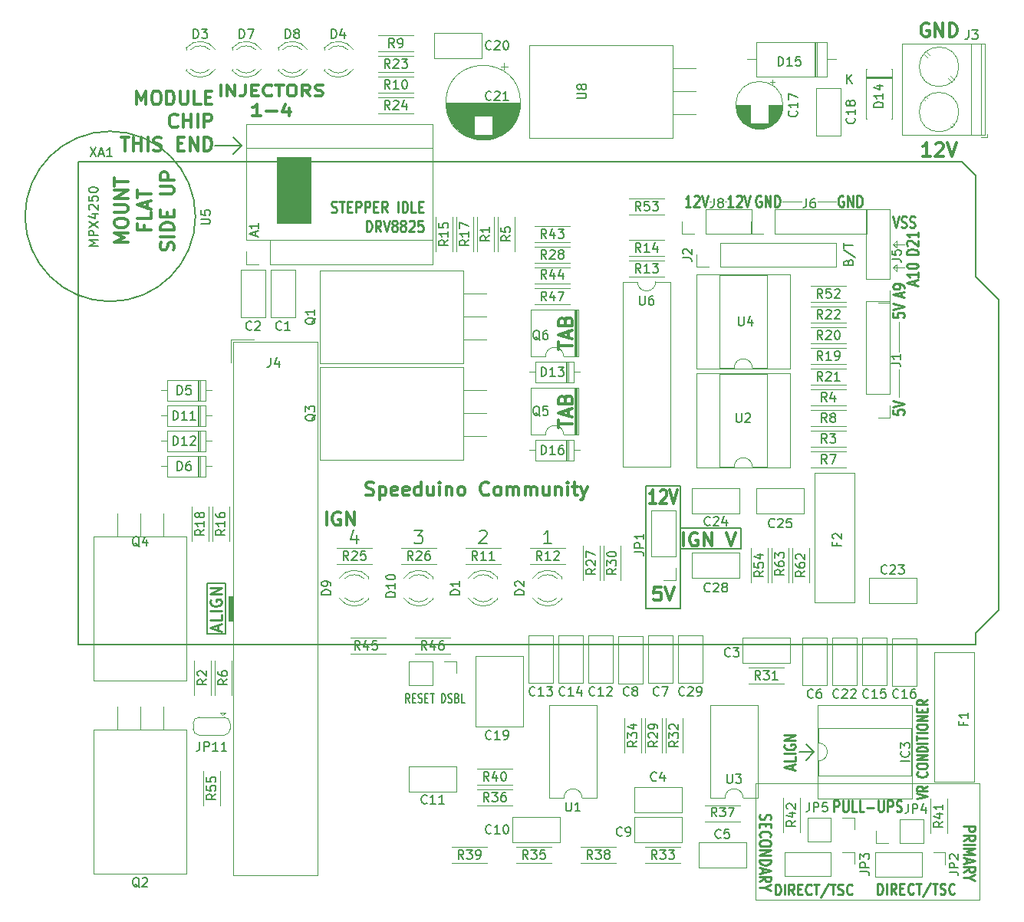
<source format=gto>
G04 #@! TF.GenerationSoftware,KiCad,Pcbnew,(5.1.9-0-10_14)*
G04 #@! TF.CreationDate,2021-05-13T22:30:55+10:00*
G04 #@! TF.ProjectId,v0.4.3d,76302e34-2e33-4642-9e6b-696361645f70,4d*
G04 #@! TF.SameCoordinates,Original*
G04 #@! TF.FileFunction,Legend,Top*
G04 #@! TF.FilePolarity,Positive*
%FSLAX46Y46*%
G04 Gerber Fmt 4.6, Leading zero omitted, Abs format (unit mm)*
G04 Created by KiCad (PCBNEW (5.1.9-0-10_14)) date 2021-05-13 22:30:55*
%MOMM*%
%LPD*%
G01*
G04 APERTURE LIST*
%ADD10C,0.300000*%
%ADD11C,0.150000*%
%ADD12C,0.200000*%
%ADD13C,0.120000*%
%ADD14C,0.100000*%
%ADD15C,0.250000*%
%ADD16C,0.220000*%
%ADD17C,0.187500*%
G04 APERTURE END LIST*
D10*
X141745428Y-91285142D02*
X141959714Y-91356571D01*
X142316857Y-91356571D01*
X142459714Y-91285142D01*
X142531142Y-91213714D01*
X142602571Y-91070857D01*
X142602571Y-90928000D01*
X142531142Y-90785142D01*
X142459714Y-90713714D01*
X142316857Y-90642285D01*
X142031142Y-90570857D01*
X141888285Y-90499428D01*
X141816857Y-90428000D01*
X141745428Y-90285142D01*
X141745428Y-90142285D01*
X141816857Y-89999428D01*
X141888285Y-89928000D01*
X142031142Y-89856571D01*
X142388285Y-89856571D01*
X142602571Y-89928000D01*
X143245428Y-90356571D02*
X143245428Y-91856571D01*
X143245428Y-90428000D02*
X143388285Y-90356571D01*
X143673999Y-90356571D01*
X143816857Y-90428000D01*
X143888285Y-90499428D01*
X143959714Y-90642285D01*
X143959714Y-91070857D01*
X143888285Y-91213714D01*
X143816857Y-91285142D01*
X143673999Y-91356571D01*
X143388285Y-91356571D01*
X143245428Y-91285142D01*
X145173999Y-91285142D02*
X145031142Y-91356571D01*
X144745428Y-91356571D01*
X144602571Y-91285142D01*
X144531142Y-91142285D01*
X144531142Y-90570857D01*
X144602571Y-90428000D01*
X144745428Y-90356571D01*
X145031142Y-90356571D01*
X145173999Y-90428000D01*
X145245428Y-90570857D01*
X145245428Y-90713714D01*
X144531142Y-90856571D01*
X146459714Y-91285142D02*
X146316857Y-91356571D01*
X146031142Y-91356571D01*
X145888285Y-91285142D01*
X145816857Y-91142285D01*
X145816857Y-90570857D01*
X145888285Y-90428000D01*
X146031142Y-90356571D01*
X146316857Y-90356571D01*
X146459714Y-90428000D01*
X146531142Y-90570857D01*
X146531142Y-90713714D01*
X145816857Y-90856571D01*
X147816857Y-91356571D02*
X147816857Y-89856571D01*
X147816857Y-91285142D02*
X147673999Y-91356571D01*
X147388285Y-91356571D01*
X147245428Y-91285142D01*
X147173999Y-91213714D01*
X147102571Y-91070857D01*
X147102571Y-90642285D01*
X147173999Y-90499428D01*
X147245428Y-90428000D01*
X147388285Y-90356571D01*
X147673999Y-90356571D01*
X147816857Y-90428000D01*
X149173999Y-90356571D02*
X149173999Y-91356571D01*
X148531142Y-90356571D02*
X148531142Y-91142285D01*
X148602571Y-91285142D01*
X148745428Y-91356571D01*
X148959714Y-91356571D01*
X149102571Y-91285142D01*
X149173999Y-91213714D01*
X149888285Y-91356571D02*
X149888285Y-90356571D01*
X149888285Y-89856571D02*
X149816857Y-89928000D01*
X149888285Y-89999428D01*
X149959714Y-89928000D01*
X149888285Y-89856571D01*
X149888285Y-89999428D01*
X150602571Y-90356571D02*
X150602571Y-91356571D01*
X150602571Y-90499428D02*
X150673999Y-90428000D01*
X150816857Y-90356571D01*
X151031142Y-90356571D01*
X151173999Y-90428000D01*
X151245428Y-90570857D01*
X151245428Y-91356571D01*
X152173999Y-91356571D02*
X152031142Y-91285142D01*
X151959714Y-91213714D01*
X151888285Y-91070857D01*
X151888285Y-90642285D01*
X151959714Y-90499428D01*
X152031142Y-90428000D01*
X152173999Y-90356571D01*
X152388285Y-90356571D01*
X152531142Y-90428000D01*
X152602571Y-90499428D01*
X152673999Y-90642285D01*
X152673999Y-91070857D01*
X152602571Y-91213714D01*
X152531142Y-91285142D01*
X152388285Y-91356571D01*
X152173999Y-91356571D01*
X155316857Y-91213714D02*
X155245428Y-91285142D01*
X155031142Y-91356571D01*
X154888285Y-91356571D01*
X154673999Y-91285142D01*
X154531142Y-91142285D01*
X154459714Y-90999428D01*
X154388285Y-90713714D01*
X154388285Y-90499428D01*
X154459714Y-90213714D01*
X154531142Y-90070857D01*
X154673999Y-89928000D01*
X154888285Y-89856571D01*
X155031142Y-89856571D01*
X155245428Y-89928000D01*
X155316857Y-89999428D01*
X156173999Y-91356571D02*
X156031142Y-91285142D01*
X155959714Y-91213714D01*
X155888285Y-91070857D01*
X155888285Y-90642285D01*
X155959714Y-90499428D01*
X156031142Y-90428000D01*
X156173999Y-90356571D01*
X156388285Y-90356571D01*
X156531142Y-90428000D01*
X156602571Y-90499428D01*
X156673999Y-90642285D01*
X156673999Y-91070857D01*
X156602571Y-91213714D01*
X156531142Y-91285142D01*
X156388285Y-91356571D01*
X156173999Y-91356571D01*
X157316857Y-91356571D02*
X157316857Y-90356571D01*
X157316857Y-90499428D02*
X157388285Y-90428000D01*
X157531142Y-90356571D01*
X157745428Y-90356571D01*
X157888285Y-90428000D01*
X157959714Y-90570857D01*
X157959714Y-91356571D01*
X157959714Y-90570857D02*
X158031142Y-90428000D01*
X158173999Y-90356571D01*
X158388285Y-90356571D01*
X158531142Y-90428000D01*
X158602571Y-90570857D01*
X158602571Y-91356571D01*
X159316857Y-91356571D02*
X159316857Y-90356571D01*
X159316857Y-90499428D02*
X159388285Y-90428000D01*
X159531142Y-90356571D01*
X159745428Y-90356571D01*
X159888285Y-90428000D01*
X159959714Y-90570857D01*
X159959714Y-91356571D01*
X159959714Y-90570857D02*
X160031142Y-90428000D01*
X160173999Y-90356571D01*
X160388285Y-90356571D01*
X160531142Y-90428000D01*
X160602571Y-90570857D01*
X160602571Y-91356571D01*
X161959714Y-90356571D02*
X161959714Y-91356571D01*
X161316857Y-90356571D02*
X161316857Y-91142285D01*
X161388285Y-91285142D01*
X161531142Y-91356571D01*
X161745428Y-91356571D01*
X161888285Y-91285142D01*
X161959714Y-91213714D01*
X162674000Y-90356571D02*
X162674000Y-91356571D01*
X162674000Y-90499428D02*
X162745428Y-90428000D01*
X162888285Y-90356571D01*
X163102571Y-90356571D01*
X163245428Y-90428000D01*
X163316857Y-90570857D01*
X163316857Y-91356571D01*
X164031142Y-91356571D02*
X164031142Y-90356571D01*
X164031142Y-89856571D02*
X163959714Y-89928000D01*
X164031142Y-89999428D01*
X164102571Y-89928000D01*
X164031142Y-89856571D01*
X164031142Y-89999428D01*
X164531142Y-90356571D02*
X165102571Y-90356571D01*
X164745428Y-89856571D02*
X164745428Y-91142285D01*
X164816857Y-91285142D01*
X164959714Y-91356571D01*
X165102571Y-91356571D01*
X165459714Y-90356571D02*
X165816857Y-91356571D01*
X166174000Y-90356571D02*
X165816857Y-91356571D01*
X165674000Y-91713714D01*
X165602571Y-91785142D01*
X165459714Y-91856571D01*
D11*
X195000571Y-65603333D02*
X195048190Y-65460476D01*
X195095809Y-65412857D01*
X195191047Y-65365238D01*
X195333904Y-65365238D01*
X195429142Y-65412857D01*
X195476761Y-65460476D01*
X195524380Y-65555714D01*
X195524380Y-65936666D01*
X194524380Y-65936666D01*
X194524380Y-65603333D01*
X194572000Y-65508095D01*
X194619619Y-65460476D01*
X194714857Y-65412857D01*
X194810095Y-65412857D01*
X194905333Y-65460476D01*
X194952952Y-65508095D01*
X195000571Y-65603333D01*
X195000571Y-65936666D01*
X194476761Y-64222380D02*
X195762476Y-65079523D01*
X194524380Y-64031904D02*
X194524380Y-63460476D01*
X195524380Y-63746190D02*
X194524380Y-63746190D01*
D12*
X183134000Y-97282000D02*
X176530000Y-97282000D01*
X183134000Y-94996000D02*
X183134000Y-97282000D01*
X176530000Y-94996000D02*
X183134000Y-94996000D01*
D10*
X176828000Y-96944571D02*
X176828000Y-95444571D01*
X178328000Y-95516000D02*
X178185142Y-95444571D01*
X177970857Y-95444571D01*
X177756571Y-95516000D01*
X177613714Y-95658857D01*
X177542285Y-95801714D01*
X177470857Y-96087428D01*
X177470857Y-96301714D01*
X177542285Y-96587428D01*
X177613714Y-96730285D01*
X177756571Y-96873142D01*
X177970857Y-96944571D01*
X178113714Y-96944571D01*
X178328000Y-96873142D01*
X178399428Y-96801714D01*
X178399428Y-96301714D01*
X178113714Y-96301714D01*
X179042285Y-96944571D02*
X179042285Y-95444571D01*
X179899428Y-96944571D01*
X179899428Y-95444571D01*
X181542285Y-95444571D02*
X182042285Y-96944571D01*
X182542285Y-95444571D01*
X163008571Y-83863428D02*
X163008571Y-83006285D01*
X164508571Y-83434857D02*
X163008571Y-83434857D01*
X164080000Y-82577714D02*
X164080000Y-81863428D01*
X164508571Y-82720571D02*
X163008571Y-82220571D01*
X164508571Y-81720571D01*
X163722857Y-80720571D02*
X163794285Y-80506285D01*
X163865714Y-80434857D01*
X164008571Y-80363428D01*
X164222857Y-80363428D01*
X164365714Y-80434857D01*
X164437142Y-80506285D01*
X164508571Y-80649142D01*
X164508571Y-81220571D01*
X163008571Y-81220571D01*
X163008571Y-80720571D01*
X163080000Y-80577714D01*
X163151428Y-80506285D01*
X163294285Y-80434857D01*
X163437142Y-80434857D01*
X163580000Y-80506285D01*
X163651428Y-80577714D01*
X163722857Y-80720571D01*
X163722857Y-81220571D01*
X163008571Y-75227428D02*
X163008571Y-74370285D01*
X164508571Y-74798857D02*
X163008571Y-74798857D01*
X164080000Y-73941714D02*
X164080000Y-73227428D01*
X164508571Y-74084571D02*
X163008571Y-73584571D01*
X164508571Y-73084571D01*
X163722857Y-72084571D02*
X163794285Y-71870285D01*
X163865714Y-71798857D01*
X164008571Y-71727428D01*
X164222857Y-71727428D01*
X164365714Y-71798857D01*
X164437142Y-71870285D01*
X164508571Y-72013142D01*
X164508571Y-72584571D01*
X163008571Y-72584571D01*
X163008571Y-72084571D01*
X163080000Y-71941714D01*
X163151428Y-71870285D01*
X163294285Y-71798857D01*
X163437142Y-71798857D01*
X163580000Y-71870285D01*
X163651428Y-71941714D01*
X163722857Y-72084571D01*
X163722857Y-72584571D01*
X137402285Y-94658571D02*
X137402285Y-93158571D01*
X138902285Y-93230000D02*
X138759428Y-93158571D01*
X138545142Y-93158571D01*
X138330857Y-93230000D01*
X138188000Y-93372857D01*
X138116571Y-93515714D01*
X138045142Y-93801428D01*
X138045142Y-94015714D01*
X138116571Y-94301428D01*
X138188000Y-94444285D01*
X138330857Y-94587142D01*
X138545142Y-94658571D01*
X138688000Y-94658571D01*
X138902285Y-94587142D01*
X138973714Y-94515714D01*
X138973714Y-94015714D01*
X138688000Y-94015714D01*
X139616571Y-94658571D02*
X139616571Y-93158571D01*
X140473714Y-94658571D01*
X140473714Y-93158571D01*
D12*
X172682000Y-103878000D02*
X176490000Y-103886000D01*
X176482000Y-103878000D02*
X176482000Y-90278000D01*
X172682000Y-90278000D02*
X176482000Y-90278000D01*
X172682000Y-103878000D02*
X172682000Y-90278000D01*
D13*
X184754000Y-123190000D02*
X184754000Y-135990000D01*
X209504000Y-123190000D02*
X184754000Y-123190000D01*
X209504000Y-135990000D02*
X209504000Y-123190000D01*
X184754000Y-135990000D02*
X209504000Y-135990000D01*
X126600000Y-102500000D02*
X126600000Y-105200000D01*
X126650000Y-102500000D02*
X126650000Y-105200000D01*
X126700000Y-102500000D02*
X126700000Y-105200000D01*
X126750000Y-102500000D02*
X126750000Y-105200000D01*
D12*
X126238000Y-101092000D02*
X124238000Y-101092000D01*
X126238000Y-106642000D02*
X126238000Y-101092000D01*
X126238000Y-106642000D02*
X124238000Y-106642000D01*
X128016000Y-52716000D02*
X127116000Y-51816000D01*
X125016000Y-52716000D02*
X128016000Y-52716000D01*
X128016000Y-52716000D02*
X127116000Y-53616000D01*
D14*
G36*
X135600000Y-61300000D02*
G01*
X131900000Y-61300000D01*
X131900000Y-54000000D01*
X135600000Y-54000000D01*
X135600000Y-61300000D01*
G37*
X135600000Y-61300000D02*
X131900000Y-61300000D01*
X131900000Y-54000000D01*
X135600000Y-54000000D01*
X135600000Y-61300000D01*
D12*
X124238000Y-106642000D02*
X124238000Y-101092000D01*
D15*
X125430333Y-106266952D02*
X125430333Y-105671714D01*
X125787476Y-106386000D02*
X124537476Y-105969333D01*
X125787476Y-105552666D01*
X125787476Y-104540761D02*
X125787476Y-105136000D01*
X124537476Y-105136000D01*
X125787476Y-104124095D02*
X124537476Y-104124095D01*
X124597000Y-102874095D02*
X124537476Y-102993142D01*
X124537476Y-103171714D01*
X124597000Y-103350285D01*
X124716047Y-103469333D01*
X124835095Y-103528857D01*
X125073190Y-103588380D01*
X125251761Y-103588380D01*
X125489857Y-103528857D01*
X125608904Y-103469333D01*
X125727952Y-103350285D01*
X125787476Y-103171714D01*
X125787476Y-103052666D01*
X125727952Y-102874095D01*
X125668428Y-102814571D01*
X125251761Y-102814571D01*
X125251761Y-103052666D01*
X125787476Y-102278857D02*
X124537476Y-102278857D01*
X125787476Y-101564571D01*
X124537476Y-101564571D01*
D13*
X200300000Y-65800000D02*
X199900000Y-66200000D01*
X200300000Y-66600000D02*
X200300000Y-65800000D01*
X199900000Y-66200000D02*
X200300000Y-66600000D01*
X201200000Y-66200000D02*
X199900000Y-66200000D01*
X200300000Y-63200000D02*
X199900000Y-63600000D01*
X200300000Y-64000000D02*
X200300000Y-63200000D01*
X199900000Y-63600000D02*
X200300000Y-64000000D01*
X201200000Y-63600000D02*
X199900000Y-63600000D01*
D15*
X186939714Y-135460238D02*
X186939714Y-134310238D01*
X187177809Y-134310238D01*
X187320666Y-134365000D01*
X187415904Y-134474523D01*
X187463523Y-134584047D01*
X187511142Y-134803095D01*
X187511142Y-134967380D01*
X187463523Y-135186428D01*
X187415904Y-135295952D01*
X187320666Y-135405476D01*
X187177809Y-135460238D01*
X186939714Y-135460238D01*
X187939714Y-135460238D02*
X187939714Y-134310238D01*
X188987333Y-135460238D02*
X188654000Y-134912619D01*
X188415904Y-135460238D02*
X188415904Y-134310238D01*
X188796857Y-134310238D01*
X188892095Y-134365000D01*
X188939714Y-134419761D01*
X188987333Y-134529285D01*
X188987333Y-134693571D01*
X188939714Y-134803095D01*
X188892095Y-134857857D01*
X188796857Y-134912619D01*
X188415904Y-134912619D01*
X189415904Y-134857857D02*
X189749238Y-134857857D01*
X189892095Y-135460238D02*
X189415904Y-135460238D01*
X189415904Y-134310238D01*
X189892095Y-134310238D01*
X190892095Y-135350714D02*
X190844476Y-135405476D01*
X190701619Y-135460238D01*
X190606380Y-135460238D01*
X190463523Y-135405476D01*
X190368285Y-135295952D01*
X190320666Y-135186428D01*
X190273047Y-134967380D01*
X190273047Y-134803095D01*
X190320666Y-134584047D01*
X190368285Y-134474523D01*
X190463523Y-134365000D01*
X190606380Y-134310238D01*
X190701619Y-134310238D01*
X190844476Y-134365000D01*
X190892095Y-134419761D01*
X191177809Y-134310238D02*
X191749238Y-134310238D01*
X191463523Y-135460238D02*
X191463523Y-134310238D01*
X192796857Y-134255476D02*
X191939714Y-135734047D01*
X192987333Y-134310238D02*
X193558761Y-134310238D01*
X193273047Y-135460238D02*
X193273047Y-134310238D01*
X193844476Y-135405476D02*
X193987333Y-135460238D01*
X194225428Y-135460238D01*
X194320666Y-135405476D01*
X194368285Y-135350714D01*
X194415904Y-135241190D01*
X194415904Y-135131666D01*
X194368285Y-135022142D01*
X194320666Y-134967380D01*
X194225428Y-134912619D01*
X194034952Y-134857857D01*
X193939714Y-134803095D01*
X193892095Y-134748333D01*
X193844476Y-134638809D01*
X193844476Y-134529285D01*
X193892095Y-134419761D01*
X193939714Y-134365000D01*
X194034952Y-134310238D01*
X194273047Y-134310238D01*
X194415904Y-134365000D01*
X195415904Y-135350714D02*
X195368285Y-135405476D01*
X195225428Y-135460238D01*
X195130190Y-135460238D01*
X194987333Y-135405476D01*
X194892095Y-135295952D01*
X194844476Y-135186428D01*
X194796857Y-134967380D01*
X194796857Y-134803095D01*
X194844476Y-134584047D01*
X194892095Y-134474523D01*
X194987333Y-134365000D01*
X195130190Y-134310238D01*
X195225428Y-134310238D01*
X195368285Y-134365000D01*
X195415904Y-134419761D01*
X198223714Y-135394238D02*
X198223714Y-134244238D01*
X198461809Y-134244238D01*
X198604666Y-134299000D01*
X198699904Y-134408523D01*
X198747523Y-134518047D01*
X198795142Y-134737095D01*
X198795142Y-134901380D01*
X198747523Y-135120428D01*
X198699904Y-135229952D01*
X198604666Y-135339476D01*
X198461809Y-135394238D01*
X198223714Y-135394238D01*
X199223714Y-135394238D02*
X199223714Y-134244238D01*
X200271333Y-135394238D02*
X199938000Y-134846619D01*
X199699904Y-135394238D02*
X199699904Y-134244238D01*
X200080857Y-134244238D01*
X200176095Y-134299000D01*
X200223714Y-134353761D01*
X200271333Y-134463285D01*
X200271333Y-134627571D01*
X200223714Y-134737095D01*
X200176095Y-134791857D01*
X200080857Y-134846619D01*
X199699904Y-134846619D01*
X200699904Y-134791857D02*
X201033238Y-134791857D01*
X201176095Y-135394238D02*
X200699904Y-135394238D01*
X200699904Y-134244238D01*
X201176095Y-134244238D01*
X202176095Y-135284714D02*
X202128476Y-135339476D01*
X201985619Y-135394238D01*
X201890380Y-135394238D01*
X201747523Y-135339476D01*
X201652285Y-135229952D01*
X201604666Y-135120428D01*
X201557047Y-134901380D01*
X201557047Y-134737095D01*
X201604666Y-134518047D01*
X201652285Y-134408523D01*
X201747523Y-134299000D01*
X201890380Y-134244238D01*
X201985619Y-134244238D01*
X202128476Y-134299000D01*
X202176095Y-134353761D01*
X202461809Y-134244238D02*
X203033238Y-134244238D01*
X202747523Y-135394238D02*
X202747523Y-134244238D01*
X204080857Y-134189476D02*
X203223714Y-135668047D01*
X204271333Y-134244238D02*
X204842761Y-134244238D01*
X204557047Y-135394238D02*
X204557047Y-134244238D01*
X205128476Y-135339476D02*
X205271333Y-135394238D01*
X205509428Y-135394238D01*
X205604666Y-135339476D01*
X205652285Y-135284714D01*
X205699904Y-135175190D01*
X205699904Y-135065666D01*
X205652285Y-134956142D01*
X205604666Y-134901380D01*
X205509428Y-134846619D01*
X205318952Y-134791857D01*
X205223714Y-134737095D01*
X205176095Y-134682333D01*
X205128476Y-134572809D01*
X205128476Y-134463285D01*
X205176095Y-134353761D01*
X205223714Y-134299000D01*
X205318952Y-134244238D01*
X205557047Y-134244238D01*
X205699904Y-134299000D01*
X206699904Y-135284714D02*
X206652285Y-135339476D01*
X206509428Y-135394238D01*
X206414190Y-135394238D01*
X206271333Y-135339476D01*
X206176095Y-135229952D01*
X206128476Y-135120428D01*
X206080857Y-134901380D01*
X206080857Y-134737095D01*
X206128476Y-134518047D01*
X206176095Y-134408523D01*
X206271333Y-134299000D01*
X206414190Y-134244238D01*
X206509428Y-134244238D01*
X206652285Y-134299000D01*
X206699904Y-134353761D01*
X193389714Y-126295476D02*
X193389714Y-125045476D01*
X193770666Y-125045476D01*
X193865904Y-125105000D01*
X193913523Y-125164523D01*
X193961142Y-125283571D01*
X193961142Y-125462142D01*
X193913523Y-125581190D01*
X193865904Y-125640714D01*
X193770666Y-125700238D01*
X193389714Y-125700238D01*
X194389714Y-125045476D02*
X194389714Y-126057380D01*
X194437333Y-126176428D01*
X194484952Y-126235952D01*
X194580190Y-126295476D01*
X194770666Y-126295476D01*
X194865904Y-126235952D01*
X194913523Y-126176428D01*
X194961142Y-126057380D01*
X194961142Y-125045476D01*
X195913523Y-126295476D02*
X195437333Y-126295476D01*
X195437333Y-125045476D01*
X196723047Y-126295476D02*
X196246857Y-126295476D01*
X196246857Y-125045476D01*
X197056380Y-125819285D02*
X197818285Y-125819285D01*
X198294476Y-125045476D02*
X198294476Y-126057380D01*
X198342095Y-126176428D01*
X198389714Y-126235952D01*
X198484952Y-126295476D01*
X198675428Y-126295476D01*
X198770666Y-126235952D01*
X198818285Y-126176428D01*
X198865904Y-126057380D01*
X198865904Y-125045476D01*
X199342095Y-126295476D02*
X199342095Y-125045476D01*
X199723047Y-125045476D01*
X199818285Y-125105000D01*
X199865904Y-125164523D01*
X199913523Y-125283571D01*
X199913523Y-125462142D01*
X199865904Y-125581190D01*
X199818285Y-125640714D01*
X199723047Y-125700238D01*
X199342095Y-125700238D01*
X200294476Y-126235952D02*
X200437333Y-126295476D01*
X200675428Y-126295476D01*
X200770666Y-126235952D01*
X200818285Y-126176428D01*
X200865904Y-126057380D01*
X200865904Y-125938333D01*
X200818285Y-125819285D01*
X200770666Y-125759761D01*
X200675428Y-125700238D01*
X200484952Y-125640714D01*
X200389714Y-125581190D01*
X200342095Y-125521666D01*
X200294476Y-125402619D01*
X200294476Y-125283571D01*
X200342095Y-125164523D01*
X200389714Y-125105000D01*
X200484952Y-125045476D01*
X200723047Y-125045476D01*
X200865904Y-125105000D01*
X207688523Y-127911428D02*
X208938523Y-127911428D01*
X208938523Y-128292380D01*
X208879000Y-128387619D01*
X208819476Y-128435238D01*
X208700428Y-128482857D01*
X208521857Y-128482857D01*
X208402809Y-128435238D01*
X208343285Y-128387619D01*
X208283761Y-128292380D01*
X208283761Y-127911428D01*
X207688523Y-129482857D02*
X208283761Y-129149523D01*
X207688523Y-128911428D02*
X208938523Y-128911428D01*
X208938523Y-129292380D01*
X208879000Y-129387619D01*
X208819476Y-129435238D01*
X208700428Y-129482857D01*
X208521857Y-129482857D01*
X208402809Y-129435238D01*
X208343285Y-129387619D01*
X208283761Y-129292380D01*
X208283761Y-128911428D01*
X207688523Y-129911428D02*
X208938523Y-129911428D01*
X207688523Y-130387619D02*
X208938523Y-130387619D01*
X208045666Y-130720952D01*
X208938523Y-131054285D01*
X207688523Y-131054285D01*
X208045666Y-131482857D02*
X208045666Y-131959047D01*
X207688523Y-131387619D02*
X208938523Y-131720952D01*
X207688523Y-132054285D01*
X207688523Y-132959047D02*
X208283761Y-132625714D01*
X207688523Y-132387619D02*
X208938523Y-132387619D01*
X208938523Y-132768571D01*
X208879000Y-132863809D01*
X208819476Y-132911428D01*
X208700428Y-132959047D01*
X208521857Y-132959047D01*
X208402809Y-132911428D01*
X208343285Y-132863809D01*
X208283761Y-132768571D01*
X208283761Y-132387619D01*
X208283761Y-133578095D02*
X207688523Y-133578095D01*
X208938523Y-133244761D02*
X208283761Y-133578095D01*
X208938523Y-133911428D01*
X185248047Y-126597142D02*
X185188523Y-126740000D01*
X185188523Y-126978095D01*
X185248047Y-127073333D01*
X185307571Y-127120952D01*
X185426619Y-127168571D01*
X185545666Y-127168571D01*
X185664714Y-127120952D01*
X185724238Y-127073333D01*
X185783761Y-126978095D01*
X185843285Y-126787619D01*
X185902809Y-126692380D01*
X185962333Y-126644761D01*
X186081380Y-126597142D01*
X186200428Y-126597142D01*
X186319476Y-126644761D01*
X186379000Y-126692380D01*
X186438523Y-126787619D01*
X186438523Y-127025714D01*
X186379000Y-127168571D01*
X185843285Y-127597142D02*
X185843285Y-127930476D01*
X185188523Y-128073333D02*
X185188523Y-127597142D01*
X186438523Y-127597142D01*
X186438523Y-128073333D01*
X185307571Y-129073333D02*
X185248047Y-129025714D01*
X185188523Y-128882857D01*
X185188523Y-128787619D01*
X185248047Y-128644761D01*
X185367095Y-128549523D01*
X185486142Y-128501904D01*
X185724238Y-128454285D01*
X185902809Y-128454285D01*
X186140904Y-128501904D01*
X186259952Y-128549523D01*
X186379000Y-128644761D01*
X186438523Y-128787619D01*
X186438523Y-128882857D01*
X186379000Y-129025714D01*
X186319476Y-129073333D01*
X186438523Y-129692380D02*
X186438523Y-129882857D01*
X186379000Y-129978095D01*
X186259952Y-130073333D01*
X186021857Y-130120952D01*
X185605190Y-130120952D01*
X185367095Y-130073333D01*
X185248047Y-129978095D01*
X185188523Y-129882857D01*
X185188523Y-129692380D01*
X185248047Y-129597142D01*
X185367095Y-129501904D01*
X185605190Y-129454285D01*
X186021857Y-129454285D01*
X186259952Y-129501904D01*
X186379000Y-129597142D01*
X186438523Y-129692380D01*
X185188523Y-130549523D02*
X186438523Y-130549523D01*
X185188523Y-131120952D01*
X186438523Y-131120952D01*
X185188523Y-131597142D02*
X186438523Y-131597142D01*
X186438523Y-131835238D01*
X186379000Y-131978095D01*
X186259952Y-132073333D01*
X186140904Y-132120952D01*
X185902809Y-132168571D01*
X185724238Y-132168571D01*
X185486142Y-132120952D01*
X185367095Y-132073333D01*
X185248047Y-131978095D01*
X185188523Y-131835238D01*
X185188523Y-131597142D01*
X185545666Y-132549523D02*
X185545666Y-133025714D01*
X185188523Y-132454285D02*
X186438523Y-132787619D01*
X185188523Y-133120952D01*
X185188523Y-134025714D02*
X185783761Y-133692380D01*
X185188523Y-133454285D02*
X186438523Y-133454285D01*
X186438523Y-133835238D01*
X186379000Y-133930476D01*
X186319476Y-133978095D01*
X186200428Y-134025714D01*
X186021857Y-134025714D01*
X185902809Y-133978095D01*
X185843285Y-133930476D01*
X185783761Y-133835238D01*
X185783761Y-133454285D01*
X185783761Y-134644761D02*
X185188523Y-134644761D01*
X186438523Y-134311428D02*
X185783761Y-134644761D01*
X186438523Y-134978095D01*
D12*
X191200000Y-119700000D02*
X190300000Y-118800000D01*
X191200000Y-119700000D02*
X190300000Y-120600000D01*
X189600000Y-119700000D02*
X191200000Y-119700000D01*
D15*
X188808333Y-121604761D02*
X188808333Y-121128571D01*
X189165476Y-121700000D02*
X187915476Y-121366666D01*
X189165476Y-121033333D01*
X189165476Y-120223809D02*
X189165476Y-120700000D01*
X187915476Y-120700000D01*
X189165476Y-119890476D02*
X187915476Y-119890476D01*
X187975000Y-118890476D02*
X187915476Y-118985714D01*
X187915476Y-119128571D01*
X187975000Y-119271428D01*
X188094047Y-119366666D01*
X188213095Y-119414285D01*
X188451190Y-119461904D01*
X188629761Y-119461904D01*
X188867857Y-119414285D01*
X188986904Y-119366666D01*
X189105952Y-119271428D01*
X189165476Y-119128571D01*
X189165476Y-119033333D01*
X189105952Y-118890476D01*
X189046428Y-118842857D01*
X188629761Y-118842857D01*
X188629761Y-119033333D01*
X189165476Y-118414285D02*
X187915476Y-118414285D01*
X189165476Y-117842857D01*
X187915476Y-117842857D01*
D16*
X202570238Y-124887142D02*
X203720238Y-124587142D01*
X202570238Y-124287142D01*
X203720238Y-123472857D02*
X203172619Y-123772857D01*
X203720238Y-123987142D02*
X202570238Y-123987142D01*
X202570238Y-123644285D01*
X202625000Y-123558571D01*
X202679761Y-123515714D01*
X202789285Y-123472857D01*
X202953571Y-123472857D01*
X203063095Y-123515714D01*
X203117857Y-123558571D01*
X203172619Y-123644285D01*
X203172619Y-123987142D01*
X203610714Y-121887142D02*
X203665476Y-121930000D01*
X203720238Y-122058571D01*
X203720238Y-122144285D01*
X203665476Y-122272857D01*
X203555952Y-122358571D01*
X203446428Y-122401428D01*
X203227380Y-122444285D01*
X203063095Y-122444285D01*
X202844047Y-122401428D01*
X202734523Y-122358571D01*
X202625000Y-122272857D01*
X202570238Y-122144285D01*
X202570238Y-122058571D01*
X202625000Y-121930000D01*
X202679761Y-121887142D01*
X202570238Y-121330000D02*
X202570238Y-121158571D01*
X202625000Y-121072857D01*
X202734523Y-120987142D01*
X202953571Y-120944285D01*
X203336904Y-120944285D01*
X203555952Y-120987142D01*
X203665476Y-121072857D01*
X203720238Y-121158571D01*
X203720238Y-121330000D01*
X203665476Y-121415714D01*
X203555952Y-121501428D01*
X203336904Y-121544285D01*
X202953571Y-121544285D01*
X202734523Y-121501428D01*
X202625000Y-121415714D01*
X202570238Y-121330000D01*
X203720238Y-120558571D02*
X202570238Y-120558571D01*
X203720238Y-120044285D01*
X202570238Y-120044285D01*
X203720238Y-119615714D02*
X202570238Y-119615714D01*
X202570238Y-119401428D01*
X202625000Y-119272857D01*
X202734523Y-119187142D01*
X202844047Y-119144285D01*
X203063095Y-119101428D01*
X203227380Y-119101428D01*
X203446428Y-119144285D01*
X203555952Y-119187142D01*
X203665476Y-119272857D01*
X203720238Y-119401428D01*
X203720238Y-119615714D01*
X203720238Y-118715714D02*
X202570238Y-118715714D01*
X202570238Y-118415714D02*
X202570238Y-117901428D01*
X203720238Y-118158571D02*
X202570238Y-118158571D01*
X203720238Y-117601428D02*
X202570238Y-117601428D01*
X202570238Y-117001428D02*
X202570238Y-116830000D01*
X202625000Y-116744285D01*
X202734523Y-116658571D01*
X202953571Y-116615714D01*
X203336904Y-116615714D01*
X203555952Y-116658571D01*
X203665476Y-116744285D01*
X203720238Y-116830000D01*
X203720238Y-117001428D01*
X203665476Y-117087142D01*
X203555952Y-117172857D01*
X203336904Y-117215714D01*
X202953571Y-117215714D01*
X202734523Y-117172857D01*
X202625000Y-117087142D01*
X202570238Y-117001428D01*
X203720238Y-116230000D02*
X202570238Y-116230000D01*
X203720238Y-115715714D01*
X202570238Y-115715714D01*
X203117857Y-115287142D02*
X203117857Y-114987142D01*
X203720238Y-114858571D02*
X203720238Y-115287142D01*
X202570238Y-115287142D01*
X202570238Y-114858571D01*
X203720238Y-113958571D02*
X203172619Y-114258571D01*
X203720238Y-114472857D02*
X202570238Y-114472857D01*
X202570238Y-114130000D01*
X202625000Y-114044285D01*
X202679761Y-114001428D01*
X202789285Y-113958571D01*
X202953571Y-113958571D01*
X203063095Y-114001428D01*
X203117857Y-114044285D01*
X203172619Y-114130000D01*
X203172619Y-114472857D01*
D17*
X146566285Y-114244380D02*
X146316285Y-113768190D01*
X146137714Y-114244380D02*
X146137714Y-113244380D01*
X146423428Y-113244380D01*
X146494857Y-113292000D01*
X146530571Y-113339619D01*
X146566285Y-113434857D01*
X146566285Y-113577714D01*
X146530571Y-113672952D01*
X146494857Y-113720571D01*
X146423428Y-113768190D01*
X146137714Y-113768190D01*
X146887714Y-113720571D02*
X147137714Y-113720571D01*
X147244857Y-114244380D02*
X146887714Y-114244380D01*
X146887714Y-113244380D01*
X147244857Y-113244380D01*
X147530571Y-114196761D02*
X147637714Y-114244380D01*
X147816285Y-114244380D01*
X147887714Y-114196761D01*
X147923428Y-114149142D01*
X147959142Y-114053904D01*
X147959142Y-113958666D01*
X147923428Y-113863428D01*
X147887714Y-113815809D01*
X147816285Y-113768190D01*
X147673428Y-113720571D01*
X147602000Y-113672952D01*
X147566285Y-113625333D01*
X147530571Y-113530095D01*
X147530571Y-113434857D01*
X147566285Y-113339619D01*
X147602000Y-113292000D01*
X147673428Y-113244380D01*
X147852000Y-113244380D01*
X147959142Y-113292000D01*
X148280571Y-113720571D02*
X148530571Y-113720571D01*
X148637714Y-114244380D02*
X148280571Y-114244380D01*
X148280571Y-113244380D01*
X148637714Y-113244380D01*
X148852000Y-113244380D02*
X149280571Y-113244380D01*
X149066285Y-114244380D02*
X149066285Y-113244380D01*
X150102000Y-114244380D02*
X150102000Y-113244380D01*
X150280571Y-113244380D01*
X150387714Y-113292000D01*
X150459142Y-113387238D01*
X150494857Y-113482476D01*
X150530571Y-113672952D01*
X150530571Y-113815809D01*
X150494857Y-114006285D01*
X150459142Y-114101523D01*
X150387714Y-114196761D01*
X150280571Y-114244380D01*
X150102000Y-114244380D01*
X150816285Y-114196761D02*
X150923428Y-114244380D01*
X151102000Y-114244380D01*
X151173428Y-114196761D01*
X151209142Y-114149142D01*
X151244857Y-114053904D01*
X151244857Y-113958666D01*
X151209142Y-113863428D01*
X151173428Y-113815809D01*
X151102000Y-113768190D01*
X150959142Y-113720571D01*
X150887714Y-113672952D01*
X150852000Y-113625333D01*
X150816285Y-113530095D01*
X150816285Y-113434857D01*
X150852000Y-113339619D01*
X150887714Y-113292000D01*
X150959142Y-113244380D01*
X151137714Y-113244380D01*
X151244857Y-113292000D01*
X151816285Y-113720571D02*
X151923428Y-113768190D01*
X151959142Y-113815809D01*
X151994857Y-113911047D01*
X151994857Y-114053904D01*
X151959142Y-114149142D01*
X151923428Y-114196761D01*
X151852000Y-114244380D01*
X151566285Y-114244380D01*
X151566285Y-113244380D01*
X151816285Y-113244380D01*
X151887714Y-113292000D01*
X151923428Y-113339619D01*
X151959142Y-113434857D01*
X151959142Y-113530095D01*
X151923428Y-113625333D01*
X151887714Y-113672952D01*
X151816285Y-113720571D01*
X151566285Y-113720571D01*
X152673428Y-114244380D02*
X152316285Y-114244380D01*
X152316285Y-113244380D01*
D10*
X203857142Y-39250000D02*
X203714285Y-39178571D01*
X203500000Y-39178571D01*
X203285714Y-39250000D01*
X203142857Y-39392857D01*
X203071428Y-39535714D01*
X203000000Y-39821428D01*
X203000000Y-40035714D01*
X203071428Y-40321428D01*
X203142857Y-40464285D01*
X203285714Y-40607142D01*
X203500000Y-40678571D01*
X203642857Y-40678571D01*
X203857142Y-40607142D01*
X203928571Y-40535714D01*
X203928571Y-40035714D01*
X203642857Y-40035714D01*
X204571428Y-40678571D02*
X204571428Y-39178571D01*
X205428571Y-40678571D01*
X205428571Y-39178571D01*
X206142857Y-40678571D02*
X206142857Y-39178571D01*
X206500000Y-39178571D01*
X206714285Y-39250000D01*
X206857142Y-39392857D01*
X206928571Y-39535714D01*
X207000000Y-39821428D01*
X207000000Y-40035714D01*
X206928571Y-40321428D01*
X206857142Y-40464285D01*
X206714285Y-40607142D01*
X206500000Y-40678571D01*
X206142857Y-40678571D01*
X204071428Y-53878571D02*
X203214285Y-53878571D01*
X203642857Y-53878571D02*
X203642857Y-52378571D01*
X203500000Y-52592857D01*
X203357142Y-52735714D01*
X203214285Y-52807142D01*
X204642857Y-52521428D02*
X204714285Y-52450000D01*
X204857142Y-52378571D01*
X205214285Y-52378571D01*
X205357142Y-52450000D01*
X205428571Y-52521428D01*
X205500000Y-52664285D01*
X205500000Y-52807142D01*
X205428571Y-53021428D01*
X204571428Y-53878571D01*
X205500000Y-53878571D01*
X205928571Y-52378571D02*
X206428571Y-53878571D01*
X206928571Y-52378571D01*
D13*
X179800000Y-58900000D02*
X179700000Y-58900000D01*
X181500000Y-58900000D02*
X181400000Y-58900000D01*
X200600000Y-75500000D02*
X200600000Y-72200000D01*
X200600000Y-80500000D02*
X200600000Y-77400000D01*
X193600000Y-58900000D02*
X191600000Y-58900000D01*
X187700000Y-58900000D02*
X189800000Y-58900000D01*
D15*
X177580952Y-59465476D02*
X177009523Y-59465476D01*
X177295238Y-59465476D02*
X177295238Y-58215476D01*
X177200000Y-58394047D01*
X177104761Y-58513095D01*
X177009523Y-58572619D01*
X177961904Y-58334523D02*
X178009523Y-58275000D01*
X178104761Y-58215476D01*
X178342857Y-58215476D01*
X178438095Y-58275000D01*
X178485714Y-58334523D01*
X178533333Y-58453571D01*
X178533333Y-58572619D01*
X178485714Y-58751190D01*
X177914285Y-59465476D01*
X178533333Y-59465476D01*
X178819047Y-58215476D02*
X179152380Y-59465476D01*
X179485714Y-58215476D01*
X182280952Y-59465476D02*
X181709523Y-59465476D01*
X181995238Y-59465476D02*
X181995238Y-58215476D01*
X181900000Y-58394047D01*
X181804761Y-58513095D01*
X181709523Y-58572619D01*
X182661904Y-58334523D02*
X182709523Y-58275000D01*
X182804761Y-58215476D01*
X183042857Y-58215476D01*
X183138095Y-58275000D01*
X183185714Y-58334523D01*
X183233333Y-58453571D01*
X183233333Y-58572619D01*
X183185714Y-58751190D01*
X182614285Y-59465476D01*
X183233333Y-59465476D01*
X183519047Y-58215476D02*
X183852380Y-59465476D01*
X184185714Y-58215476D01*
X199915476Y-81890476D02*
X199915476Y-82366666D01*
X200510714Y-82414285D01*
X200451190Y-82366666D01*
X200391666Y-82271428D01*
X200391666Y-82033333D01*
X200451190Y-81938095D01*
X200510714Y-81890476D01*
X200629761Y-81842857D01*
X200927380Y-81842857D01*
X201046428Y-81890476D01*
X201105952Y-81938095D01*
X201165476Y-82033333D01*
X201165476Y-82271428D01*
X201105952Y-82366666D01*
X201046428Y-82414285D01*
X199915476Y-81557142D02*
X201165476Y-81223809D01*
X199915476Y-80890476D01*
X199915476Y-71190476D02*
X199915476Y-71666666D01*
X200510714Y-71714285D01*
X200451190Y-71666666D01*
X200391666Y-71571428D01*
X200391666Y-71333333D01*
X200451190Y-71238095D01*
X200510714Y-71190476D01*
X200629761Y-71142857D01*
X200927380Y-71142857D01*
X201046428Y-71190476D01*
X201105952Y-71238095D01*
X201165476Y-71333333D01*
X201165476Y-71571428D01*
X201105952Y-71666666D01*
X201046428Y-71714285D01*
X199915476Y-70857142D02*
X201165476Y-70523809D01*
X199915476Y-70190476D01*
X194438095Y-58275000D02*
X194342857Y-58215476D01*
X194200000Y-58215476D01*
X194057142Y-58275000D01*
X193961904Y-58394047D01*
X193914285Y-58513095D01*
X193866666Y-58751190D01*
X193866666Y-58929761D01*
X193914285Y-59167857D01*
X193961904Y-59286904D01*
X194057142Y-59405952D01*
X194200000Y-59465476D01*
X194295238Y-59465476D01*
X194438095Y-59405952D01*
X194485714Y-59346428D01*
X194485714Y-58929761D01*
X194295238Y-58929761D01*
X194914285Y-59465476D02*
X194914285Y-58215476D01*
X195485714Y-59465476D01*
X195485714Y-58215476D01*
X195961904Y-59465476D02*
X195961904Y-58215476D01*
X196200000Y-58215476D01*
X196342857Y-58275000D01*
X196438095Y-58394047D01*
X196485714Y-58513095D01*
X196533333Y-58751190D01*
X196533333Y-58929761D01*
X196485714Y-59167857D01*
X196438095Y-59286904D01*
X196342857Y-59405952D01*
X196200000Y-59465476D01*
X195961904Y-59465476D01*
D10*
X115476571Y-63372571D02*
X113976571Y-63372571D01*
X115048000Y-62872571D01*
X113976571Y-62372571D01*
X115476571Y-62372571D01*
X113976571Y-61372571D02*
X113976571Y-61086857D01*
X114048000Y-60944000D01*
X114190857Y-60801142D01*
X114476571Y-60729714D01*
X114976571Y-60729714D01*
X115262285Y-60801142D01*
X115405142Y-60944000D01*
X115476571Y-61086857D01*
X115476571Y-61372571D01*
X115405142Y-61515428D01*
X115262285Y-61658285D01*
X114976571Y-61729714D01*
X114476571Y-61729714D01*
X114190857Y-61658285D01*
X114048000Y-61515428D01*
X113976571Y-61372571D01*
X113976571Y-60086857D02*
X115190857Y-60086857D01*
X115333714Y-60015428D01*
X115405142Y-59944000D01*
X115476571Y-59801142D01*
X115476571Y-59515428D01*
X115405142Y-59372571D01*
X115333714Y-59301142D01*
X115190857Y-59229714D01*
X113976571Y-59229714D01*
X115476571Y-58515428D02*
X113976571Y-58515428D01*
X115476571Y-57658285D01*
X113976571Y-57658285D01*
X113976571Y-57158285D02*
X113976571Y-56301142D01*
X115476571Y-56729714D02*
X113976571Y-56729714D01*
X117240857Y-61551142D02*
X117240857Y-62051142D01*
X118026571Y-62051142D02*
X116526571Y-62051142D01*
X116526571Y-61336857D01*
X118026571Y-60051142D02*
X118026571Y-60765428D01*
X116526571Y-60765428D01*
X117598000Y-59622571D02*
X117598000Y-58908285D01*
X118026571Y-59765428D02*
X116526571Y-59265428D01*
X118026571Y-58765428D01*
X116526571Y-58479714D02*
X116526571Y-57622571D01*
X118026571Y-58051142D02*
X116526571Y-58051142D01*
X120505142Y-64265428D02*
X120576571Y-64051142D01*
X120576571Y-63694000D01*
X120505142Y-63551142D01*
X120433714Y-63479714D01*
X120290857Y-63408285D01*
X120148000Y-63408285D01*
X120005142Y-63479714D01*
X119933714Y-63551142D01*
X119862285Y-63694000D01*
X119790857Y-63979714D01*
X119719428Y-64122571D01*
X119648000Y-64194000D01*
X119505142Y-64265428D01*
X119362285Y-64265428D01*
X119219428Y-64194000D01*
X119148000Y-64122571D01*
X119076571Y-63979714D01*
X119076571Y-63622571D01*
X119148000Y-63408285D01*
X120576571Y-62765428D02*
X119076571Y-62765428D01*
X120576571Y-62051142D02*
X119076571Y-62051142D01*
X119076571Y-61694000D01*
X119148000Y-61479714D01*
X119290857Y-61336857D01*
X119433714Y-61265428D01*
X119719428Y-61194000D01*
X119933714Y-61194000D01*
X120219428Y-61265428D01*
X120362285Y-61336857D01*
X120505142Y-61479714D01*
X120576571Y-61694000D01*
X120576571Y-62051142D01*
X119790857Y-60551142D02*
X119790857Y-60051142D01*
X120576571Y-59836857D02*
X120576571Y-60551142D01*
X119076571Y-60551142D01*
X119076571Y-59836857D01*
X119076571Y-58051142D02*
X120290857Y-58051142D01*
X120433714Y-57979714D01*
X120505142Y-57908285D01*
X120576571Y-57765428D01*
X120576571Y-57479714D01*
X120505142Y-57336857D01*
X120433714Y-57265428D01*
X120290857Y-57194000D01*
X119076571Y-57194000D01*
X120576571Y-56479714D02*
X119076571Y-56479714D01*
X119076571Y-55908285D01*
X119148000Y-55765428D01*
X119219428Y-55694000D01*
X119362285Y-55622571D01*
X119576571Y-55622571D01*
X119719428Y-55694000D01*
X119790857Y-55765428D01*
X119862285Y-55908285D01*
X119862285Y-56479714D01*
X116455571Y-48166571D02*
X116455571Y-46666571D01*
X116955571Y-47738000D01*
X117455571Y-46666571D01*
X117455571Y-48166571D01*
X118455571Y-46666571D02*
X118741285Y-46666571D01*
X118884142Y-46738000D01*
X119027000Y-46880857D01*
X119098428Y-47166571D01*
X119098428Y-47666571D01*
X119027000Y-47952285D01*
X118884142Y-48095142D01*
X118741285Y-48166571D01*
X118455571Y-48166571D01*
X118312714Y-48095142D01*
X118169857Y-47952285D01*
X118098428Y-47666571D01*
X118098428Y-47166571D01*
X118169857Y-46880857D01*
X118312714Y-46738000D01*
X118455571Y-46666571D01*
X119741285Y-48166571D02*
X119741285Y-46666571D01*
X120098428Y-46666571D01*
X120312714Y-46738000D01*
X120455571Y-46880857D01*
X120527000Y-47023714D01*
X120598428Y-47309428D01*
X120598428Y-47523714D01*
X120527000Y-47809428D01*
X120455571Y-47952285D01*
X120312714Y-48095142D01*
X120098428Y-48166571D01*
X119741285Y-48166571D01*
X121241285Y-46666571D02*
X121241285Y-47880857D01*
X121312714Y-48023714D01*
X121384142Y-48095142D01*
X121527000Y-48166571D01*
X121812714Y-48166571D01*
X121955571Y-48095142D01*
X122027000Y-48023714D01*
X122098428Y-47880857D01*
X122098428Y-46666571D01*
X123527000Y-48166571D02*
X122812714Y-48166571D01*
X122812714Y-46666571D01*
X124027000Y-47380857D02*
X124527000Y-47380857D01*
X124741285Y-48166571D02*
X124027000Y-48166571D01*
X124027000Y-46666571D01*
X124741285Y-46666571D01*
X120955571Y-50573714D02*
X120884142Y-50645142D01*
X120669857Y-50716571D01*
X120527000Y-50716571D01*
X120312714Y-50645142D01*
X120169857Y-50502285D01*
X120098428Y-50359428D01*
X120027000Y-50073714D01*
X120027000Y-49859428D01*
X120098428Y-49573714D01*
X120169857Y-49430857D01*
X120312714Y-49288000D01*
X120527000Y-49216571D01*
X120669857Y-49216571D01*
X120884142Y-49288000D01*
X120955571Y-49359428D01*
X121598428Y-50716571D02*
X121598428Y-49216571D01*
X121598428Y-49930857D02*
X122455571Y-49930857D01*
X122455571Y-50716571D02*
X122455571Y-49216571D01*
X123169857Y-50716571D02*
X123169857Y-49216571D01*
X123884142Y-50716571D02*
X123884142Y-49216571D01*
X124455571Y-49216571D01*
X124598428Y-49288000D01*
X124669857Y-49359428D01*
X124741285Y-49502285D01*
X124741285Y-49716571D01*
X124669857Y-49859428D01*
X124598428Y-49930857D01*
X124455571Y-50002285D01*
X123884142Y-50002285D01*
X114741285Y-51766571D02*
X115598428Y-51766571D01*
X115169857Y-53266571D02*
X115169857Y-51766571D01*
X116098428Y-53266571D02*
X116098428Y-51766571D01*
X116098428Y-52480857D02*
X116955571Y-52480857D01*
X116955571Y-53266571D02*
X116955571Y-51766571D01*
X117669857Y-53266571D02*
X117669857Y-51766571D01*
X118312714Y-53195142D02*
X118527000Y-53266571D01*
X118884142Y-53266571D01*
X119027000Y-53195142D01*
X119098428Y-53123714D01*
X119169857Y-52980857D01*
X119169857Y-52838000D01*
X119098428Y-52695142D01*
X119027000Y-52623714D01*
X118884142Y-52552285D01*
X118598428Y-52480857D01*
X118455571Y-52409428D01*
X118384142Y-52338000D01*
X118312714Y-52195142D01*
X118312714Y-52052285D01*
X118384142Y-51909428D01*
X118455571Y-51838000D01*
X118598428Y-51766571D01*
X118955571Y-51766571D01*
X119169857Y-51838000D01*
X120955571Y-52480857D02*
X121455571Y-52480857D01*
X121669857Y-53266571D02*
X120955571Y-53266571D01*
X120955571Y-51766571D01*
X121669857Y-51766571D01*
X122312714Y-53266571D02*
X122312714Y-51766571D01*
X123169857Y-53266571D01*
X123169857Y-51766571D01*
X123884142Y-53266571D02*
X123884142Y-51766571D01*
X124241285Y-51766571D01*
X124455571Y-51838000D01*
X124598428Y-51980857D01*
X124669857Y-52123714D01*
X124741285Y-52409428D01*
X124741285Y-52623714D01*
X124669857Y-52909428D01*
X124598428Y-53052285D01*
X124455571Y-53195142D01*
X124241285Y-53266571D01*
X123884142Y-53266571D01*
D15*
X137951785Y-60043452D02*
X138094642Y-60102976D01*
X138332738Y-60102976D01*
X138427976Y-60043452D01*
X138475595Y-59983928D01*
X138523214Y-59864880D01*
X138523214Y-59745833D01*
X138475595Y-59626785D01*
X138427976Y-59567261D01*
X138332738Y-59507738D01*
X138142261Y-59448214D01*
X138047023Y-59388690D01*
X137999404Y-59329166D01*
X137951785Y-59210119D01*
X137951785Y-59091071D01*
X137999404Y-58972023D01*
X138047023Y-58912500D01*
X138142261Y-58852976D01*
X138380357Y-58852976D01*
X138523214Y-58912500D01*
X138808928Y-58852976D02*
X139380357Y-58852976D01*
X139094642Y-60102976D02*
X139094642Y-58852976D01*
X139713690Y-59448214D02*
X140047023Y-59448214D01*
X140189880Y-60102976D02*
X139713690Y-60102976D01*
X139713690Y-58852976D01*
X140189880Y-58852976D01*
X140618452Y-60102976D02*
X140618452Y-58852976D01*
X140999404Y-58852976D01*
X141094642Y-58912500D01*
X141142261Y-58972023D01*
X141189880Y-59091071D01*
X141189880Y-59269642D01*
X141142261Y-59388690D01*
X141094642Y-59448214D01*
X140999404Y-59507738D01*
X140618452Y-59507738D01*
X141618452Y-60102976D02*
X141618452Y-58852976D01*
X141999404Y-58852976D01*
X142094642Y-58912500D01*
X142142261Y-58972023D01*
X142189880Y-59091071D01*
X142189880Y-59269642D01*
X142142261Y-59388690D01*
X142094642Y-59448214D01*
X141999404Y-59507738D01*
X141618452Y-59507738D01*
X142618452Y-59448214D02*
X142951785Y-59448214D01*
X143094642Y-60102976D02*
X142618452Y-60102976D01*
X142618452Y-58852976D01*
X143094642Y-58852976D01*
X144094642Y-60102976D02*
X143761309Y-59507738D01*
X143523214Y-60102976D02*
X143523214Y-58852976D01*
X143904166Y-58852976D01*
X143999404Y-58912500D01*
X144047023Y-58972023D01*
X144094642Y-59091071D01*
X144094642Y-59269642D01*
X144047023Y-59388690D01*
X143999404Y-59448214D01*
X143904166Y-59507738D01*
X143523214Y-59507738D01*
X145285119Y-60102976D02*
X145285119Y-58852976D01*
X145761309Y-60102976D02*
X145761309Y-58852976D01*
X145999404Y-58852976D01*
X146142261Y-58912500D01*
X146237500Y-59031547D01*
X146285119Y-59150595D01*
X146332738Y-59388690D01*
X146332738Y-59567261D01*
X146285119Y-59805357D01*
X146237500Y-59924404D01*
X146142261Y-60043452D01*
X145999404Y-60102976D01*
X145761309Y-60102976D01*
X147237500Y-60102976D02*
X146761309Y-60102976D01*
X146761309Y-58852976D01*
X147570833Y-59448214D02*
X147904166Y-59448214D01*
X148047023Y-60102976D02*
X147570833Y-60102976D01*
X147570833Y-58852976D01*
X148047023Y-58852976D01*
X141808928Y-62227976D02*
X141808928Y-60977976D01*
X142047023Y-60977976D01*
X142189880Y-61037500D01*
X142285119Y-61156547D01*
X142332738Y-61275595D01*
X142380357Y-61513690D01*
X142380357Y-61692261D01*
X142332738Y-61930357D01*
X142285119Y-62049404D01*
X142189880Y-62168452D01*
X142047023Y-62227976D01*
X141808928Y-62227976D01*
X143380357Y-62227976D02*
X143047023Y-61632738D01*
X142808928Y-62227976D02*
X142808928Y-60977976D01*
X143189880Y-60977976D01*
X143285119Y-61037500D01*
X143332738Y-61097023D01*
X143380357Y-61216071D01*
X143380357Y-61394642D01*
X143332738Y-61513690D01*
X143285119Y-61573214D01*
X143189880Y-61632738D01*
X142808928Y-61632738D01*
X143666071Y-60977976D02*
X143999404Y-62227976D01*
X144332738Y-60977976D01*
X144808928Y-61513690D02*
X144713690Y-61454166D01*
X144666071Y-61394642D01*
X144618452Y-61275595D01*
X144618452Y-61216071D01*
X144666071Y-61097023D01*
X144713690Y-61037500D01*
X144808928Y-60977976D01*
X144999404Y-60977976D01*
X145094642Y-61037500D01*
X145142261Y-61097023D01*
X145189880Y-61216071D01*
X145189880Y-61275595D01*
X145142261Y-61394642D01*
X145094642Y-61454166D01*
X144999404Y-61513690D01*
X144808928Y-61513690D01*
X144713690Y-61573214D01*
X144666071Y-61632738D01*
X144618452Y-61751785D01*
X144618452Y-61989880D01*
X144666071Y-62108928D01*
X144713690Y-62168452D01*
X144808928Y-62227976D01*
X144999404Y-62227976D01*
X145094642Y-62168452D01*
X145142261Y-62108928D01*
X145189880Y-61989880D01*
X145189880Y-61751785D01*
X145142261Y-61632738D01*
X145094642Y-61573214D01*
X144999404Y-61513690D01*
X145761309Y-61513690D02*
X145666071Y-61454166D01*
X145618452Y-61394642D01*
X145570833Y-61275595D01*
X145570833Y-61216071D01*
X145618452Y-61097023D01*
X145666071Y-61037500D01*
X145761309Y-60977976D01*
X145951785Y-60977976D01*
X146047023Y-61037500D01*
X146094642Y-61097023D01*
X146142261Y-61216071D01*
X146142261Y-61275595D01*
X146094642Y-61394642D01*
X146047023Y-61454166D01*
X145951785Y-61513690D01*
X145761309Y-61513690D01*
X145666071Y-61573214D01*
X145618452Y-61632738D01*
X145570833Y-61751785D01*
X145570833Y-61989880D01*
X145618452Y-62108928D01*
X145666071Y-62168452D01*
X145761309Y-62227976D01*
X145951785Y-62227976D01*
X146047023Y-62168452D01*
X146094642Y-62108928D01*
X146142261Y-61989880D01*
X146142261Y-61751785D01*
X146094642Y-61632738D01*
X146047023Y-61573214D01*
X145951785Y-61513690D01*
X146523214Y-61097023D02*
X146570833Y-61037500D01*
X146666071Y-60977976D01*
X146904166Y-60977976D01*
X146999404Y-61037500D01*
X147047023Y-61097023D01*
X147094642Y-61216071D01*
X147094642Y-61335119D01*
X147047023Y-61513690D01*
X146475595Y-62227976D01*
X147094642Y-62227976D01*
X147999404Y-60977976D02*
X147523214Y-60977976D01*
X147475595Y-61573214D01*
X147523214Y-61513690D01*
X147618452Y-61454166D01*
X147856547Y-61454166D01*
X147951785Y-61513690D01*
X147999404Y-61573214D01*
X148047023Y-61692261D01*
X148047023Y-61989880D01*
X147999404Y-62108928D01*
X147951785Y-62168452D01*
X147856547Y-62227976D01*
X147618452Y-62227976D01*
X147523214Y-62168452D01*
X147475595Y-62108928D01*
D10*
X125710857Y-47229976D02*
X125710857Y-45979976D01*
X126425142Y-47229976D02*
X126425142Y-45979976D01*
X127282285Y-47229976D01*
X127282285Y-45979976D01*
X128425142Y-45979976D02*
X128425142Y-46872833D01*
X128353714Y-47051404D01*
X128210857Y-47170452D01*
X127996571Y-47229976D01*
X127853714Y-47229976D01*
X129139428Y-46575214D02*
X129639428Y-46575214D01*
X129853714Y-47229976D02*
X129139428Y-47229976D01*
X129139428Y-45979976D01*
X129853714Y-45979976D01*
X131353714Y-47110928D02*
X131282285Y-47170452D01*
X131068000Y-47229976D01*
X130925142Y-47229976D01*
X130710857Y-47170452D01*
X130568000Y-47051404D01*
X130496571Y-46932357D01*
X130425142Y-46694261D01*
X130425142Y-46515690D01*
X130496571Y-46277595D01*
X130568000Y-46158547D01*
X130710857Y-46039500D01*
X130925142Y-45979976D01*
X131068000Y-45979976D01*
X131282285Y-46039500D01*
X131353714Y-46099023D01*
X131782285Y-45979976D02*
X132639428Y-45979976D01*
X132210857Y-47229976D02*
X132210857Y-45979976D01*
X133425142Y-45979976D02*
X133710857Y-45979976D01*
X133853714Y-46039500D01*
X133996571Y-46158547D01*
X134068000Y-46396642D01*
X134068000Y-46813309D01*
X133996571Y-47051404D01*
X133853714Y-47170452D01*
X133710857Y-47229976D01*
X133425142Y-47229976D01*
X133282285Y-47170452D01*
X133139428Y-47051404D01*
X133068000Y-46813309D01*
X133068000Y-46396642D01*
X133139428Y-46158547D01*
X133282285Y-46039500D01*
X133425142Y-45979976D01*
X135568000Y-47229976D02*
X135068000Y-46634738D01*
X134710857Y-47229976D02*
X134710857Y-45979976D01*
X135282285Y-45979976D01*
X135425142Y-46039500D01*
X135496571Y-46099023D01*
X135568000Y-46218071D01*
X135568000Y-46396642D01*
X135496571Y-46515690D01*
X135425142Y-46575214D01*
X135282285Y-46634738D01*
X134710857Y-46634738D01*
X136139428Y-47170452D02*
X136353714Y-47229976D01*
X136710857Y-47229976D01*
X136853714Y-47170452D01*
X136925142Y-47110928D01*
X136996571Y-46991880D01*
X136996571Y-46872833D01*
X136925142Y-46753785D01*
X136853714Y-46694261D01*
X136710857Y-46634738D01*
X136425142Y-46575214D01*
X136282285Y-46515690D01*
X136210857Y-46456166D01*
X136139428Y-46337119D01*
X136139428Y-46218071D01*
X136210857Y-46099023D01*
X136282285Y-46039500D01*
X136425142Y-45979976D01*
X136782285Y-45979976D01*
X136996571Y-46039500D01*
X130103714Y-49404976D02*
X129246571Y-49404976D01*
X129675142Y-49404976D02*
X129675142Y-48154976D01*
X129532285Y-48333547D01*
X129389428Y-48452595D01*
X129246571Y-48512119D01*
X130746571Y-48928785D02*
X131889428Y-48928785D01*
X133246571Y-48571642D02*
X133246571Y-49404976D01*
X132889428Y-48095452D02*
X132532285Y-48988309D01*
X133460857Y-48988309D01*
D13*
X126600000Y-102500000D02*
X127100000Y-102500000D01*
X126600000Y-105200000D02*
X127100000Y-105200000D01*
X126800000Y-102500000D02*
X126800000Y-105200000D01*
X126900000Y-102500000D02*
X126800000Y-102500000D01*
X126900000Y-105200000D02*
X126900000Y-102500000D01*
X127000000Y-105200000D02*
X126900000Y-105200000D01*
X127000000Y-102500000D02*
X127000000Y-105200000D01*
D10*
X173758190Y-92256571D02*
X173043904Y-92256571D01*
X173401047Y-92256571D02*
X173401047Y-90756571D01*
X173282000Y-90970857D01*
X173162952Y-91113714D01*
X173043904Y-91185142D01*
X174234380Y-90899428D02*
X174293904Y-90828000D01*
X174412952Y-90756571D01*
X174710571Y-90756571D01*
X174829619Y-90828000D01*
X174889142Y-90899428D01*
X174948666Y-91042285D01*
X174948666Y-91185142D01*
X174889142Y-91399428D01*
X174174857Y-92256571D01*
X174948666Y-92256571D01*
X175305809Y-90756571D02*
X175722476Y-92256571D01*
X176139142Y-90756571D01*
D15*
X185338095Y-58275000D02*
X185242857Y-58215476D01*
X185100000Y-58215476D01*
X184957142Y-58275000D01*
X184861904Y-58394047D01*
X184814285Y-58513095D01*
X184766666Y-58751190D01*
X184766666Y-58929761D01*
X184814285Y-59167857D01*
X184861904Y-59286904D01*
X184957142Y-59405952D01*
X185100000Y-59465476D01*
X185195238Y-59465476D01*
X185338095Y-59405952D01*
X185385714Y-59346428D01*
X185385714Y-58929761D01*
X185195238Y-58929761D01*
X185814285Y-59465476D02*
X185814285Y-58215476D01*
X186385714Y-59465476D01*
X186385714Y-58215476D01*
X186861904Y-59465476D02*
X186861904Y-58215476D01*
X187100000Y-58215476D01*
X187242857Y-58275000D01*
X187338095Y-58394047D01*
X187385714Y-58513095D01*
X187433333Y-58751190D01*
X187433333Y-58929761D01*
X187385714Y-59167857D01*
X187338095Y-59286904D01*
X187242857Y-59405952D01*
X187100000Y-59465476D01*
X186861904Y-59465476D01*
D10*
X174296285Y-101456571D02*
X173582000Y-101456571D01*
X173510571Y-102170857D01*
X173582000Y-102099428D01*
X173724857Y-102028000D01*
X174082000Y-102028000D01*
X174224857Y-102099428D01*
X174296285Y-102170857D01*
X174367714Y-102313714D01*
X174367714Y-102670857D01*
X174296285Y-102813714D01*
X174224857Y-102885142D01*
X174082000Y-102956571D01*
X173724857Y-102956571D01*
X173582000Y-102885142D01*
X173510571Y-102813714D01*
X174796285Y-101456571D02*
X175296285Y-102956571D01*
X175796285Y-101456571D01*
D15*
X200808333Y-69414285D02*
X200808333Y-68938095D01*
X201165476Y-69509523D02*
X199915476Y-69176190D01*
X201165476Y-68842857D01*
X201165476Y-68461904D02*
X201165476Y-68271428D01*
X201105952Y-68176190D01*
X201046428Y-68128571D01*
X200867857Y-68033333D01*
X200629761Y-67985714D01*
X200153571Y-67985714D01*
X200034523Y-68033333D01*
X199975000Y-68080952D01*
X199915476Y-68176190D01*
X199915476Y-68366666D01*
X199975000Y-68461904D01*
X200034523Y-68509523D01*
X200153571Y-68557142D01*
X200451190Y-68557142D01*
X200570238Y-68509523D01*
X200629761Y-68461904D01*
X200689285Y-68366666D01*
X200689285Y-68176190D01*
X200629761Y-68080952D01*
X200570238Y-68033333D01*
X200451190Y-67985714D01*
X202308333Y-68090476D02*
X202308333Y-67614285D01*
X202665476Y-68185714D02*
X201415476Y-67852380D01*
X202665476Y-67519047D01*
X202665476Y-66661904D02*
X202665476Y-67233333D01*
X202665476Y-66947619D02*
X201415476Y-66947619D01*
X201594047Y-67042857D01*
X201713095Y-67138095D01*
X201772619Y-67233333D01*
X201415476Y-66042857D02*
X201415476Y-65947619D01*
X201475000Y-65852380D01*
X201534523Y-65804761D01*
X201653571Y-65757142D01*
X201891666Y-65709523D01*
X202189285Y-65709523D01*
X202427380Y-65757142D01*
X202546428Y-65804761D01*
X202605952Y-65852380D01*
X202665476Y-65947619D01*
X202665476Y-66042857D01*
X202605952Y-66138095D01*
X202546428Y-66185714D01*
X202427380Y-66233333D01*
X202189285Y-66280952D01*
X201891666Y-66280952D01*
X201653571Y-66233333D01*
X201534523Y-66185714D01*
X201475000Y-66138095D01*
X201415476Y-66042857D01*
X202665476Y-64714285D02*
X201415476Y-64714285D01*
X201415476Y-64476190D01*
X201475000Y-64333333D01*
X201594047Y-64238095D01*
X201713095Y-64190476D01*
X201951190Y-64142857D01*
X202129761Y-64142857D01*
X202367857Y-64190476D01*
X202486904Y-64238095D01*
X202605952Y-64333333D01*
X202665476Y-64476190D01*
X202665476Y-64714285D01*
X201534523Y-63761904D02*
X201475000Y-63714285D01*
X201415476Y-63619047D01*
X201415476Y-63380952D01*
X201475000Y-63285714D01*
X201534523Y-63238095D01*
X201653571Y-63190476D01*
X201772619Y-63190476D01*
X201951190Y-63238095D01*
X202665476Y-63809523D01*
X202665476Y-63190476D01*
X202665476Y-62238095D02*
X202665476Y-62809523D01*
X202665476Y-62523809D02*
X201415476Y-62523809D01*
X201594047Y-62619047D01*
X201713095Y-62714285D01*
X201772619Y-62809523D01*
X199882285Y-60529476D02*
X200215619Y-61779476D01*
X200548952Y-60529476D01*
X200834666Y-61719952D02*
X200977523Y-61779476D01*
X201215619Y-61779476D01*
X201310857Y-61719952D01*
X201358476Y-61660428D01*
X201406095Y-61541380D01*
X201406095Y-61422333D01*
X201358476Y-61303285D01*
X201310857Y-61243761D01*
X201215619Y-61184238D01*
X201025142Y-61124714D01*
X200929904Y-61065190D01*
X200882285Y-61005666D01*
X200834666Y-60886619D01*
X200834666Y-60767571D01*
X200882285Y-60648523D01*
X200929904Y-60589000D01*
X201025142Y-60529476D01*
X201263238Y-60529476D01*
X201406095Y-60589000D01*
X201787047Y-61719952D02*
X201929904Y-61779476D01*
X202168000Y-61779476D01*
X202263238Y-61719952D01*
X202310857Y-61660428D01*
X202358476Y-61541380D01*
X202358476Y-61422333D01*
X202310857Y-61303285D01*
X202263238Y-61243761D01*
X202168000Y-61184238D01*
X201977523Y-61124714D01*
X201882285Y-61065190D01*
X201834666Y-61005666D01*
X201787047Y-60886619D01*
X201787047Y-60767571D01*
X201834666Y-60648523D01*
X201882285Y-60589000D01*
X201977523Y-60529476D01*
X202215619Y-60529476D01*
X202358476Y-60589000D01*
D13*
X121960000Y-95892000D02*
X111720000Y-95892000D01*
X121960000Y-111782000D02*
X111720000Y-111782000D01*
X121960000Y-111782000D02*
X121960000Y-95892000D01*
X111720000Y-111782000D02*
X111720000Y-95892000D01*
X119380000Y-95892000D02*
X119380000Y-93352000D01*
X116840000Y-95892000D02*
X116840000Y-93352000D01*
X114300000Y-95892000D02*
X114300000Y-93352000D01*
X184345000Y-62410000D02*
X184345000Y-59750000D01*
X179205000Y-62410000D02*
X184345000Y-62410000D01*
X179205000Y-59750000D02*
X184345000Y-59750000D01*
X179205000Y-62410000D02*
X179205000Y-59750000D01*
X177935000Y-62410000D02*
X176605000Y-62410000D01*
X176605000Y-62410000D02*
X176605000Y-61080000D01*
X193608000Y-66100000D02*
X193608000Y-63440000D01*
X180848000Y-66100000D02*
X193608000Y-66100000D01*
X180848000Y-63440000D02*
X193608000Y-63440000D01*
X180848000Y-66100000D02*
X180848000Y-63440000D01*
X179578000Y-66100000D02*
X178248000Y-66100000D01*
X178248000Y-66100000D02*
X178248000Y-64770000D01*
X190484000Y-126940000D02*
X190484000Y-129600000D01*
X193084000Y-126940000D02*
X190484000Y-126940000D01*
X193084000Y-129600000D02*
X190484000Y-129600000D01*
X193084000Y-126940000D02*
X193084000Y-129600000D01*
X194354000Y-126940000D02*
X195684000Y-126940000D01*
X195684000Y-126940000D02*
X195684000Y-128270000D01*
X203260000Y-129762000D02*
X203260000Y-127102000D01*
X200660000Y-129762000D02*
X203260000Y-129762000D01*
X200660000Y-127102000D02*
X203260000Y-127102000D01*
X200660000Y-129762000D02*
X200660000Y-127102000D01*
X199390000Y-129762000D02*
X198060000Y-129762000D01*
X198060000Y-129762000D02*
X198060000Y-128432000D01*
X187944000Y-130750000D02*
X187944000Y-133410000D01*
X193084000Y-130750000D02*
X187944000Y-130750000D01*
X193084000Y-133410000D02*
X187944000Y-133410000D01*
X193084000Y-130750000D02*
X193084000Y-133410000D01*
X194354000Y-130750000D02*
X195684000Y-130750000D01*
X195684000Y-130750000D02*
X195684000Y-132080000D01*
X197944000Y-130802000D02*
X197944000Y-133462000D01*
X203084000Y-130802000D02*
X197944000Y-130802000D01*
X203084000Y-133462000D02*
X197944000Y-133462000D01*
X203084000Y-130802000D02*
X203084000Y-133462000D01*
X204354000Y-130802000D02*
X205684000Y-130802000D01*
X205684000Y-130802000D02*
X205684000Y-132132000D01*
X175912000Y-92968000D02*
X173252000Y-92968000D01*
X175912000Y-98108000D02*
X175912000Y-92968000D01*
X173252000Y-98108000D02*
X173252000Y-92968000D01*
X175912000Y-98108000D02*
X173252000Y-98108000D01*
X175912000Y-99378000D02*
X175912000Y-100708000D01*
X175912000Y-100708000D02*
X174582000Y-100708000D01*
D11*
X122922127Y-60522000D02*
G75*
G03*
X122922127Y-60522000I-9402127J0D01*
G01*
X110000000Y-54460000D02*
X207536000Y-54460000D01*
X110000000Y-107800000D02*
X209060000Y-107800000D01*
X207536000Y-54460000D02*
X209060000Y-55984000D01*
X209060000Y-107800000D02*
X209060000Y-106530000D01*
X209060000Y-106530000D02*
X211600000Y-103990000D01*
X211600000Y-103990000D02*
X211600000Y-69700000D01*
X211600000Y-69700000D02*
X209060000Y-67160000D01*
X209060000Y-67160000D02*
X209060000Y-55984000D01*
X110000000Y-54460000D02*
X110000000Y-107800000D01*
D13*
X126845000Y-74140000D02*
X129385000Y-74140000D01*
X126845000Y-74140000D02*
X126845000Y-76680000D01*
X127095000Y-74390000D02*
X136445000Y-74390000D01*
X127095000Y-133350000D02*
X127095000Y-74390000D01*
X136445000Y-133350000D02*
X127095000Y-133350000D01*
X136445000Y-74390000D02*
X136445000Y-133350000D01*
X128500000Y-50300000D02*
X128500000Y-63130000D01*
X149080000Y-50300000D02*
X128500000Y-50300000D01*
X149080000Y-65800000D02*
X149080000Y-50300000D01*
X131170000Y-65800000D02*
X149080000Y-65800000D01*
X131170000Y-63130000D02*
X131170000Y-65800000D01*
X128500000Y-63130000D02*
X131170000Y-63130000D01*
X128500000Y-65800000D02*
X129900000Y-65800000D01*
X128500000Y-64400000D02*
X128500000Y-65800000D01*
X131170000Y-63130000D02*
X149080000Y-63130000D01*
X128500000Y-52970000D02*
X149080000Y-52970000D01*
X191610000Y-114550000D02*
X191610000Y-124830000D01*
X202010000Y-114550000D02*
X191610000Y-114550000D01*
X202010000Y-124830000D02*
X202010000Y-114550000D01*
X191610000Y-124830000D02*
X202010000Y-124830000D01*
X191670000Y-117040000D02*
X191670000Y-118690000D01*
X201950000Y-117040000D02*
X191670000Y-117040000D01*
X201950000Y-122340000D02*
X201950000Y-117040000D01*
X191670000Y-122340000D02*
X201950000Y-122340000D01*
X191670000Y-120690000D02*
X191670000Y-122340000D01*
X191670000Y-118690000D02*
G75*
G02*
X191670000Y-120690000I0J-1000000D01*
G01*
X210300000Y-51800000D02*
X210300000Y-51400000D01*
X209660000Y-51800000D02*
X210300000Y-51800000D01*
X205992000Y-45258000D02*
X206388000Y-45653000D01*
X203346000Y-42612000D02*
X203726000Y-42992000D01*
X206274000Y-45007000D02*
X206654000Y-45387000D01*
X203612000Y-42346000D02*
X204008000Y-42741000D01*
X206281000Y-50548000D02*
X206388000Y-50654000D01*
X203346000Y-47612000D02*
X203453000Y-47719000D01*
X206547000Y-50282000D02*
X206654000Y-50388000D01*
X203612000Y-47346000D02*
X203719000Y-47453000D01*
X200940000Y-41440000D02*
X210060000Y-41440000D01*
X200940000Y-51560000D02*
X210060000Y-51560000D01*
X210060000Y-51560000D02*
X210060000Y-41440000D01*
X200940000Y-51560000D02*
X200940000Y-41440000D01*
X208500000Y-51560000D02*
X208500000Y-41440000D01*
X209600000Y-51560000D02*
X209600000Y-41440000D01*
X207180000Y-44000000D02*
G75*
G03*
X207180000Y-44000000I-2180000J0D01*
G01*
X207180000Y-49000000D02*
G75*
G03*
X207180000Y-49000000I-2180000J0D01*
G01*
X199585000Y-70030000D02*
X198255000Y-70030000D01*
X199585000Y-68700000D02*
X199585000Y-70030000D01*
X199585000Y-67430000D02*
X196925000Y-67430000D01*
X196925000Y-67430000D02*
X196925000Y-59750000D01*
X199585000Y-67430000D02*
X199585000Y-59750000D01*
X199585000Y-59750000D02*
X196925000Y-59750000D01*
X199585000Y-82730000D02*
X198255000Y-82730000D01*
X199585000Y-81400000D02*
X199585000Y-82730000D01*
X199585000Y-80130000D02*
X196925000Y-80130000D01*
X196925000Y-80130000D02*
X196925000Y-69910000D01*
X199585000Y-80130000D02*
X199585000Y-69910000D01*
X199585000Y-69910000D02*
X196925000Y-69910000D01*
X197045000Y-62410000D02*
X197045000Y-59750000D01*
X186825000Y-62410000D02*
X197045000Y-62410000D01*
X186825000Y-59750000D02*
X197045000Y-59750000D01*
X186825000Y-62410000D02*
X186825000Y-59750000D01*
X185555000Y-62410000D02*
X184225000Y-62410000D01*
X184225000Y-62410000D02*
X184225000Y-61080000D01*
X126114000Y-117840000D02*
X123314000Y-117840000D01*
X122664000Y-117140000D02*
X122664000Y-116540000D01*
X123314000Y-115840000D02*
X126114000Y-115840000D01*
X126764000Y-116540000D02*
X126764000Y-117140000D01*
X125914000Y-115640000D02*
X126214000Y-115340000D01*
X126214000Y-115340000D02*
X125614000Y-115340000D01*
X125914000Y-115640000D02*
X125614000Y-115340000D01*
X123364000Y-117840000D02*
G75*
G02*
X122664000Y-117140000I0J700000D01*
G01*
X122664000Y-116540000D02*
G75*
G02*
X123364000Y-115840000I700000J0D01*
G01*
X126064000Y-115840000D02*
G75*
G02*
X126764000Y-116540000I0J-700000D01*
G01*
X126764000Y-117140000D02*
G75*
G02*
X126064000Y-117840000I-700000J0D01*
G01*
X157401000Y-43956302D02*
X156601000Y-43956302D01*
X157001000Y-43556302D02*
X157001000Y-44356302D01*
X155219000Y-52047000D02*
X154153000Y-52047000D01*
X155454000Y-52007000D02*
X153918000Y-52007000D01*
X155634000Y-51967000D02*
X153738000Y-51967000D01*
X155784000Y-51927000D02*
X153588000Y-51927000D01*
X155915000Y-51887000D02*
X153457000Y-51887000D01*
X156032000Y-51847000D02*
X153340000Y-51847000D01*
X156139000Y-51807000D02*
X153233000Y-51807000D01*
X156238000Y-51767000D02*
X153134000Y-51767000D01*
X156331000Y-51727000D02*
X153041000Y-51727000D01*
X156417000Y-51687000D02*
X152955000Y-51687000D01*
X156499000Y-51647000D02*
X152873000Y-51647000D01*
X156576000Y-51607000D02*
X152796000Y-51607000D01*
X156650000Y-51567000D02*
X152722000Y-51567000D01*
X156720000Y-51527000D02*
X152652000Y-51527000D01*
X153646000Y-51487000D02*
X152584000Y-51487000D01*
X156788000Y-51487000D02*
X155726000Y-51487000D01*
X153646000Y-51447000D02*
X152520000Y-51447000D01*
X156852000Y-51447000D02*
X155726000Y-51447000D01*
X153646000Y-51407000D02*
X152458000Y-51407000D01*
X156914000Y-51407000D02*
X155726000Y-51407000D01*
X153646000Y-51367000D02*
X152399000Y-51367000D01*
X156973000Y-51367000D02*
X155726000Y-51367000D01*
X153646000Y-51327000D02*
X152341000Y-51327000D01*
X157031000Y-51327000D02*
X155726000Y-51327000D01*
X153646000Y-51287000D02*
X152286000Y-51287000D01*
X157086000Y-51287000D02*
X155726000Y-51287000D01*
X153646000Y-51247000D02*
X152232000Y-51247000D01*
X157140000Y-51247000D02*
X155726000Y-51247000D01*
X153646000Y-51207000D02*
X152181000Y-51207000D01*
X157191000Y-51207000D02*
X155726000Y-51207000D01*
X153646000Y-51167000D02*
X152130000Y-51167000D01*
X157242000Y-51167000D02*
X155726000Y-51167000D01*
X153646000Y-51127000D02*
X152082000Y-51127000D01*
X157290000Y-51127000D02*
X155726000Y-51127000D01*
X153646000Y-51087000D02*
X152035000Y-51087000D01*
X157337000Y-51087000D02*
X155726000Y-51087000D01*
X153646000Y-51047000D02*
X151989000Y-51047000D01*
X157383000Y-51047000D02*
X155726000Y-51047000D01*
X153646000Y-51007000D02*
X151945000Y-51007000D01*
X157427000Y-51007000D02*
X155726000Y-51007000D01*
X153646000Y-50967000D02*
X151902000Y-50967000D01*
X157470000Y-50967000D02*
X155726000Y-50967000D01*
X153646000Y-50927000D02*
X151860000Y-50927000D01*
X157512000Y-50927000D02*
X155726000Y-50927000D01*
X153646000Y-50887000D02*
X151819000Y-50887000D01*
X157553000Y-50887000D02*
X155726000Y-50887000D01*
X153646000Y-50847000D02*
X151779000Y-50847000D01*
X157593000Y-50847000D02*
X155726000Y-50847000D01*
X153646000Y-50807000D02*
X151741000Y-50807000D01*
X157631000Y-50807000D02*
X155726000Y-50807000D01*
X153646000Y-50767000D02*
X151703000Y-50767000D01*
X157669000Y-50767000D02*
X155726000Y-50767000D01*
X153646000Y-50727000D02*
X151667000Y-50727000D01*
X157705000Y-50727000D02*
X155726000Y-50727000D01*
X153646000Y-50687000D02*
X151631000Y-50687000D01*
X157741000Y-50687000D02*
X155726000Y-50687000D01*
X153646000Y-50647000D02*
X151596000Y-50647000D01*
X157776000Y-50647000D02*
X155726000Y-50647000D01*
X153646000Y-50607000D02*
X151562000Y-50607000D01*
X157810000Y-50607000D02*
X155726000Y-50607000D01*
X153646000Y-50567000D02*
X151530000Y-50567000D01*
X157842000Y-50567000D02*
X155726000Y-50567000D01*
X153646000Y-50527000D02*
X151497000Y-50527000D01*
X157875000Y-50527000D02*
X155726000Y-50527000D01*
X153646000Y-50487000D02*
X151466000Y-50487000D01*
X157906000Y-50487000D02*
X155726000Y-50487000D01*
X153646000Y-50447000D02*
X151436000Y-50447000D01*
X157936000Y-50447000D02*
X155726000Y-50447000D01*
X153646000Y-50407000D02*
X151406000Y-50407000D01*
X157966000Y-50407000D02*
X155726000Y-50407000D01*
X153646000Y-50367000D02*
X151377000Y-50367000D01*
X157995000Y-50367000D02*
X155726000Y-50367000D01*
X153646000Y-50327000D02*
X151348000Y-50327000D01*
X158024000Y-50327000D02*
X155726000Y-50327000D01*
X153646000Y-50287000D02*
X151321000Y-50287000D01*
X158051000Y-50287000D02*
X155726000Y-50287000D01*
X153646000Y-50247000D02*
X151294000Y-50247000D01*
X158078000Y-50247000D02*
X155726000Y-50247000D01*
X153646000Y-50207000D02*
X151268000Y-50207000D01*
X158104000Y-50207000D02*
X155726000Y-50207000D01*
X153646000Y-50167000D02*
X151242000Y-50167000D01*
X158130000Y-50167000D02*
X155726000Y-50167000D01*
X153646000Y-50127000D02*
X151217000Y-50127000D01*
X158155000Y-50127000D02*
X155726000Y-50127000D01*
X153646000Y-50087000D02*
X151193000Y-50087000D01*
X158179000Y-50087000D02*
X155726000Y-50087000D01*
X153646000Y-50047000D02*
X151169000Y-50047000D01*
X158203000Y-50047000D02*
X155726000Y-50047000D01*
X153646000Y-50007000D02*
X151146000Y-50007000D01*
X158226000Y-50007000D02*
X155726000Y-50007000D01*
X153646000Y-49967000D02*
X151124000Y-49967000D01*
X158248000Y-49967000D02*
X155726000Y-49967000D01*
X153646000Y-49927000D02*
X151102000Y-49927000D01*
X158270000Y-49927000D02*
X155726000Y-49927000D01*
X153646000Y-49887000D02*
X151080000Y-49887000D01*
X158292000Y-49887000D02*
X155726000Y-49887000D01*
X153646000Y-49847000D02*
X151059000Y-49847000D01*
X158313000Y-49847000D02*
X155726000Y-49847000D01*
X153646000Y-49807000D02*
X151039000Y-49807000D01*
X158333000Y-49807000D02*
X155726000Y-49807000D01*
X153646000Y-49767000D02*
X151020000Y-49767000D01*
X158352000Y-49767000D02*
X155726000Y-49767000D01*
X153646000Y-49727000D02*
X151000000Y-49727000D01*
X158372000Y-49727000D02*
X155726000Y-49727000D01*
X153646000Y-49687000D02*
X150982000Y-49687000D01*
X158390000Y-49687000D02*
X155726000Y-49687000D01*
X153646000Y-49647000D02*
X150964000Y-49647000D01*
X158408000Y-49647000D02*
X155726000Y-49647000D01*
X153646000Y-49607000D02*
X150946000Y-49607000D01*
X158426000Y-49607000D02*
X155726000Y-49607000D01*
X153646000Y-49567000D02*
X150929000Y-49567000D01*
X158443000Y-49567000D02*
X155726000Y-49567000D01*
X153646000Y-49527000D02*
X150912000Y-49527000D01*
X158460000Y-49527000D02*
X155726000Y-49527000D01*
X153646000Y-49487000D02*
X150896000Y-49487000D01*
X158476000Y-49487000D02*
X155726000Y-49487000D01*
X153646000Y-49447000D02*
X150881000Y-49447000D01*
X158491000Y-49447000D02*
X155726000Y-49447000D01*
X158507000Y-49407000D02*
X150865000Y-49407000D01*
X158521000Y-49367000D02*
X150851000Y-49367000D01*
X158536000Y-49327000D02*
X150836000Y-49327000D01*
X158549000Y-49287000D02*
X150823000Y-49287000D01*
X158563000Y-49247000D02*
X150809000Y-49247000D01*
X158575000Y-49207000D02*
X150797000Y-49207000D01*
X158588000Y-49167000D02*
X150784000Y-49167000D01*
X158600000Y-49127000D02*
X150772000Y-49127000D01*
X158611000Y-49087000D02*
X150761000Y-49087000D01*
X158622000Y-49047000D02*
X150750000Y-49047000D01*
X158633000Y-49007000D02*
X150739000Y-49007000D01*
X158643000Y-48967000D02*
X150729000Y-48967000D01*
X158653000Y-48927000D02*
X150719000Y-48927000D01*
X158662000Y-48887000D02*
X150710000Y-48887000D01*
X158671000Y-48847000D02*
X150701000Y-48847000D01*
X158680000Y-48807000D02*
X150692000Y-48807000D01*
X158688000Y-48767000D02*
X150684000Y-48767000D01*
X158696000Y-48727000D02*
X150676000Y-48727000D01*
X158703000Y-48687000D02*
X150669000Y-48687000D01*
X158710000Y-48646000D02*
X150662000Y-48646000D01*
X158716000Y-48606000D02*
X150656000Y-48606000D01*
X158723000Y-48566000D02*
X150649000Y-48566000D01*
X158728000Y-48526000D02*
X150644000Y-48526000D01*
X158734000Y-48486000D02*
X150638000Y-48486000D01*
X158738000Y-48446000D02*
X150634000Y-48446000D01*
X158743000Y-48406000D02*
X150629000Y-48406000D01*
X158747000Y-48366000D02*
X150625000Y-48366000D01*
X158751000Y-48326000D02*
X150621000Y-48326000D01*
X158754000Y-48286000D02*
X150618000Y-48286000D01*
X158757000Y-48246000D02*
X150615000Y-48246000D01*
X158760000Y-48206000D02*
X150612000Y-48206000D01*
X158762000Y-48166000D02*
X150610000Y-48166000D01*
X158763000Y-48126000D02*
X150609000Y-48126000D01*
X158765000Y-48086000D02*
X150607000Y-48086000D01*
X158766000Y-48046000D02*
X150606000Y-48046000D01*
X158766000Y-48006000D02*
X150606000Y-48006000D01*
X158766000Y-47966000D02*
X150606000Y-47966000D01*
X158806000Y-47966000D02*
G75*
G03*
X158806000Y-47966000I-4120000J0D01*
G01*
X123440000Y-80876000D02*
X123440000Y-78636000D01*
X123200000Y-80876000D02*
X123200000Y-78636000D01*
X123320000Y-80876000D02*
X123320000Y-78636000D01*
X119150000Y-79756000D02*
X119800000Y-79756000D01*
X124690000Y-79756000D02*
X124040000Y-79756000D01*
X119800000Y-80876000D02*
X124040000Y-80876000D01*
X119800000Y-78636000D02*
X119800000Y-80876000D01*
X124040000Y-78636000D02*
X119800000Y-78636000D01*
X124040000Y-80876000D02*
X124040000Y-78636000D01*
X124040000Y-89258000D02*
X124040000Y-87018000D01*
X124040000Y-87018000D02*
X119800000Y-87018000D01*
X119800000Y-87018000D02*
X119800000Y-89258000D01*
X119800000Y-89258000D02*
X124040000Y-89258000D01*
X124690000Y-88138000D02*
X124040000Y-88138000D01*
X119150000Y-88138000D02*
X119800000Y-88138000D01*
X123320000Y-89258000D02*
X123320000Y-87018000D01*
X123200000Y-89258000D02*
X123200000Y-87018000D01*
X123440000Y-89258000D02*
X123440000Y-87018000D01*
X124040000Y-83670000D02*
X124040000Y-81430000D01*
X124040000Y-81430000D02*
X119800000Y-81430000D01*
X119800000Y-81430000D02*
X119800000Y-83670000D01*
X119800000Y-83670000D02*
X124040000Y-83670000D01*
X124690000Y-82550000D02*
X124040000Y-82550000D01*
X119150000Y-82550000D02*
X119800000Y-82550000D01*
X123320000Y-83670000D02*
X123320000Y-81430000D01*
X123200000Y-83670000D02*
X123200000Y-81430000D01*
X123440000Y-83670000D02*
X123440000Y-81430000D01*
X123440000Y-86464000D02*
X123440000Y-84224000D01*
X123200000Y-86464000D02*
X123200000Y-84224000D01*
X123320000Y-86464000D02*
X123320000Y-84224000D01*
X119150000Y-85344000D02*
X119800000Y-85344000D01*
X124690000Y-85344000D02*
X124040000Y-85344000D01*
X119800000Y-86464000D02*
X124040000Y-86464000D01*
X119800000Y-84224000D02*
X119800000Y-86464000D01*
X124040000Y-84224000D02*
X119800000Y-84224000D01*
X124040000Y-86464000D02*
X124040000Y-84224000D01*
X199844000Y-45050000D02*
X196904000Y-45050000D01*
X199844000Y-45290000D02*
X196904000Y-45290000D01*
X199844000Y-45170000D02*
X196904000Y-45170000D01*
X196904000Y-49710000D02*
X197034000Y-49710000D01*
X196904000Y-44270000D02*
X196904000Y-49710000D01*
X197034000Y-44270000D02*
X196904000Y-44270000D01*
X199844000Y-49710000D02*
X199714000Y-49710000D01*
X199844000Y-44270000D02*
X199844000Y-49710000D01*
X199714000Y-44270000D02*
X199844000Y-44270000D01*
X191502000Y-45100000D02*
X191502000Y-41260000D01*
X191262000Y-45100000D02*
X191262000Y-41260000D01*
X191382000Y-45100000D02*
X191382000Y-41260000D01*
X183812000Y-43180000D02*
X184802000Y-43180000D01*
X193632000Y-43180000D02*
X192642000Y-43180000D01*
X184802000Y-45100000D02*
X192642000Y-45100000D01*
X184802000Y-41260000D02*
X184802000Y-45100000D01*
X192642000Y-41260000D02*
X184802000Y-41260000D01*
X192642000Y-45100000D02*
X192642000Y-41260000D01*
X204490000Y-122964000D02*
X204490000Y-108664000D01*
X204490000Y-122964000D02*
X208890000Y-122964000D01*
X204490000Y-108664000D02*
X208890000Y-108664000D01*
X208890000Y-122964000D02*
X208890000Y-108664000D01*
X195682000Y-103152000D02*
X195682000Y-88852000D01*
X191282000Y-88852000D02*
X195682000Y-88852000D01*
X191282000Y-103152000D02*
X195682000Y-103152000D01*
X191282000Y-103152000D02*
X191282000Y-88852000D01*
X155860000Y-60564000D02*
X155860000Y-64404000D01*
X154020000Y-60564000D02*
X154020000Y-64404000D01*
X124618000Y-113426000D02*
X124618000Y-109586000D01*
X122778000Y-113426000D02*
X122778000Y-109586000D01*
X194706000Y-86010000D02*
X190866000Y-86010000D01*
X194706000Y-84170000D02*
X190866000Y-84170000D01*
X190866000Y-81438000D02*
X194706000Y-81438000D01*
X190866000Y-79598000D02*
X194706000Y-79598000D01*
X158146000Y-64404000D02*
X158146000Y-60564000D01*
X156306000Y-64404000D02*
X156306000Y-60564000D01*
X126904000Y-113426000D02*
X126904000Y-109586000D01*
X125064000Y-113426000D02*
X125064000Y-109586000D01*
X190866000Y-86456000D02*
X194706000Y-86456000D01*
X190866000Y-88296000D02*
X194706000Y-88296000D01*
X190866000Y-83724000D02*
X194706000Y-83724000D01*
X190866000Y-81884000D02*
X194706000Y-81884000D01*
X143114000Y-40482000D02*
X146954000Y-40482000D01*
X143114000Y-42322000D02*
X146954000Y-42322000D01*
X143114000Y-45054000D02*
X146954000Y-45054000D01*
X143114000Y-46894000D02*
X146954000Y-46894000D01*
X152766000Y-98964000D02*
X156606000Y-98964000D01*
X152766000Y-97124000D02*
X156606000Y-97124000D01*
X159878000Y-98964000D02*
X163718000Y-98964000D01*
X159878000Y-97124000D02*
X163718000Y-97124000D01*
X170800000Y-67214000D02*
X174640000Y-67214000D01*
X170800000Y-65374000D02*
X174640000Y-65374000D01*
X174640000Y-63088000D02*
X170800000Y-63088000D01*
X174640000Y-64928000D02*
X170800000Y-64928000D01*
X151288000Y-60564000D02*
X151288000Y-64404000D01*
X149448000Y-60564000D02*
X149448000Y-64404000D01*
X126650000Y-96408000D02*
X126650000Y-92568000D01*
X124810000Y-96408000D02*
X124810000Y-92568000D01*
X151734000Y-64404000D02*
X151734000Y-60564000D01*
X153574000Y-64404000D02*
X153574000Y-60564000D01*
X124364000Y-96408000D02*
X124364000Y-92568000D01*
X122524000Y-96408000D02*
X122524000Y-92568000D01*
X194706000Y-76866000D02*
X190866000Y-76866000D01*
X194706000Y-75026000D02*
X190866000Y-75026000D01*
X190866000Y-74580000D02*
X194706000Y-74580000D01*
X190866000Y-72740000D02*
X194706000Y-72740000D01*
X190866000Y-77312000D02*
X194706000Y-77312000D01*
X190866000Y-79152000D02*
X194706000Y-79152000D01*
X190866000Y-72294000D02*
X194706000Y-72294000D01*
X190866000Y-70454000D02*
X194706000Y-70454000D01*
X143114000Y-42768000D02*
X146954000Y-42768000D01*
X143114000Y-44608000D02*
X146954000Y-44608000D01*
X143114000Y-47340000D02*
X146954000Y-47340000D01*
X143114000Y-49180000D02*
X146954000Y-49180000D01*
X138542000Y-98964000D02*
X142382000Y-98964000D01*
X138542000Y-97124000D02*
X142382000Y-97124000D01*
X145654000Y-98964000D02*
X149494000Y-98964000D01*
X145654000Y-97124000D02*
X149494000Y-97124000D01*
X167544000Y-100726000D02*
X167544000Y-96886000D01*
X165704000Y-100726000D02*
X165704000Y-96886000D01*
X172562000Y-119776000D02*
X172562000Y-115936000D01*
X174402000Y-119776000D02*
X174402000Y-115936000D01*
X167990000Y-100726000D02*
X167990000Y-96886000D01*
X169830000Y-100726000D02*
X169830000Y-96886000D01*
X187848000Y-110332000D02*
X184008000Y-110332000D01*
X187848000Y-112172000D02*
X184008000Y-112172000D01*
X176688000Y-115936000D02*
X176688000Y-119776000D01*
X174848000Y-115936000D02*
X174848000Y-119776000D01*
X172578000Y-130144000D02*
X176418000Y-130144000D01*
X172578000Y-131984000D02*
X176418000Y-131984000D01*
X170276000Y-115936000D02*
X170276000Y-119776000D01*
X172116000Y-115936000D02*
X172116000Y-119776000D01*
X158354000Y-130144000D02*
X162194000Y-130144000D01*
X158354000Y-131984000D02*
X162194000Y-131984000D01*
X154036000Y-125634000D02*
X157876000Y-125634000D01*
X154036000Y-123794000D02*
X157876000Y-123794000D01*
X179182000Y-127412000D02*
X183022000Y-127412000D01*
X179182000Y-125572000D02*
X183022000Y-125572000D01*
X165466000Y-130144000D02*
X169306000Y-130144000D01*
X165466000Y-131984000D02*
X169306000Y-131984000D01*
X155082000Y-131984000D02*
X151242000Y-131984000D01*
X155082000Y-130144000D02*
X151242000Y-130144000D01*
X157876000Y-121508000D02*
X154036000Y-121508000D01*
X157876000Y-123348000D02*
X154036000Y-123348000D01*
X204058000Y-128666000D02*
X204058000Y-124826000D01*
X205898000Y-128666000D02*
X205898000Y-124826000D01*
X187802000Y-128566000D02*
X187802000Y-124726000D01*
X189642000Y-128566000D02*
X189642000Y-124726000D01*
X140066000Y-108870000D02*
X143906000Y-108870000D01*
X140066000Y-107030000D02*
X143906000Y-107030000D01*
X151018000Y-107030000D02*
X147178000Y-107030000D01*
X151018000Y-108870000D02*
X147178000Y-108870000D01*
X190866000Y-68168000D02*
X194706000Y-68168000D01*
X190866000Y-70008000D02*
X194706000Y-70008000D01*
X170800000Y-58516000D02*
X174640000Y-58516000D01*
X170800000Y-60356000D02*
X174640000Y-60356000D01*
X184246000Y-97140000D02*
X184246000Y-100980000D01*
X186086000Y-97140000D02*
X186086000Y-100980000D01*
X125634000Y-125618000D02*
X125634000Y-121778000D01*
X123794000Y-125618000D02*
X123794000Y-121778000D01*
X190658000Y-97140000D02*
X190658000Y-100980000D01*
X188818000Y-97140000D02*
X188818000Y-100980000D01*
X186550000Y-100980000D02*
X186550000Y-97140000D01*
X188390000Y-100980000D02*
X188390000Y-97140000D01*
X165592000Y-124774000D02*
X167242000Y-124774000D01*
X167242000Y-124774000D02*
X167242000Y-114494000D01*
X167242000Y-114494000D02*
X161942000Y-114494000D01*
X161942000Y-114494000D02*
X161942000Y-124774000D01*
X161942000Y-124774000D02*
X163592000Y-124774000D01*
X163592000Y-124774000D02*
G75*
G02*
X165592000Y-124774000I1000000J0D01*
G01*
X178248000Y-88258000D02*
X188528000Y-88258000D01*
X178248000Y-77858000D02*
X178248000Y-88258000D01*
X188528000Y-77858000D02*
X178248000Y-77858000D01*
X188528000Y-88258000D02*
X188528000Y-77858000D01*
X180738000Y-88198000D02*
X182388000Y-88198000D01*
X180738000Y-77918000D02*
X180738000Y-88198000D01*
X186038000Y-77918000D02*
X180738000Y-77918000D01*
X186038000Y-88198000D02*
X186038000Y-77918000D01*
X184388000Y-88198000D02*
X186038000Y-88198000D01*
X182388000Y-88198000D02*
G75*
G02*
X184388000Y-88198000I1000000J0D01*
G01*
X179722000Y-124774000D02*
X181372000Y-124774000D01*
X179722000Y-114494000D02*
X179722000Y-124774000D01*
X185022000Y-114494000D02*
X179722000Y-114494000D01*
X185022000Y-124774000D02*
X185022000Y-114494000D01*
X183372000Y-124774000D02*
X185022000Y-124774000D01*
X181372000Y-124774000D02*
G75*
G02*
X183372000Y-124774000I1000000J0D01*
G01*
X184388000Y-77276000D02*
X186038000Y-77276000D01*
X186038000Y-77276000D02*
X186038000Y-66996000D01*
X186038000Y-66996000D02*
X180738000Y-66996000D01*
X180738000Y-66996000D02*
X180738000Y-77276000D01*
X180738000Y-77276000D02*
X182388000Y-77276000D01*
X188528000Y-77336000D02*
X188528000Y-66936000D01*
X188528000Y-66936000D02*
X178248000Y-66936000D01*
X178248000Y-66936000D02*
X178248000Y-77336000D01*
X178248000Y-77336000D02*
X188528000Y-77336000D01*
X182388000Y-77276000D02*
G75*
G02*
X184388000Y-77276000I1000000J0D01*
G01*
X175370000Y-67758000D02*
X173720000Y-67758000D01*
X175370000Y-88198000D02*
X175370000Y-67758000D01*
X170070000Y-88198000D02*
X175370000Y-88198000D01*
X170070000Y-67758000D02*
X170070000Y-88198000D01*
X171720000Y-67758000D02*
X170070000Y-67758000D01*
X173720000Y-67758000D02*
G75*
G02*
X171720000Y-67758000I-1000000J0D01*
G01*
X126964000Y-44260000D02*
X126964000Y-44416000D01*
X126964000Y-41944000D02*
X126964000Y-42100000D01*
X130196335Y-42101392D02*
G75*
G03*
X126964000Y-41944484I-1672335J-1078608D01*
G01*
X130196335Y-44258608D02*
G75*
G02*
X126964000Y-44415516I-1672335J1078608D01*
G01*
X129565130Y-42100163D02*
G75*
G03*
X127483039Y-42100000I-1041130J-1079837D01*
G01*
X129565130Y-44259837D02*
G75*
G02*
X127483039Y-44260000I-1041130J1079837D01*
G01*
X156246000Y-100520000D02*
X156246000Y-100364000D01*
X156246000Y-102836000D02*
X156246000Y-102680000D01*
X153013665Y-102678608D02*
G75*
G03*
X156246000Y-102835516I1672335J1078608D01*
G01*
X153013665Y-100521392D02*
G75*
G02*
X156246000Y-100364484I1672335J-1078608D01*
G01*
X153644870Y-102679837D02*
G75*
G03*
X155726961Y-102680000I1041130J1079837D01*
G01*
X153644870Y-100520163D02*
G75*
G02*
X155726961Y-100520000I1041130J-1079837D01*
G01*
X163358000Y-102836000D02*
X163358000Y-102680000D01*
X163358000Y-100520000D02*
X163358000Y-100364000D01*
X160756870Y-100520163D02*
G75*
G02*
X162838961Y-100520000I1041130J-1079837D01*
G01*
X160756870Y-102679837D02*
G75*
G03*
X162838961Y-102680000I1041130J1079837D01*
G01*
X160125665Y-100521392D02*
G75*
G02*
X163358000Y-100364484I1672335J-1078608D01*
G01*
X160125665Y-102678608D02*
G75*
G03*
X163358000Y-102835516I1672335J1078608D01*
G01*
X121884000Y-41944000D02*
X121884000Y-42100000D01*
X121884000Y-44260000D02*
X121884000Y-44416000D01*
X124485130Y-44259837D02*
G75*
G02*
X122403039Y-44260000I-1041130J1079837D01*
G01*
X124485130Y-42100163D02*
G75*
G03*
X122403039Y-42100000I-1041130J-1079837D01*
G01*
X125116335Y-44258608D02*
G75*
G02*
X121884000Y-44415516I-1672335J1078608D01*
G01*
X125116335Y-42101392D02*
G75*
G03*
X121884000Y-41944484I-1672335J-1078608D01*
G01*
X137124000Y-44260000D02*
X137124000Y-44416000D01*
X137124000Y-41944000D02*
X137124000Y-42100000D01*
X140356335Y-42101392D02*
G75*
G03*
X137124000Y-41944484I-1672335J-1078608D01*
G01*
X140356335Y-44258608D02*
G75*
G02*
X137124000Y-44415516I-1672335J1078608D01*
G01*
X139725130Y-42100163D02*
G75*
G03*
X137643039Y-42100000I-1041130J-1079837D01*
G01*
X139725130Y-44259837D02*
G75*
G02*
X137643039Y-44260000I-1041130J1079837D01*
G01*
X132044000Y-44260000D02*
X132044000Y-44416000D01*
X132044000Y-41944000D02*
X132044000Y-42100000D01*
X135276335Y-42101392D02*
G75*
G03*
X132044000Y-41944484I-1672335J-1078608D01*
G01*
X135276335Y-44258608D02*
G75*
G02*
X132044000Y-44415516I-1672335J1078608D01*
G01*
X134645130Y-42100163D02*
G75*
G03*
X132563039Y-42100000I-1041130J-1079837D01*
G01*
X134645130Y-44259837D02*
G75*
G02*
X132563039Y-44260000I-1041130J1079837D01*
G01*
X142022000Y-102836000D02*
X142022000Y-102680000D01*
X142022000Y-100520000D02*
X142022000Y-100364000D01*
X139420870Y-100520163D02*
G75*
G02*
X141502961Y-100520000I1041130J-1079837D01*
G01*
X139420870Y-102679837D02*
G75*
G03*
X141502961Y-102680000I1041130J1079837D01*
G01*
X138789665Y-100521392D02*
G75*
G02*
X142022000Y-100364484I1672335J-1078608D01*
G01*
X138789665Y-102678608D02*
G75*
G03*
X142022000Y-102835516I1672335J1078608D01*
G01*
X149134000Y-100520000D02*
X149134000Y-100364000D01*
X149134000Y-102836000D02*
X149134000Y-102680000D01*
X145901665Y-102678608D02*
G75*
G03*
X149134000Y-102835516I1672335J1078608D01*
G01*
X145901665Y-100521392D02*
G75*
G02*
X149134000Y-100364484I1672335J-1078608D01*
G01*
X146532870Y-102679837D02*
G75*
G03*
X148614961Y-102680000I1041130J1079837D01*
G01*
X146532870Y-100520163D02*
G75*
G02*
X148614961Y-100520000I1041130J-1079837D01*
G01*
X114300000Y-117228000D02*
X114300000Y-114688000D01*
X116840000Y-117228000D02*
X116840000Y-114688000D01*
X119380000Y-117228000D02*
X119380000Y-114688000D01*
X111720000Y-133118000D02*
X111720000Y-117228000D01*
X121960000Y-133118000D02*
X121960000Y-117228000D01*
X121960000Y-133118000D02*
X111720000Y-133118000D01*
X121960000Y-117228000D02*
X111720000Y-117228000D01*
X152520000Y-69088000D02*
X155060000Y-69088000D01*
X152520000Y-71628000D02*
X155060000Y-71628000D01*
X152520000Y-74168000D02*
X155060000Y-74168000D01*
X136630000Y-66508000D02*
X152520000Y-66508000D01*
X136630000Y-76748000D02*
X152520000Y-76748000D01*
X136630000Y-76748000D02*
X136630000Y-66508000D01*
X152520000Y-76748000D02*
X152520000Y-66508000D01*
X152520000Y-87416000D02*
X152520000Y-77176000D01*
X136630000Y-87416000D02*
X136630000Y-77176000D01*
X136630000Y-87416000D02*
X152520000Y-87416000D01*
X136630000Y-77176000D02*
X152520000Y-77176000D01*
X152520000Y-84836000D02*
X155060000Y-84836000D01*
X152520000Y-82296000D02*
X155060000Y-82296000D01*
X152520000Y-79756000D02*
X155060000Y-79756000D01*
X160386000Y-61564000D02*
X164226000Y-61564000D01*
X160386000Y-63404000D02*
X164226000Y-63404000D01*
X133958000Y-66448000D02*
X133958000Y-71688000D01*
X131218000Y-66448000D02*
X131218000Y-71688000D01*
X133958000Y-66448000D02*
X131218000Y-66448000D01*
X133958000Y-71688000D02*
X131218000Y-71688000D01*
X130656000Y-71688000D02*
X127916000Y-71688000D01*
X130656000Y-66448000D02*
X127916000Y-66448000D01*
X127916000Y-66448000D02*
X127916000Y-71688000D01*
X130656000Y-66448000D02*
X130656000Y-71688000D01*
X183328000Y-109828000D02*
X183328000Y-107088000D01*
X188568000Y-109828000D02*
X188568000Y-107088000D01*
X188568000Y-107088000D02*
X183328000Y-107088000D01*
X188568000Y-109828000D02*
X183328000Y-109828000D01*
X176590000Y-123598000D02*
X176590000Y-126338000D01*
X171350000Y-123598000D02*
X171350000Y-126338000D01*
X171350000Y-126338000D02*
X176590000Y-126338000D01*
X171350000Y-123598000D02*
X176590000Y-123598000D01*
X178462000Y-129694000D02*
X183702000Y-129694000D01*
X178462000Y-132434000D02*
X183702000Y-132434000D01*
X178462000Y-129694000D02*
X178462000Y-132434000D01*
X183702000Y-129694000D02*
X183702000Y-132434000D01*
X192632000Y-107088000D02*
X192632000Y-112328000D01*
X189892000Y-107088000D02*
X189892000Y-112328000D01*
X192632000Y-107088000D02*
X189892000Y-107088000D01*
X192632000Y-112328000D02*
X189892000Y-112328000D01*
X175614000Y-106834000D02*
X175614000Y-112074000D01*
X172874000Y-106834000D02*
X172874000Y-112074000D01*
X175614000Y-106834000D02*
X172874000Y-106834000D01*
X175614000Y-112074000D02*
X172874000Y-112074000D01*
X169572000Y-106874000D02*
X172312000Y-106874000D01*
X169572000Y-112114000D02*
X172312000Y-112114000D01*
X172312000Y-112114000D02*
X172312000Y-106874000D01*
X169572000Y-112114000D02*
X169572000Y-106874000D01*
X176590000Y-126900000D02*
X176590000Y-129640000D01*
X171350000Y-126900000D02*
X171350000Y-129640000D01*
X171350000Y-129640000D02*
X176590000Y-129640000D01*
X171350000Y-126900000D02*
X176590000Y-126900000D01*
X163128000Y-126900000D02*
X163128000Y-129640000D01*
X157888000Y-126900000D02*
X157888000Y-129640000D01*
X157888000Y-129640000D02*
X163128000Y-129640000D01*
X157888000Y-126900000D02*
X163128000Y-126900000D01*
X146498000Y-124052000D02*
X146498000Y-121312000D01*
X151738000Y-124052000D02*
X151738000Y-121312000D01*
X151738000Y-121312000D02*
X146498000Y-121312000D01*
X151738000Y-124052000D02*
X146498000Y-124052000D01*
X169010000Y-112074000D02*
X166270000Y-112074000D01*
X169010000Y-106834000D02*
X166270000Y-106834000D01*
X166270000Y-106834000D02*
X166270000Y-112074000D01*
X169010000Y-106834000D02*
X169010000Y-112074000D01*
X162406000Y-106834000D02*
X162406000Y-112074000D01*
X159666000Y-106834000D02*
X159666000Y-112074000D01*
X162406000Y-106834000D02*
X159666000Y-106834000D01*
X162406000Y-112074000D02*
X159666000Y-112074000D01*
X165708000Y-106834000D02*
X165708000Y-112074000D01*
X162968000Y-106834000D02*
X162968000Y-112074000D01*
X165708000Y-106834000D02*
X162968000Y-106834000D01*
X165708000Y-112074000D02*
X162968000Y-112074000D01*
X199236000Y-112328000D02*
X196496000Y-112328000D01*
X199236000Y-107088000D02*
X196496000Y-107088000D01*
X196496000Y-107088000D02*
X196496000Y-112328000D01*
X199236000Y-107088000D02*
X199236000Y-112328000D01*
X199798000Y-112368000D02*
X199798000Y-107128000D01*
X202538000Y-112368000D02*
X202538000Y-107128000D01*
X199798000Y-112368000D02*
X202538000Y-112368000D01*
X199798000Y-107128000D02*
X202538000Y-107128000D01*
X194156000Y-46382000D02*
X194156000Y-51622000D01*
X191416000Y-46382000D02*
X191416000Y-51622000D01*
X194156000Y-46382000D02*
X191416000Y-46382000D01*
X194156000Y-51622000D02*
X191416000Y-51622000D01*
X149292000Y-43026000D02*
X149292000Y-40286000D01*
X154532000Y-43026000D02*
X154532000Y-40286000D01*
X154532000Y-40286000D02*
X149292000Y-40286000D01*
X154532000Y-43026000D02*
X149292000Y-43026000D01*
X195934000Y-107088000D02*
X195934000Y-112328000D01*
X193194000Y-107088000D02*
X193194000Y-112328000D01*
X195934000Y-107088000D02*
X193194000Y-107088000D01*
X195934000Y-112328000D02*
X193194000Y-112328000D01*
X197258000Y-100484000D02*
X202498000Y-100484000D01*
X197258000Y-103224000D02*
X202498000Y-103224000D01*
X197258000Y-100484000D02*
X197258000Y-103224000D01*
X202498000Y-100484000D02*
X202498000Y-103224000D01*
X182980000Y-93318000D02*
X177740000Y-93318000D01*
X182980000Y-90578000D02*
X177740000Y-90578000D01*
X182980000Y-93318000D02*
X182980000Y-90578000D01*
X177740000Y-93318000D02*
X177740000Y-90578000D01*
X184852000Y-93318000D02*
X184852000Y-90578000D01*
X190092000Y-93318000D02*
X190092000Y-90578000D01*
X190092000Y-90578000D02*
X184852000Y-90578000D01*
X190092000Y-93318000D02*
X184852000Y-93318000D01*
X182980000Y-100430000D02*
X177740000Y-100430000D01*
X182980000Y-97690000D02*
X177740000Y-97690000D01*
X182980000Y-100430000D02*
X182980000Y-97690000D01*
X177740000Y-100430000D02*
X177740000Y-97690000D01*
X178916000Y-112074000D02*
X176176000Y-112074000D01*
X178916000Y-106834000D02*
X176176000Y-106834000D01*
X176176000Y-106834000D02*
X176176000Y-112074000D01*
X178916000Y-106834000D02*
X178916000Y-112074000D01*
X151698000Y-109668000D02*
X151698000Y-110998000D01*
X150368000Y-109668000D02*
X151698000Y-109668000D01*
X149098000Y-109668000D02*
X149098000Y-112328000D01*
X149098000Y-112328000D02*
X146498000Y-112328000D01*
X149098000Y-109668000D02*
X146498000Y-109668000D01*
X146498000Y-109668000D02*
X146498000Y-112328000D01*
X159084000Y-116860000D02*
X153844000Y-116860000D01*
X159084000Y-109120000D02*
X153844000Y-109120000D01*
X153844000Y-109120000D02*
X153844000Y-116860000D01*
X159084000Y-109120000D02*
X159084000Y-116860000D01*
X175634000Y-51856000D02*
X175634000Y-41616000D01*
X159744000Y-51856000D02*
X159744000Y-41616000D01*
X159744000Y-51856000D02*
X175634000Y-51856000D01*
X159744000Y-41616000D02*
X175634000Y-41616000D01*
X175634000Y-49276000D02*
X178174000Y-49276000D01*
X175634000Y-46736000D02*
X178174000Y-46736000D01*
X175634000Y-44196000D02*
X178174000Y-44196000D01*
X187786000Y-48244000D02*
G75*
G03*
X187786000Y-48244000I-2620000J0D01*
G01*
X184126000Y-48244000D02*
X182586000Y-48244000D01*
X187746000Y-48244000D02*
X186206000Y-48244000D01*
X184126000Y-48284000D02*
X182586000Y-48284000D01*
X187746000Y-48284000D02*
X186206000Y-48284000D01*
X187745000Y-48324000D02*
X186206000Y-48324000D01*
X184126000Y-48324000D02*
X182587000Y-48324000D01*
X187744000Y-48364000D02*
X186206000Y-48364000D01*
X184126000Y-48364000D02*
X182588000Y-48364000D01*
X187742000Y-48404000D02*
X186206000Y-48404000D01*
X184126000Y-48404000D02*
X182590000Y-48404000D01*
X187739000Y-48444000D02*
X186206000Y-48444000D01*
X184126000Y-48444000D02*
X182593000Y-48444000D01*
X187735000Y-48484000D02*
X186206000Y-48484000D01*
X184126000Y-48484000D02*
X182597000Y-48484000D01*
X187731000Y-48524000D02*
X186206000Y-48524000D01*
X184126000Y-48524000D02*
X182601000Y-48524000D01*
X187727000Y-48564000D02*
X186206000Y-48564000D01*
X184126000Y-48564000D02*
X182605000Y-48564000D01*
X187722000Y-48604000D02*
X186206000Y-48604000D01*
X184126000Y-48604000D02*
X182610000Y-48604000D01*
X187716000Y-48644000D02*
X186206000Y-48644000D01*
X184126000Y-48644000D02*
X182616000Y-48644000D01*
X187709000Y-48684000D02*
X186206000Y-48684000D01*
X184126000Y-48684000D02*
X182623000Y-48684000D01*
X187702000Y-48724000D02*
X186206000Y-48724000D01*
X184126000Y-48724000D02*
X182630000Y-48724000D01*
X187694000Y-48764000D02*
X186206000Y-48764000D01*
X184126000Y-48764000D02*
X182638000Y-48764000D01*
X187686000Y-48804000D02*
X186206000Y-48804000D01*
X184126000Y-48804000D02*
X182646000Y-48804000D01*
X187677000Y-48844000D02*
X186206000Y-48844000D01*
X184126000Y-48844000D02*
X182655000Y-48844000D01*
X187667000Y-48884000D02*
X186206000Y-48884000D01*
X184126000Y-48884000D02*
X182665000Y-48884000D01*
X187657000Y-48924000D02*
X186206000Y-48924000D01*
X184126000Y-48924000D02*
X182675000Y-48924000D01*
X187646000Y-48965000D02*
X186206000Y-48965000D01*
X184126000Y-48965000D02*
X182686000Y-48965000D01*
X187634000Y-49005000D02*
X186206000Y-49005000D01*
X184126000Y-49005000D02*
X182698000Y-49005000D01*
X187621000Y-49045000D02*
X186206000Y-49045000D01*
X184126000Y-49045000D02*
X182711000Y-49045000D01*
X187608000Y-49085000D02*
X186206000Y-49085000D01*
X184126000Y-49085000D02*
X182724000Y-49085000D01*
X187594000Y-49125000D02*
X186206000Y-49125000D01*
X184126000Y-49125000D02*
X182738000Y-49125000D01*
X187580000Y-49165000D02*
X186206000Y-49165000D01*
X184126000Y-49165000D02*
X182752000Y-49165000D01*
X187564000Y-49205000D02*
X186206000Y-49205000D01*
X184126000Y-49205000D02*
X182768000Y-49205000D01*
X187548000Y-49245000D02*
X186206000Y-49245000D01*
X184126000Y-49245000D02*
X182784000Y-49245000D01*
X187531000Y-49285000D02*
X186206000Y-49285000D01*
X184126000Y-49285000D02*
X182801000Y-49285000D01*
X187514000Y-49325000D02*
X186206000Y-49325000D01*
X184126000Y-49325000D02*
X182818000Y-49325000D01*
X187495000Y-49365000D02*
X186206000Y-49365000D01*
X184126000Y-49365000D02*
X182837000Y-49365000D01*
X187476000Y-49405000D02*
X186206000Y-49405000D01*
X184126000Y-49405000D02*
X182856000Y-49405000D01*
X187456000Y-49445000D02*
X186206000Y-49445000D01*
X184126000Y-49445000D02*
X182876000Y-49445000D01*
X187434000Y-49485000D02*
X186206000Y-49485000D01*
X184126000Y-49485000D02*
X182898000Y-49485000D01*
X187413000Y-49525000D02*
X186206000Y-49525000D01*
X184126000Y-49525000D02*
X182919000Y-49525000D01*
X187390000Y-49565000D02*
X186206000Y-49565000D01*
X184126000Y-49565000D02*
X182942000Y-49565000D01*
X187366000Y-49605000D02*
X186206000Y-49605000D01*
X184126000Y-49605000D02*
X182966000Y-49605000D01*
X187341000Y-49645000D02*
X186206000Y-49645000D01*
X184126000Y-49645000D02*
X182991000Y-49645000D01*
X187315000Y-49685000D02*
X186206000Y-49685000D01*
X184126000Y-49685000D02*
X183017000Y-49685000D01*
X187288000Y-49725000D02*
X186206000Y-49725000D01*
X184126000Y-49725000D02*
X183044000Y-49725000D01*
X187261000Y-49765000D02*
X186206000Y-49765000D01*
X184126000Y-49765000D02*
X183071000Y-49765000D01*
X187231000Y-49805000D02*
X186206000Y-49805000D01*
X184126000Y-49805000D02*
X183101000Y-49805000D01*
X187201000Y-49845000D02*
X186206000Y-49845000D01*
X184126000Y-49845000D02*
X183131000Y-49845000D01*
X187170000Y-49885000D02*
X186206000Y-49885000D01*
X184126000Y-49885000D02*
X183162000Y-49885000D01*
X187137000Y-49925000D02*
X186206000Y-49925000D01*
X184126000Y-49925000D02*
X183195000Y-49925000D01*
X187103000Y-49965000D02*
X186206000Y-49965000D01*
X184126000Y-49965000D02*
X183229000Y-49965000D01*
X187067000Y-50005000D02*
X186206000Y-50005000D01*
X184126000Y-50005000D02*
X183265000Y-50005000D01*
X187030000Y-50045000D02*
X186206000Y-50045000D01*
X184126000Y-50045000D02*
X183302000Y-50045000D01*
X186992000Y-50085000D02*
X186206000Y-50085000D01*
X184126000Y-50085000D02*
X183340000Y-50085000D01*
X186951000Y-50125000D02*
X186206000Y-50125000D01*
X184126000Y-50125000D02*
X183381000Y-50125000D01*
X186909000Y-50165000D02*
X186206000Y-50165000D01*
X184126000Y-50165000D02*
X183423000Y-50165000D01*
X186865000Y-50205000D02*
X186206000Y-50205000D01*
X184126000Y-50205000D02*
X183467000Y-50205000D01*
X186819000Y-50245000D02*
X186206000Y-50245000D01*
X184126000Y-50245000D02*
X183513000Y-50245000D01*
X186771000Y-50285000D02*
X183561000Y-50285000D01*
X186720000Y-50325000D02*
X183612000Y-50325000D01*
X186666000Y-50365000D02*
X183666000Y-50365000D01*
X186609000Y-50405000D02*
X183723000Y-50405000D01*
X186549000Y-50445000D02*
X183783000Y-50445000D01*
X186485000Y-50485000D02*
X183847000Y-50485000D01*
X186417000Y-50525000D02*
X183915000Y-50525000D01*
X186344000Y-50565000D02*
X183988000Y-50565000D01*
X186264000Y-50605000D02*
X184068000Y-50605000D01*
X186177000Y-50645000D02*
X184155000Y-50645000D01*
X186081000Y-50685000D02*
X184251000Y-50685000D01*
X185971000Y-50725000D02*
X184361000Y-50725000D01*
X185843000Y-50765000D02*
X184489000Y-50765000D01*
X185684000Y-50805000D02*
X184648000Y-50805000D01*
X185450000Y-50845000D02*
X184882000Y-50845000D01*
X186641000Y-45439225D02*
X186641000Y-45939225D01*
X186891000Y-45689225D02*
X186391000Y-45689225D01*
X164080000Y-78844000D02*
X164080000Y-76604000D01*
X163840000Y-78844000D02*
X163840000Y-76604000D01*
X163960000Y-78844000D02*
X163960000Y-76604000D01*
X159790000Y-77724000D02*
X160440000Y-77724000D01*
X165330000Y-77724000D02*
X164680000Y-77724000D01*
X160440000Y-78844000D02*
X164680000Y-78844000D01*
X160440000Y-76604000D02*
X160440000Y-78844000D01*
X164680000Y-76604000D02*
X160440000Y-76604000D01*
X164680000Y-78844000D02*
X164680000Y-76604000D01*
X164680000Y-87480000D02*
X164680000Y-85240000D01*
X164680000Y-85240000D02*
X160440000Y-85240000D01*
X160440000Y-85240000D02*
X160440000Y-87480000D01*
X160440000Y-87480000D02*
X164680000Y-87480000D01*
X165330000Y-86360000D02*
X164680000Y-86360000D01*
X159790000Y-86360000D02*
X160440000Y-86360000D01*
X163960000Y-87480000D02*
X163960000Y-85240000D01*
X163840000Y-87480000D02*
X163840000Y-85240000D01*
X164080000Y-87480000D02*
X164080000Y-85240000D01*
X160386000Y-65690000D02*
X164226000Y-65690000D01*
X160386000Y-63850000D02*
X164226000Y-63850000D01*
X164226000Y-67976000D02*
X160386000Y-67976000D01*
X164226000Y-66136000D02*
X160386000Y-66136000D01*
X164226000Y-70262000D02*
X160386000Y-70262000D01*
X164226000Y-68422000D02*
X160386000Y-68422000D01*
X164760000Y-70806000D02*
X164760000Y-76006000D01*
X164860000Y-76006000D02*
X164860000Y-70806000D01*
X165160000Y-70806000D02*
X165160000Y-76006000D01*
X165060000Y-76006000D02*
X165060000Y-70806000D01*
X164970000Y-75976000D02*
X164970000Y-70876000D01*
X163560000Y-76006000D02*
X165210000Y-76006000D01*
X165210000Y-76006000D02*
X165210000Y-70806000D01*
X165210000Y-70806000D02*
X159910000Y-70806000D01*
X159910000Y-70806000D02*
X159910000Y-76006000D01*
X159910000Y-76006000D02*
X161560000Y-76006000D01*
X161560000Y-76006000D02*
G75*
G02*
X163560000Y-76006000I1000000J0D01*
G01*
X164760000Y-79442000D02*
X164760000Y-84642000D01*
X164860000Y-84642000D02*
X164860000Y-79442000D01*
X165160000Y-79442000D02*
X165160000Y-84642000D01*
X165060000Y-84642000D02*
X165060000Y-79442000D01*
X164970000Y-84612000D02*
X164970000Y-79512000D01*
X163560000Y-84642000D02*
X165210000Y-84642000D01*
X165210000Y-84642000D02*
X165210000Y-79442000D01*
X165210000Y-79442000D02*
X159910000Y-79442000D01*
X159910000Y-79442000D02*
X159910000Y-84642000D01*
X159910000Y-84642000D02*
X161560000Y-84642000D01*
X161560000Y-84642000D02*
G75*
G02*
X163560000Y-84642000I1000000J0D01*
G01*
D11*
X116744761Y-97019619D02*
X116649523Y-96972000D01*
X116554285Y-96876761D01*
X116411428Y-96733904D01*
X116316190Y-96686285D01*
X116220952Y-96686285D01*
X116268571Y-96924380D02*
X116173333Y-96876761D01*
X116078095Y-96781523D01*
X116030476Y-96591047D01*
X116030476Y-96257714D01*
X116078095Y-96067238D01*
X116173333Y-95972000D01*
X116268571Y-95924380D01*
X116459047Y-95924380D01*
X116554285Y-95972000D01*
X116649523Y-96067238D01*
X116697142Y-96257714D01*
X116697142Y-96591047D01*
X116649523Y-96781523D01*
X116554285Y-96876761D01*
X116459047Y-96924380D01*
X116268571Y-96924380D01*
X117554285Y-96257714D02*
X117554285Y-96924380D01*
X117316190Y-95876761D02*
X117078095Y-96591047D01*
X117697142Y-96591047D01*
X180166666Y-58552380D02*
X180166666Y-59266666D01*
X180119047Y-59409523D01*
X180023809Y-59504761D01*
X179880952Y-59552380D01*
X179785714Y-59552380D01*
X180785714Y-58980952D02*
X180690476Y-58933333D01*
X180642857Y-58885714D01*
X180595238Y-58790476D01*
X180595238Y-58742857D01*
X180642857Y-58647619D01*
X180690476Y-58600000D01*
X180785714Y-58552380D01*
X180976190Y-58552380D01*
X181071428Y-58600000D01*
X181119047Y-58647619D01*
X181166666Y-58742857D01*
X181166666Y-58790476D01*
X181119047Y-58885714D01*
X181071428Y-58933333D01*
X180976190Y-58980952D01*
X180785714Y-58980952D01*
X180690476Y-59028571D01*
X180642857Y-59076190D01*
X180595238Y-59171428D01*
X180595238Y-59361904D01*
X180642857Y-59457142D01*
X180690476Y-59504761D01*
X180785714Y-59552380D01*
X180976190Y-59552380D01*
X181071428Y-59504761D01*
X181119047Y-59457142D01*
X181166666Y-59361904D01*
X181166666Y-59171428D01*
X181119047Y-59076190D01*
X181071428Y-59028571D01*
X180976190Y-58980952D01*
X176700380Y-65103333D02*
X177414666Y-65103333D01*
X177557523Y-65150952D01*
X177652761Y-65246190D01*
X177700380Y-65389047D01*
X177700380Y-65484285D01*
X176795619Y-64674761D02*
X176748000Y-64627142D01*
X176700380Y-64531904D01*
X176700380Y-64293809D01*
X176748000Y-64198571D01*
X176795619Y-64150952D01*
X176890857Y-64103333D01*
X176986095Y-64103333D01*
X177128952Y-64150952D01*
X177700380Y-64722380D01*
X177700380Y-64103333D01*
X190682666Y-125274380D02*
X190682666Y-125988666D01*
X190635047Y-126131523D01*
X190539809Y-126226761D01*
X190396952Y-126274380D01*
X190301714Y-126274380D01*
X191158857Y-126274380D02*
X191158857Y-125274380D01*
X191539809Y-125274380D01*
X191635047Y-125322000D01*
X191682666Y-125369619D01*
X191730285Y-125464857D01*
X191730285Y-125607714D01*
X191682666Y-125702952D01*
X191635047Y-125750571D01*
X191539809Y-125798190D01*
X191158857Y-125798190D01*
X192635047Y-125274380D02*
X192158857Y-125274380D01*
X192111238Y-125750571D01*
X192158857Y-125702952D01*
X192254095Y-125655333D01*
X192492190Y-125655333D01*
X192587428Y-125702952D01*
X192635047Y-125750571D01*
X192682666Y-125845809D01*
X192682666Y-126083904D01*
X192635047Y-126179142D01*
X192587428Y-126226761D01*
X192492190Y-126274380D01*
X192254095Y-126274380D01*
X192158857Y-126226761D01*
X192111238Y-126179142D01*
X201604666Y-125436380D02*
X201604666Y-126150666D01*
X201557047Y-126293523D01*
X201461809Y-126388761D01*
X201318952Y-126436380D01*
X201223714Y-126436380D01*
X202080857Y-126436380D02*
X202080857Y-125436380D01*
X202461809Y-125436380D01*
X202557047Y-125484000D01*
X202604666Y-125531619D01*
X202652285Y-125626857D01*
X202652285Y-125769714D01*
X202604666Y-125864952D01*
X202557047Y-125912571D01*
X202461809Y-125960190D01*
X202080857Y-125960190D01*
X203509428Y-125769714D02*
X203509428Y-126436380D01*
X203271333Y-125388761D02*
X203033238Y-126103047D01*
X203652285Y-126103047D01*
X196302380Y-132913333D02*
X197016666Y-132913333D01*
X197159523Y-132960952D01*
X197254761Y-133056190D01*
X197302380Y-133199047D01*
X197302380Y-133294285D01*
X197302380Y-132437142D02*
X196302380Y-132437142D01*
X196302380Y-132056190D01*
X196350000Y-131960952D01*
X196397619Y-131913333D01*
X196492857Y-131865714D01*
X196635714Y-131865714D01*
X196730952Y-131913333D01*
X196778571Y-131960952D01*
X196826190Y-132056190D01*
X196826190Y-132437142D01*
X196302380Y-131532380D02*
X196302380Y-130913333D01*
X196683333Y-131246666D01*
X196683333Y-131103809D01*
X196730952Y-131008571D01*
X196778571Y-130960952D01*
X196873809Y-130913333D01*
X197111904Y-130913333D01*
X197207142Y-130960952D01*
X197254761Y-131008571D01*
X197302380Y-131103809D01*
X197302380Y-131389523D01*
X197254761Y-131484761D01*
X197207142Y-131532380D01*
X206136380Y-132965333D02*
X206850666Y-132965333D01*
X206993523Y-133012952D01*
X207088761Y-133108190D01*
X207136380Y-133251047D01*
X207136380Y-133346285D01*
X207136380Y-132489142D02*
X206136380Y-132489142D01*
X206136380Y-132108190D01*
X206184000Y-132012952D01*
X206231619Y-131965333D01*
X206326857Y-131917714D01*
X206469714Y-131917714D01*
X206564952Y-131965333D01*
X206612571Y-132012952D01*
X206660190Y-132108190D01*
X206660190Y-132489142D01*
X206231619Y-131536761D02*
X206184000Y-131489142D01*
X206136380Y-131393904D01*
X206136380Y-131155809D01*
X206184000Y-131060571D01*
X206231619Y-131012952D01*
X206326857Y-130965333D01*
X206422095Y-130965333D01*
X206564952Y-131012952D01*
X207136380Y-131584380D01*
X207136380Y-130965333D01*
X171410380Y-97607333D02*
X172124666Y-97607333D01*
X172267523Y-97654952D01*
X172362761Y-97750190D01*
X172410380Y-97893047D01*
X172410380Y-97988285D01*
X172410380Y-97131142D02*
X171410380Y-97131142D01*
X171410380Y-96750190D01*
X171458000Y-96654952D01*
X171505619Y-96607333D01*
X171600857Y-96559714D01*
X171743714Y-96559714D01*
X171838952Y-96607333D01*
X171886571Y-96654952D01*
X171934190Y-96750190D01*
X171934190Y-97131142D01*
X172410380Y-95607333D02*
X172410380Y-96178761D01*
X172410380Y-95893047D02*
X171410380Y-95893047D01*
X171553238Y-95988285D01*
X171648476Y-96083523D01*
X171696095Y-96178761D01*
X123552380Y-61383904D02*
X124361904Y-61383904D01*
X124457142Y-61336285D01*
X124504761Y-61288666D01*
X124552380Y-61193428D01*
X124552380Y-61002952D01*
X124504761Y-60907714D01*
X124457142Y-60860095D01*
X124361904Y-60812476D01*
X123552380Y-60812476D01*
X123552380Y-59860095D02*
X123552380Y-60336285D01*
X124028571Y-60383904D01*
X123980952Y-60336285D01*
X123933333Y-60241047D01*
X123933333Y-60002952D01*
X123980952Y-59907714D01*
X124028571Y-59860095D01*
X124123809Y-59812476D01*
X124361904Y-59812476D01*
X124457142Y-59860095D01*
X124504761Y-59907714D01*
X124552380Y-60002952D01*
X124552380Y-60241047D01*
X124504761Y-60336285D01*
X124457142Y-60383904D01*
X112152380Y-63786285D02*
X111152380Y-63786285D01*
X111866666Y-63452952D01*
X111152380Y-63119619D01*
X112152380Y-63119619D01*
X112152380Y-62643428D02*
X111152380Y-62643428D01*
X111152380Y-62262476D01*
X111200000Y-62167238D01*
X111247619Y-62119619D01*
X111342857Y-62072000D01*
X111485714Y-62072000D01*
X111580952Y-62119619D01*
X111628571Y-62167238D01*
X111676190Y-62262476D01*
X111676190Y-62643428D01*
X111152380Y-61738666D02*
X112152380Y-61072000D01*
X111152380Y-61072000D02*
X112152380Y-61738666D01*
X111485714Y-60262476D02*
X112152380Y-60262476D01*
X111104761Y-60500571D02*
X111819047Y-60738666D01*
X111819047Y-60119619D01*
X111247619Y-59786285D02*
X111200000Y-59738666D01*
X111152380Y-59643428D01*
X111152380Y-59405333D01*
X111200000Y-59310095D01*
X111247619Y-59262476D01*
X111342857Y-59214857D01*
X111438095Y-59214857D01*
X111580952Y-59262476D01*
X112152380Y-59833904D01*
X112152380Y-59214857D01*
X111152380Y-58310095D02*
X111152380Y-58786285D01*
X111628571Y-58833904D01*
X111580952Y-58786285D01*
X111533333Y-58691047D01*
X111533333Y-58452952D01*
X111580952Y-58357714D01*
X111628571Y-58310095D01*
X111723809Y-58262476D01*
X111961904Y-58262476D01*
X112057142Y-58310095D01*
X112104761Y-58357714D01*
X112152380Y-58452952D01*
X112152380Y-58691047D01*
X112104761Y-58786285D01*
X112057142Y-58833904D01*
X111152380Y-57643428D02*
X111152380Y-57548190D01*
X111200000Y-57452952D01*
X111247619Y-57405333D01*
X111342857Y-57357714D01*
X111533333Y-57310095D01*
X111771428Y-57310095D01*
X111961904Y-57357714D01*
X112057142Y-57405333D01*
X112104761Y-57452952D01*
X112152380Y-57548190D01*
X112152380Y-57643428D01*
X112104761Y-57738666D01*
X112057142Y-57786285D01*
X111961904Y-57833904D01*
X111771428Y-57881523D01*
X111533333Y-57881523D01*
X111342857Y-57833904D01*
X111247619Y-57786285D01*
X111200000Y-57738666D01*
X111152380Y-57643428D01*
X111301904Y-52896380D02*
X111968571Y-53896380D01*
X111968571Y-52896380D02*
X111301904Y-53896380D01*
X112301904Y-53610666D02*
X112778095Y-53610666D01*
X112206666Y-53896380D02*
X112540000Y-52896380D01*
X112873333Y-53896380D01*
X113730476Y-53896380D02*
X113159047Y-53896380D01*
X113444761Y-53896380D02*
X113444761Y-52896380D01*
X113349523Y-53039238D01*
X113254285Y-53134476D01*
X113159047Y-53182095D01*
X131238666Y-76160380D02*
X131238666Y-76874666D01*
X131191047Y-77017523D01*
X131095809Y-77112761D01*
X130952952Y-77160380D01*
X130857714Y-77160380D01*
X132143428Y-76493714D02*
X132143428Y-77160380D01*
X131905333Y-76112761D02*
X131667238Y-76827047D01*
X132286285Y-76827047D01*
X129566666Y-62714285D02*
X129566666Y-62238095D01*
X129852380Y-62809523D02*
X128852380Y-62476190D01*
X129852380Y-62142857D01*
X129852380Y-61285714D02*
X129852380Y-61857142D01*
X129852380Y-61571428D02*
X128852380Y-61571428D01*
X128995238Y-61666666D01*
X129090476Y-61761904D01*
X129138095Y-61857142D01*
X201752380Y-120676190D02*
X200752380Y-120676190D01*
X201657142Y-119628571D02*
X201704761Y-119676190D01*
X201752380Y-119819047D01*
X201752380Y-119914285D01*
X201704761Y-120057142D01*
X201609523Y-120152380D01*
X201514285Y-120200000D01*
X201323809Y-120247619D01*
X201180952Y-120247619D01*
X200990476Y-120200000D01*
X200895238Y-120152380D01*
X200800000Y-120057142D01*
X200752380Y-119914285D01*
X200752380Y-119819047D01*
X200800000Y-119676190D01*
X200847619Y-119628571D01*
X200752380Y-119295238D02*
X200752380Y-118676190D01*
X201133333Y-119009523D01*
X201133333Y-118866666D01*
X201180952Y-118771428D01*
X201228571Y-118723809D01*
X201323809Y-118676190D01*
X201561904Y-118676190D01*
X201657142Y-118723809D01*
X201704761Y-118771428D01*
X201752380Y-118866666D01*
X201752380Y-119152380D01*
X201704761Y-119247619D01*
X201657142Y-119295238D01*
X208266666Y-39952380D02*
X208266666Y-40666666D01*
X208219047Y-40809523D01*
X208123809Y-40904761D01*
X207980952Y-40952380D01*
X207885714Y-40952380D01*
X208647619Y-39952380D02*
X209266666Y-39952380D01*
X208933333Y-40333333D01*
X209076190Y-40333333D01*
X209171428Y-40380952D01*
X209219047Y-40428571D01*
X209266666Y-40523809D01*
X209266666Y-40761904D01*
X209219047Y-40857142D01*
X209171428Y-40904761D01*
X209076190Y-40952380D01*
X208790476Y-40952380D01*
X208695238Y-40904761D01*
X208647619Y-40857142D01*
X199802380Y-65233333D02*
X200516666Y-65233333D01*
X200659523Y-65280952D01*
X200754761Y-65376190D01*
X200802380Y-65519047D01*
X200802380Y-65614285D01*
X199802380Y-64280952D02*
X199802380Y-64757142D01*
X200278571Y-64804761D01*
X200230952Y-64757142D01*
X200183333Y-64661904D01*
X200183333Y-64423809D01*
X200230952Y-64328571D01*
X200278571Y-64280952D01*
X200373809Y-64233333D01*
X200611904Y-64233333D01*
X200707142Y-64280952D01*
X200754761Y-64328571D01*
X200802380Y-64423809D01*
X200802380Y-64661904D01*
X200754761Y-64757142D01*
X200707142Y-64804761D01*
X199752380Y-76733333D02*
X200466666Y-76733333D01*
X200609523Y-76780952D01*
X200704761Y-76876190D01*
X200752380Y-77019047D01*
X200752380Y-77114285D01*
X200752380Y-75733333D02*
X200752380Y-76304761D01*
X200752380Y-76019047D02*
X199752380Y-76019047D01*
X199895238Y-76114285D01*
X199990476Y-76209523D01*
X200038095Y-76304761D01*
X190366666Y-58552380D02*
X190366666Y-59266666D01*
X190319047Y-59409523D01*
X190223809Y-59504761D01*
X190080952Y-59552380D01*
X189985714Y-59552380D01*
X191271428Y-58552380D02*
X191080952Y-58552380D01*
X190985714Y-58600000D01*
X190938095Y-58647619D01*
X190842857Y-58790476D01*
X190795238Y-58980952D01*
X190795238Y-59361904D01*
X190842857Y-59457142D01*
X190890476Y-59504761D01*
X190985714Y-59552380D01*
X191176190Y-59552380D01*
X191271428Y-59504761D01*
X191319047Y-59457142D01*
X191366666Y-59361904D01*
X191366666Y-59123809D01*
X191319047Y-59028571D01*
X191271428Y-58980952D01*
X191176190Y-58933333D01*
X190985714Y-58933333D01*
X190890476Y-58980952D01*
X190842857Y-59028571D01*
X190795238Y-59123809D01*
X123404476Y-118578380D02*
X123404476Y-119292666D01*
X123356857Y-119435523D01*
X123261619Y-119530761D01*
X123118761Y-119578380D01*
X123023523Y-119578380D01*
X123880666Y-119578380D02*
X123880666Y-118578380D01*
X124261619Y-118578380D01*
X124356857Y-118626000D01*
X124404476Y-118673619D01*
X124452095Y-118768857D01*
X124452095Y-118911714D01*
X124404476Y-119006952D01*
X124356857Y-119054571D01*
X124261619Y-119102190D01*
X123880666Y-119102190D01*
X125404476Y-119578380D02*
X124833047Y-119578380D01*
X125118761Y-119578380D02*
X125118761Y-118578380D01*
X125023523Y-118721238D01*
X124928285Y-118816476D01*
X124833047Y-118864095D01*
X126356857Y-119578380D02*
X125785428Y-119578380D01*
X126071142Y-119578380D02*
X126071142Y-118578380D01*
X125975904Y-118721238D01*
X125880666Y-118816476D01*
X125785428Y-118864095D01*
X155567142Y-47601142D02*
X155519523Y-47648761D01*
X155376666Y-47696380D01*
X155281428Y-47696380D01*
X155138571Y-47648761D01*
X155043333Y-47553523D01*
X154995714Y-47458285D01*
X154948095Y-47267809D01*
X154948095Y-47124952D01*
X154995714Y-46934476D01*
X155043333Y-46839238D01*
X155138571Y-46744000D01*
X155281428Y-46696380D01*
X155376666Y-46696380D01*
X155519523Y-46744000D01*
X155567142Y-46791619D01*
X155948095Y-46791619D02*
X155995714Y-46744000D01*
X156090952Y-46696380D01*
X156329047Y-46696380D01*
X156424285Y-46744000D01*
X156471904Y-46791619D01*
X156519523Y-46886857D01*
X156519523Y-46982095D01*
X156471904Y-47124952D01*
X155900476Y-47696380D01*
X156519523Y-47696380D01*
X157471904Y-47696380D02*
X156900476Y-47696380D01*
X157186190Y-47696380D02*
X157186190Y-46696380D01*
X157090952Y-46839238D01*
X156995714Y-46934476D01*
X156900476Y-46982095D01*
X120927904Y-80208380D02*
X120927904Y-79208380D01*
X121166000Y-79208380D01*
X121308857Y-79256000D01*
X121404095Y-79351238D01*
X121451714Y-79446476D01*
X121499333Y-79636952D01*
X121499333Y-79779809D01*
X121451714Y-79970285D01*
X121404095Y-80065523D01*
X121308857Y-80160761D01*
X121166000Y-80208380D01*
X120927904Y-80208380D01*
X122404095Y-79208380D02*
X121927904Y-79208380D01*
X121880285Y-79684571D01*
X121927904Y-79636952D01*
X122023142Y-79589333D01*
X122261238Y-79589333D01*
X122356476Y-79636952D01*
X122404095Y-79684571D01*
X122451714Y-79779809D01*
X122451714Y-80017904D01*
X122404095Y-80113142D01*
X122356476Y-80160761D01*
X122261238Y-80208380D01*
X122023142Y-80208380D01*
X121927904Y-80160761D01*
X121880285Y-80113142D01*
X120927904Y-88590380D02*
X120927904Y-87590380D01*
X121166000Y-87590380D01*
X121308857Y-87638000D01*
X121404095Y-87733238D01*
X121451714Y-87828476D01*
X121499333Y-88018952D01*
X121499333Y-88161809D01*
X121451714Y-88352285D01*
X121404095Y-88447523D01*
X121308857Y-88542761D01*
X121166000Y-88590380D01*
X120927904Y-88590380D01*
X122356476Y-87590380D02*
X122166000Y-87590380D01*
X122070761Y-87638000D01*
X122023142Y-87685619D01*
X121927904Y-87828476D01*
X121880285Y-88018952D01*
X121880285Y-88399904D01*
X121927904Y-88495142D01*
X121975523Y-88542761D01*
X122070761Y-88590380D01*
X122261238Y-88590380D01*
X122356476Y-88542761D01*
X122404095Y-88495142D01*
X122451714Y-88399904D01*
X122451714Y-88161809D01*
X122404095Y-88066571D01*
X122356476Y-88018952D01*
X122261238Y-87971333D01*
X122070761Y-87971333D01*
X121975523Y-88018952D01*
X121927904Y-88066571D01*
X121880285Y-88161809D01*
X120451714Y-83002380D02*
X120451714Y-82002380D01*
X120689809Y-82002380D01*
X120832666Y-82050000D01*
X120927904Y-82145238D01*
X120975523Y-82240476D01*
X121023142Y-82430952D01*
X121023142Y-82573809D01*
X120975523Y-82764285D01*
X120927904Y-82859523D01*
X120832666Y-82954761D01*
X120689809Y-83002380D01*
X120451714Y-83002380D01*
X121975523Y-83002380D02*
X121404095Y-83002380D01*
X121689809Y-83002380D02*
X121689809Y-82002380D01*
X121594571Y-82145238D01*
X121499333Y-82240476D01*
X121404095Y-82288095D01*
X122927904Y-83002380D02*
X122356476Y-83002380D01*
X122642190Y-83002380D02*
X122642190Y-82002380D01*
X122546952Y-82145238D01*
X122451714Y-82240476D01*
X122356476Y-82288095D01*
X120451714Y-85796380D02*
X120451714Y-84796380D01*
X120689809Y-84796380D01*
X120832666Y-84844000D01*
X120927904Y-84939238D01*
X120975523Y-85034476D01*
X121023142Y-85224952D01*
X121023142Y-85367809D01*
X120975523Y-85558285D01*
X120927904Y-85653523D01*
X120832666Y-85748761D01*
X120689809Y-85796380D01*
X120451714Y-85796380D01*
X121975523Y-85796380D02*
X121404095Y-85796380D01*
X121689809Y-85796380D02*
X121689809Y-84796380D01*
X121594571Y-84939238D01*
X121499333Y-85034476D01*
X121404095Y-85082095D01*
X122356476Y-84891619D02*
X122404095Y-84844000D01*
X122499333Y-84796380D01*
X122737428Y-84796380D01*
X122832666Y-84844000D01*
X122880285Y-84891619D01*
X122927904Y-84986857D01*
X122927904Y-85082095D01*
X122880285Y-85224952D01*
X122308857Y-85796380D01*
X122927904Y-85796380D01*
X198826380Y-48458285D02*
X197826380Y-48458285D01*
X197826380Y-48220190D01*
X197874000Y-48077333D01*
X197969238Y-47982095D01*
X198064476Y-47934476D01*
X198254952Y-47886857D01*
X198397809Y-47886857D01*
X198588285Y-47934476D01*
X198683523Y-47982095D01*
X198778761Y-48077333D01*
X198826380Y-48220190D01*
X198826380Y-48458285D01*
X198826380Y-46934476D02*
X198826380Y-47505904D01*
X198826380Y-47220190D02*
X197826380Y-47220190D01*
X197969238Y-47315428D01*
X198064476Y-47410666D01*
X198112095Y-47505904D01*
X198159714Y-46077333D02*
X198826380Y-46077333D01*
X197778761Y-46315428D02*
X198493047Y-46553523D01*
X198493047Y-45934476D01*
X187253714Y-43886380D02*
X187253714Y-42886380D01*
X187491809Y-42886380D01*
X187634666Y-42934000D01*
X187729904Y-43029238D01*
X187777523Y-43124476D01*
X187825142Y-43314952D01*
X187825142Y-43457809D01*
X187777523Y-43648285D01*
X187729904Y-43743523D01*
X187634666Y-43838761D01*
X187491809Y-43886380D01*
X187253714Y-43886380D01*
X188777523Y-43886380D02*
X188206095Y-43886380D01*
X188491809Y-43886380D02*
X188491809Y-42886380D01*
X188396571Y-43029238D01*
X188301333Y-43124476D01*
X188206095Y-43172095D01*
X189682285Y-42886380D02*
X189206095Y-42886380D01*
X189158476Y-43362571D01*
X189206095Y-43314952D01*
X189301333Y-43267333D01*
X189539428Y-43267333D01*
X189634666Y-43314952D01*
X189682285Y-43362571D01*
X189729904Y-43457809D01*
X189729904Y-43695904D01*
X189682285Y-43791142D01*
X189634666Y-43838761D01*
X189539428Y-43886380D01*
X189301333Y-43886380D01*
X189206095Y-43838761D01*
X189158476Y-43791142D01*
X194810095Y-45832380D02*
X194810095Y-44832380D01*
X195381523Y-45832380D02*
X194952952Y-45260952D01*
X195381523Y-44832380D02*
X194810095Y-45403809D01*
X207700571Y-116411333D02*
X207700571Y-116744666D01*
X208224380Y-116744666D02*
X207224380Y-116744666D01*
X207224380Y-116268476D01*
X208224380Y-115363714D02*
X208224380Y-115935142D01*
X208224380Y-115649428D02*
X207224380Y-115649428D01*
X207367238Y-115744666D01*
X207462476Y-115839904D01*
X207510095Y-115935142D01*
X193730571Y-96599333D02*
X193730571Y-96932666D01*
X194254380Y-96932666D02*
X193254380Y-96932666D01*
X193254380Y-96456476D01*
X193349619Y-96123142D02*
X193302000Y-96075523D01*
X193254380Y-95980285D01*
X193254380Y-95742190D01*
X193302000Y-95646952D01*
X193349619Y-95599333D01*
X193444857Y-95551714D01*
X193540095Y-95551714D01*
X193682952Y-95599333D01*
X194254380Y-96170761D01*
X194254380Y-95551714D01*
X155392380Y-62650666D02*
X154916190Y-62984000D01*
X155392380Y-63222095D02*
X154392380Y-63222095D01*
X154392380Y-62841142D01*
X154440000Y-62745904D01*
X154487619Y-62698285D01*
X154582857Y-62650666D01*
X154725714Y-62650666D01*
X154820952Y-62698285D01*
X154868571Y-62745904D01*
X154916190Y-62841142D01*
X154916190Y-63222095D01*
X155392380Y-61698285D02*
X155392380Y-62269714D01*
X155392380Y-61984000D02*
X154392380Y-61984000D01*
X154535238Y-62079238D01*
X154630476Y-62174476D01*
X154678095Y-62269714D01*
X124150380Y-111672666D02*
X123674190Y-112006000D01*
X124150380Y-112244095D02*
X123150380Y-112244095D01*
X123150380Y-111863142D01*
X123198000Y-111767904D01*
X123245619Y-111720285D01*
X123340857Y-111672666D01*
X123483714Y-111672666D01*
X123578952Y-111720285D01*
X123626571Y-111767904D01*
X123674190Y-111863142D01*
X123674190Y-112244095D01*
X123245619Y-111291714D02*
X123198000Y-111244095D01*
X123150380Y-111148857D01*
X123150380Y-110910761D01*
X123198000Y-110815523D01*
X123245619Y-110767904D01*
X123340857Y-110720285D01*
X123436095Y-110720285D01*
X123578952Y-110767904D01*
X124150380Y-111339333D01*
X124150380Y-110720285D01*
X192619333Y-85542380D02*
X192286000Y-85066190D01*
X192047904Y-85542380D02*
X192047904Y-84542380D01*
X192428857Y-84542380D01*
X192524095Y-84590000D01*
X192571714Y-84637619D01*
X192619333Y-84732857D01*
X192619333Y-84875714D01*
X192571714Y-84970952D01*
X192524095Y-85018571D01*
X192428857Y-85066190D01*
X192047904Y-85066190D01*
X192952666Y-84542380D02*
X193571714Y-84542380D01*
X193238380Y-84923333D01*
X193381238Y-84923333D01*
X193476476Y-84970952D01*
X193524095Y-85018571D01*
X193571714Y-85113809D01*
X193571714Y-85351904D01*
X193524095Y-85447142D01*
X193476476Y-85494761D01*
X193381238Y-85542380D01*
X193095523Y-85542380D01*
X193000285Y-85494761D01*
X192952666Y-85447142D01*
X192619333Y-80970380D02*
X192286000Y-80494190D01*
X192047904Y-80970380D02*
X192047904Y-79970380D01*
X192428857Y-79970380D01*
X192524095Y-80018000D01*
X192571714Y-80065619D01*
X192619333Y-80160857D01*
X192619333Y-80303714D01*
X192571714Y-80398952D01*
X192524095Y-80446571D01*
X192428857Y-80494190D01*
X192047904Y-80494190D01*
X193476476Y-80303714D02*
X193476476Y-80970380D01*
X193238380Y-79922761D02*
X193000285Y-80637047D01*
X193619333Y-80637047D01*
X157678380Y-62650666D02*
X157202190Y-62984000D01*
X157678380Y-63222095D02*
X156678380Y-63222095D01*
X156678380Y-62841142D01*
X156726000Y-62745904D01*
X156773619Y-62698285D01*
X156868857Y-62650666D01*
X157011714Y-62650666D01*
X157106952Y-62698285D01*
X157154571Y-62745904D01*
X157202190Y-62841142D01*
X157202190Y-63222095D01*
X156678380Y-61745904D02*
X156678380Y-62222095D01*
X157154571Y-62269714D01*
X157106952Y-62222095D01*
X157059333Y-62126857D01*
X157059333Y-61888761D01*
X157106952Y-61793523D01*
X157154571Y-61745904D01*
X157249809Y-61698285D01*
X157487904Y-61698285D01*
X157583142Y-61745904D01*
X157630761Y-61793523D01*
X157678380Y-61888761D01*
X157678380Y-62126857D01*
X157630761Y-62222095D01*
X157583142Y-62269714D01*
X126436380Y-111672666D02*
X125960190Y-112006000D01*
X126436380Y-112244095D02*
X125436380Y-112244095D01*
X125436380Y-111863142D01*
X125484000Y-111767904D01*
X125531619Y-111720285D01*
X125626857Y-111672666D01*
X125769714Y-111672666D01*
X125864952Y-111720285D01*
X125912571Y-111767904D01*
X125960190Y-111863142D01*
X125960190Y-112244095D01*
X125436380Y-110815523D02*
X125436380Y-111006000D01*
X125484000Y-111101238D01*
X125531619Y-111148857D01*
X125674476Y-111244095D01*
X125864952Y-111291714D01*
X126245904Y-111291714D01*
X126341142Y-111244095D01*
X126388761Y-111196476D01*
X126436380Y-111101238D01*
X126436380Y-110910761D01*
X126388761Y-110815523D01*
X126341142Y-110767904D01*
X126245904Y-110720285D01*
X126007809Y-110720285D01*
X125912571Y-110767904D01*
X125864952Y-110815523D01*
X125817333Y-110910761D01*
X125817333Y-111101238D01*
X125864952Y-111196476D01*
X125912571Y-111244095D01*
X126007809Y-111291714D01*
X192619333Y-87828380D02*
X192286000Y-87352190D01*
X192047904Y-87828380D02*
X192047904Y-86828380D01*
X192428857Y-86828380D01*
X192524095Y-86876000D01*
X192571714Y-86923619D01*
X192619333Y-87018857D01*
X192619333Y-87161714D01*
X192571714Y-87256952D01*
X192524095Y-87304571D01*
X192428857Y-87352190D01*
X192047904Y-87352190D01*
X192952666Y-86828380D02*
X193619333Y-86828380D01*
X193190761Y-87828380D01*
X192619333Y-83256380D02*
X192286000Y-82780190D01*
X192047904Y-83256380D02*
X192047904Y-82256380D01*
X192428857Y-82256380D01*
X192524095Y-82304000D01*
X192571714Y-82351619D01*
X192619333Y-82446857D01*
X192619333Y-82589714D01*
X192571714Y-82684952D01*
X192524095Y-82732571D01*
X192428857Y-82780190D01*
X192047904Y-82780190D01*
X193190761Y-82684952D02*
X193095523Y-82637333D01*
X193047904Y-82589714D01*
X193000285Y-82494476D01*
X193000285Y-82446857D01*
X193047904Y-82351619D01*
X193095523Y-82304000D01*
X193190761Y-82256380D01*
X193381238Y-82256380D01*
X193476476Y-82304000D01*
X193524095Y-82351619D01*
X193571714Y-82446857D01*
X193571714Y-82494476D01*
X193524095Y-82589714D01*
X193476476Y-82637333D01*
X193381238Y-82684952D01*
X193190761Y-82684952D01*
X193095523Y-82732571D01*
X193047904Y-82780190D01*
X193000285Y-82875428D01*
X193000285Y-83065904D01*
X193047904Y-83161142D01*
X193095523Y-83208761D01*
X193190761Y-83256380D01*
X193381238Y-83256380D01*
X193476476Y-83208761D01*
X193524095Y-83161142D01*
X193571714Y-83065904D01*
X193571714Y-82875428D01*
X193524095Y-82780190D01*
X193476476Y-82732571D01*
X193381238Y-82684952D01*
X144867333Y-41854380D02*
X144534000Y-41378190D01*
X144295904Y-41854380D02*
X144295904Y-40854380D01*
X144676857Y-40854380D01*
X144772095Y-40902000D01*
X144819714Y-40949619D01*
X144867333Y-41044857D01*
X144867333Y-41187714D01*
X144819714Y-41282952D01*
X144772095Y-41330571D01*
X144676857Y-41378190D01*
X144295904Y-41378190D01*
X145343523Y-41854380D02*
X145534000Y-41854380D01*
X145629238Y-41806761D01*
X145676857Y-41759142D01*
X145772095Y-41616285D01*
X145819714Y-41425809D01*
X145819714Y-41044857D01*
X145772095Y-40949619D01*
X145724476Y-40902000D01*
X145629238Y-40854380D01*
X145438761Y-40854380D01*
X145343523Y-40902000D01*
X145295904Y-40949619D01*
X145248285Y-41044857D01*
X145248285Y-41282952D01*
X145295904Y-41378190D01*
X145343523Y-41425809D01*
X145438761Y-41473428D01*
X145629238Y-41473428D01*
X145724476Y-41425809D01*
X145772095Y-41378190D01*
X145819714Y-41282952D01*
X144391142Y-46426380D02*
X144057809Y-45950190D01*
X143819714Y-46426380D02*
X143819714Y-45426380D01*
X144200666Y-45426380D01*
X144295904Y-45474000D01*
X144343523Y-45521619D01*
X144391142Y-45616857D01*
X144391142Y-45759714D01*
X144343523Y-45854952D01*
X144295904Y-45902571D01*
X144200666Y-45950190D01*
X143819714Y-45950190D01*
X145343523Y-46426380D02*
X144772095Y-46426380D01*
X145057809Y-46426380D02*
X145057809Y-45426380D01*
X144962571Y-45569238D01*
X144867333Y-45664476D01*
X144772095Y-45712095D01*
X145962571Y-45426380D02*
X146057809Y-45426380D01*
X146153047Y-45474000D01*
X146200666Y-45521619D01*
X146248285Y-45616857D01*
X146295904Y-45807333D01*
X146295904Y-46045428D01*
X146248285Y-46235904D01*
X146200666Y-46331142D01*
X146153047Y-46378761D01*
X146057809Y-46426380D01*
X145962571Y-46426380D01*
X145867333Y-46378761D01*
X145819714Y-46331142D01*
X145772095Y-46235904D01*
X145724476Y-46045428D01*
X145724476Y-45807333D01*
X145772095Y-45616857D01*
X145819714Y-45521619D01*
X145867333Y-45474000D01*
X145962571Y-45426380D01*
X154043142Y-98496380D02*
X153709809Y-98020190D01*
X153471714Y-98496380D02*
X153471714Y-97496380D01*
X153852666Y-97496380D01*
X153947904Y-97544000D01*
X153995523Y-97591619D01*
X154043142Y-97686857D01*
X154043142Y-97829714D01*
X153995523Y-97924952D01*
X153947904Y-97972571D01*
X153852666Y-98020190D01*
X153471714Y-98020190D01*
X154995523Y-98496380D02*
X154424095Y-98496380D01*
X154709809Y-98496380D02*
X154709809Y-97496380D01*
X154614571Y-97639238D01*
X154519333Y-97734476D01*
X154424095Y-97782095D01*
X155947904Y-98496380D02*
X155376476Y-98496380D01*
X155662190Y-98496380D02*
X155662190Y-97496380D01*
X155566952Y-97639238D01*
X155471714Y-97734476D01*
X155376476Y-97782095D01*
X161155142Y-98496380D02*
X160821809Y-98020190D01*
X160583714Y-98496380D02*
X160583714Y-97496380D01*
X160964666Y-97496380D01*
X161059904Y-97544000D01*
X161107523Y-97591619D01*
X161155142Y-97686857D01*
X161155142Y-97829714D01*
X161107523Y-97924952D01*
X161059904Y-97972571D01*
X160964666Y-98020190D01*
X160583714Y-98020190D01*
X162107523Y-98496380D02*
X161536095Y-98496380D01*
X161821809Y-98496380D02*
X161821809Y-97496380D01*
X161726571Y-97639238D01*
X161631333Y-97734476D01*
X161536095Y-97782095D01*
X162488476Y-97591619D02*
X162536095Y-97544000D01*
X162631333Y-97496380D01*
X162869428Y-97496380D01*
X162964666Y-97544000D01*
X163012285Y-97591619D01*
X163059904Y-97686857D01*
X163059904Y-97782095D01*
X163012285Y-97924952D01*
X162440857Y-98496380D01*
X163059904Y-98496380D01*
X172077142Y-66746380D02*
X171743809Y-66270190D01*
X171505714Y-66746380D02*
X171505714Y-65746380D01*
X171886666Y-65746380D01*
X171981904Y-65794000D01*
X172029523Y-65841619D01*
X172077142Y-65936857D01*
X172077142Y-66079714D01*
X172029523Y-66174952D01*
X171981904Y-66222571D01*
X171886666Y-66270190D01*
X171505714Y-66270190D01*
X173029523Y-66746380D02*
X172458095Y-66746380D01*
X172743809Y-66746380D02*
X172743809Y-65746380D01*
X172648571Y-65889238D01*
X172553333Y-65984476D01*
X172458095Y-66032095D01*
X173362857Y-65746380D02*
X173981904Y-65746380D01*
X173648571Y-66127333D01*
X173791428Y-66127333D01*
X173886666Y-66174952D01*
X173934285Y-66222571D01*
X173981904Y-66317809D01*
X173981904Y-66555904D01*
X173934285Y-66651142D01*
X173886666Y-66698761D01*
X173791428Y-66746380D01*
X173505714Y-66746380D01*
X173410476Y-66698761D01*
X173362857Y-66651142D01*
X172077142Y-64460380D02*
X171743809Y-63984190D01*
X171505714Y-64460380D02*
X171505714Y-63460380D01*
X171886666Y-63460380D01*
X171981904Y-63508000D01*
X172029523Y-63555619D01*
X172077142Y-63650857D01*
X172077142Y-63793714D01*
X172029523Y-63888952D01*
X171981904Y-63936571D01*
X171886666Y-63984190D01*
X171505714Y-63984190D01*
X173029523Y-64460380D02*
X172458095Y-64460380D01*
X172743809Y-64460380D02*
X172743809Y-63460380D01*
X172648571Y-63603238D01*
X172553333Y-63698476D01*
X172458095Y-63746095D01*
X173886666Y-63793714D02*
X173886666Y-64460380D01*
X173648571Y-63412761D02*
X173410476Y-64127047D01*
X174029523Y-64127047D01*
X150820380Y-63126857D02*
X150344190Y-63460190D01*
X150820380Y-63698285D02*
X149820380Y-63698285D01*
X149820380Y-63317333D01*
X149868000Y-63222095D01*
X149915619Y-63174476D01*
X150010857Y-63126857D01*
X150153714Y-63126857D01*
X150248952Y-63174476D01*
X150296571Y-63222095D01*
X150344190Y-63317333D01*
X150344190Y-63698285D01*
X150820380Y-62174476D02*
X150820380Y-62745904D01*
X150820380Y-62460190D02*
X149820380Y-62460190D01*
X149963238Y-62555428D01*
X150058476Y-62650666D01*
X150106095Y-62745904D01*
X149820380Y-61269714D02*
X149820380Y-61745904D01*
X150296571Y-61793523D01*
X150248952Y-61745904D01*
X150201333Y-61650666D01*
X150201333Y-61412571D01*
X150248952Y-61317333D01*
X150296571Y-61269714D01*
X150391809Y-61222095D01*
X150629904Y-61222095D01*
X150725142Y-61269714D01*
X150772761Y-61317333D01*
X150820380Y-61412571D01*
X150820380Y-61650666D01*
X150772761Y-61745904D01*
X150725142Y-61793523D01*
X126182380Y-95130857D02*
X125706190Y-95464190D01*
X126182380Y-95702285D02*
X125182380Y-95702285D01*
X125182380Y-95321333D01*
X125230000Y-95226095D01*
X125277619Y-95178476D01*
X125372857Y-95130857D01*
X125515714Y-95130857D01*
X125610952Y-95178476D01*
X125658571Y-95226095D01*
X125706190Y-95321333D01*
X125706190Y-95702285D01*
X126182380Y-94178476D02*
X126182380Y-94749904D01*
X126182380Y-94464190D02*
X125182380Y-94464190D01*
X125325238Y-94559428D01*
X125420476Y-94654666D01*
X125468095Y-94749904D01*
X125182380Y-93321333D02*
X125182380Y-93511809D01*
X125230000Y-93607047D01*
X125277619Y-93654666D01*
X125420476Y-93749904D01*
X125610952Y-93797523D01*
X125991904Y-93797523D01*
X126087142Y-93749904D01*
X126134761Y-93702285D01*
X126182380Y-93607047D01*
X126182380Y-93416571D01*
X126134761Y-93321333D01*
X126087142Y-93273714D01*
X125991904Y-93226095D01*
X125753809Y-93226095D01*
X125658571Y-93273714D01*
X125610952Y-93321333D01*
X125563333Y-93416571D01*
X125563333Y-93607047D01*
X125610952Y-93702285D01*
X125658571Y-93749904D01*
X125753809Y-93797523D01*
X153106380Y-63126857D02*
X152630190Y-63460190D01*
X153106380Y-63698285D02*
X152106380Y-63698285D01*
X152106380Y-63317333D01*
X152154000Y-63222095D01*
X152201619Y-63174476D01*
X152296857Y-63126857D01*
X152439714Y-63126857D01*
X152534952Y-63174476D01*
X152582571Y-63222095D01*
X152630190Y-63317333D01*
X152630190Y-63698285D01*
X153106380Y-62174476D02*
X153106380Y-62745904D01*
X153106380Y-62460190D02*
X152106380Y-62460190D01*
X152249238Y-62555428D01*
X152344476Y-62650666D01*
X152392095Y-62745904D01*
X152106380Y-61841142D02*
X152106380Y-61174476D01*
X153106380Y-61603047D01*
X123896380Y-95130857D02*
X123420190Y-95464190D01*
X123896380Y-95702285D02*
X122896380Y-95702285D01*
X122896380Y-95321333D01*
X122944000Y-95226095D01*
X122991619Y-95178476D01*
X123086857Y-95130857D01*
X123229714Y-95130857D01*
X123324952Y-95178476D01*
X123372571Y-95226095D01*
X123420190Y-95321333D01*
X123420190Y-95702285D01*
X123896380Y-94178476D02*
X123896380Y-94749904D01*
X123896380Y-94464190D02*
X122896380Y-94464190D01*
X123039238Y-94559428D01*
X123134476Y-94654666D01*
X123182095Y-94749904D01*
X123324952Y-93607047D02*
X123277333Y-93702285D01*
X123229714Y-93749904D01*
X123134476Y-93797523D01*
X123086857Y-93797523D01*
X122991619Y-93749904D01*
X122944000Y-93702285D01*
X122896380Y-93607047D01*
X122896380Y-93416571D01*
X122944000Y-93321333D01*
X122991619Y-93273714D01*
X123086857Y-93226095D01*
X123134476Y-93226095D01*
X123229714Y-93273714D01*
X123277333Y-93321333D01*
X123324952Y-93416571D01*
X123324952Y-93607047D01*
X123372571Y-93702285D01*
X123420190Y-93749904D01*
X123515428Y-93797523D01*
X123705904Y-93797523D01*
X123801142Y-93749904D01*
X123848761Y-93702285D01*
X123896380Y-93607047D01*
X123896380Y-93416571D01*
X123848761Y-93321333D01*
X123801142Y-93273714D01*
X123705904Y-93226095D01*
X123515428Y-93226095D01*
X123420190Y-93273714D01*
X123372571Y-93321333D01*
X123324952Y-93416571D01*
X192143142Y-76398380D02*
X191809809Y-75922190D01*
X191571714Y-76398380D02*
X191571714Y-75398380D01*
X191952666Y-75398380D01*
X192047904Y-75446000D01*
X192095523Y-75493619D01*
X192143142Y-75588857D01*
X192143142Y-75731714D01*
X192095523Y-75826952D01*
X192047904Y-75874571D01*
X191952666Y-75922190D01*
X191571714Y-75922190D01*
X193095523Y-76398380D02*
X192524095Y-76398380D01*
X192809809Y-76398380D02*
X192809809Y-75398380D01*
X192714571Y-75541238D01*
X192619333Y-75636476D01*
X192524095Y-75684095D01*
X193571714Y-76398380D02*
X193762190Y-76398380D01*
X193857428Y-76350761D01*
X193905047Y-76303142D01*
X194000285Y-76160285D01*
X194047904Y-75969809D01*
X194047904Y-75588857D01*
X194000285Y-75493619D01*
X193952666Y-75446000D01*
X193857428Y-75398380D01*
X193666952Y-75398380D01*
X193571714Y-75446000D01*
X193524095Y-75493619D01*
X193476476Y-75588857D01*
X193476476Y-75826952D01*
X193524095Y-75922190D01*
X193571714Y-75969809D01*
X193666952Y-76017428D01*
X193857428Y-76017428D01*
X193952666Y-75969809D01*
X194000285Y-75922190D01*
X194047904Y-75826952D01*
X192143142Y-74112380D02*
X191809809Y-73636190D01*
X191571714Y-74112380D02*
X191571714Y-73112380D01*
X191952666Y-73112380D01*
X192047904Y-73160000D01*
X192095523Y-73207619D01*
X192143142Y-73302857D01*
X192143142Y-73445714D01*
X192095523Y-73540952D01*
X192047904Y-73588571D01*
X191952666Y-73636190D01*
X191571714Y-73636190D01*
X192524095Y-73207619D02*
X192571714Y-73160000D01*
X192666952Y-73112380D01*
X192905047Y-73112380D01*
X193000285Y-73160000D01*
X193047904Y-73207619D01*
X193095523Y-73302857D01*
X193095523Y-73398095D01*
X193047904Y-73540952D01*
X192476476Y-74112380D01*
X193095523Y-74112380D01*
X193714571Y-73112380D02*
X193809809Y-73112380D01*
X193905047Y-73160000D01*
X193952666Y-73207619D01*
X194000285Y-73302857D01*
X194047904Y-73493333D01*
X194047904Y-73731428D01*
X194000285Y-73921904D01*
X193952666Y-74017142D01*
X193905047Y-74064761D01*
X193809809Y-74112380D01*
X193714571Y-74112380D01*
X193619333Y-74064761D01*
X193571714Y-74017142D01*
X193524095Y-73921904D01*
X193476476Y-73731428D01*
X193476476Y-73493333D01*
X193524095Y-73302857D01*
X193571714Y-73207619D01*
X193619333Y-73160000D01*
X193714571Y-73112380D01*
X192143142Y-78684380D02*
X191809809Y-78208190D01*
X191571714Y-78684380D02*
X191571714Y-77684380D01*
X191952666Y-77684380D01*
X192047904Y-77732000D01*
X192095523Y-77779619D01*
X192143142Y-77874857D01*
X192143142Y-78017714D01*
X192095523Y-78112952D01*
X192047904Y-78160571D01*
X191952666Y-78208190D01*
X191571714Y-78208190D01*
X192524095Y-77779619D02*
X192571714Y-77732000D01*
X192666952Y-77684380D01*
X192905047Y-77684380D01*
X193000285Y-77732000D01*
X193047904Y-77779619D01*
X193095523Y-77874857D01*
X193095523Y-77970095D01*
X193047904Y-78112952D01*
X192476476Y-78684380D01*
X193095523Y-78684380D01*
X194047904Y-78684380D02*
X193476476Y-78684380D01*
X193762190Y-78684380D02*
X193762190Y-77684380D01*
X193666952Y-77827238D01*
X193571714Y-77922476D01*
X193476476Y-77970095D01*
X192143142Y-71826380D02*
X191809809Y-71350190D01*
X191571714Y-71826380D02*
X191571714Y-70826380D01*
X191952666Y-70826380D01*
X192047904Y-70874000D01*
X192095523Y-70921619D01*
X192143142Y-71016857D01*
X192143142Y-71159714D01*
X192095523Y-71254952D01*
X192047904Y-71302571D01*
X191952666Y-71350190D01*
X191571714Y-71350190D01*
X192524095Y-70921619D02*
X192571714Y-70874000D01*
X192666952Y-70826380D01*
X192905047Y-70826380D01*
X193000285Y-70874000D01*
X193047904Y-70921619D01*
X193095523Y-71016857D01*
X193095523Y-71112095D01*
X193047904Y-71254952D01*
X192476476Y-71826380D01*
X193095523Y-71826380D01*
X193476476Y-70921619D02*
X193524095Y-70874000D01*
X193619333Y-70826380D01*
X193857428Y-70826380D01*
X193952666Y-70874000D01*
X194000285Y-70921619D01*
X194047904Y-71016857D01*
X194047904Y-71112095D01*
X194000285Y-71254952D01*
X193428857Y-71826380D01*
X194047904Y-71826380D01*
X144391142Y-44140380D02*
X144057809Y-43664190D01*
X143819714Y-44140380D02*
X143819714Y-43140380D01*
X144200666Y-43140380D01*
X144295904Y-43188000D01*
X144343523Y-43235619D01*
X144391142Y-43330857D01*
X144391142Y-43473714D01*
X144343523Y-43568952D01*
X144295904Y-43616571D01*
X144200666Y-43664190D01*
X143819714Y-43664190D01*
X144772095Y-43235619D02*
X144819714Y-43188000D01*
X144914952Y-43140380D01*
X145153047Y-43140380D01*
X145248285Y-43188000D01*
X145295904Y-43235619D01*
X145343523Y-43330857D01*
X145343523Y-43426095D01*
X145295904Y-43568952D01*
X144724476Y-44140380D01*
X145343523Y-44140380D01*
X145676857Y-43140380D02*
X146295904Y-43140380D01*
X145962571Y-43521333D01*
X146105428Y-43521333D01*
X146200666Y-43568952D01*
X146248285Y-43616571D01*
X146295904Y-43711809D01*
X146295904Y-43949904D01*
X146248285Y-44045142D01*
X146200666Y-44092761D01*
X146105428Y-44140380D01*
X145819714Y-44140380D01*
X145724476Y-44092761D01*
X145676857Y-44045142D01*
X144391142Y-48712380D02*
X144057809Y-48236190D01*
X143819714Y-48712380D02*
X143819714Y-47712380D01*
X144200666Y-47712380D01*
X144295904Y-47760000D01*
X144343523Y-47807619D01*
X144391142Y-47902857D01*
X144391142Y-48045714D01*
X144343523Y-48140952D01*
X144295904Y-48188571D01*
X144200666Y-48236190D01*
X143819714Y-48236190D01*
X144772095Y-47807619D02*
X144819714Y-47760000D01*
X144914952Y-47712380D01*
X145153047Y-47712380D01*
X145248285Y-47760000D01*
X145295904Y-47807619D01*
X145343523Y-47902857D01*
X145343523Y-47998095D01*
X145295904Y-48140952D01*
X144724476Y-48712380D01*
X145343523Y-48712380D01*
X146200666Y-48045714D02*
X146200666Y-48712380D01*
X145962571Y-47664761D02*
X145724476Y-48379047D01*
X146343523Y-48379047D01*
X139819142Y-98496380D02*
X139485809Y-98020190D01*
X139247714Y-98496380D02*
X139247714Y-97496380D01*
X139628666Y-97496380D01*
X139723904Y-97544000D01*
X139771523Y-97591619D01*
X139819142Y-97686857D01*
X139819142Y-97829714D01*
X139771523Y-97924952D01*
X139723904Y-97972571D01*
X139628666Y-98020190D01*
X139247714Y-98020190D01*
X140200095Y-97591619D02*
X140247714Y-97544000D01*
X140342952Y-97496380D01*
X140581047Y-97496380D01*
X140676285Y-97544000D01*
X140723904Y-97591619D01*
X140771523Y-97686857D01*
X140771523Y-97782095D01*
X140723904Y-97924952D01*
X140152476Y-98496380D01*
X140771523Y-98496380D01*
X141676285Y-97496380D02*
X141200095Y-97496380D01*
X141152476Y-97972571D01*
X141200095Y-97924952D01*
X141295333Y-97877333D01*
X141533428Y-97877333D01*
X141628666Y-97924952D01*
X141676285Y-97972571D01*
X141723904Y-98067809D01*
X141723904Y-98305904D01*
X141676285Y-98401142D01*
X141628666Y-98448761D01*
X141533428Y-98496380D01*
X141295333Y-98496380D01*
X141200095Y-98448761D01*
X141152476Y-98401142D01*
X146931142Y-98496380D02*
X146597809Y-98020190D01*
X146359714Y-98496380D02*
X146359714Y-97496380D01*
X146740666Y-97496380D01*
X146835904Y-97544000D01*
X146883523Y-97591619D01*
X146931142Y-97686857D01*
X146931142Y-97829714D01*
X146883523Y-97924952D01*
X146835904Y-97972571D01*
X146740666Y-98020190D01*
X146359714Y-98020190D01*
X147312095Y-97591619D02*
X147359714Y-97544000D01*
X147454952Y-97496380D01*
X147693047Y-97496380D01*
X147788285Y-97544000D01*
X147835904Y-97591619D01*
X147883523Y-97686857D01*
X147883523Y-97782095D01*
X147835904Y-97924952D01*
X147264476Y-98496380D01*
X147883523Y-98496380D01*
X148740666Y-97496380D02*
X148550190Y-97496380D01*
X148454952Y-97544000D01*
X148407333Y-97591619D01*
X148312095Y-97734476D01*
X148264476Y-97924952D01*
X148264476Y-98305904D01*
X148312095Y-98401142D01*
X148359714Y-98448761D01*
X148454952Y-98496380D01*
X148645428Y-98496380D01*
X148740666Y-98448761D01*
X148788285Y-98401142D01*
X148835904Y-98305904D01*
X148835904Y-98067809D01*
X148788285Y-97972571D01*
X148740666Y-97924952D01*
X148645428Y-97877333D01*
X148454952Y-97877333D01*
X148359714Y-97924952D01*
X148312095Y-97972571D01*
X148264476Y-98067809D01*
X167076380Y-99448857D02*
X166600190Y-99782190D01*
X167076380Y-100020285D02*
X166076380Y-100020285D01*
X166076380Y-99639333D01*
X166124000Y-99544095D01*
X166171619Y-99496476D01*
X166266857Y-99448857D01*
X166409714Y-99448857D01*
X166504952Y-99496476D01*
X166552571Y-99544095D01*
X166600190Y-99639333D01*
X166600190Y-100020285D01*
X166171619Y-99067904D02*
X166124000Y-99020285D01*
X166076380Y-98925047D01*
X166076380Y-98686952D01*
X166124000Y-98591714D01*
X166171619Y-98544095D01*
X166266857Y-98496476D01*
X166362095Y-98496476D01*
X166504952Y-98544095D01*
X167076380Y-99115523D01*
X167076380Y-98496476D01*
X166076380Y-98163142D02*
X166076380Y-97496476D01*
X167076380Y-97925047D01*
X173934380Y-118498857D02*
X173458190Y-118832190D01*
X173934380Y-119070285D02*
X172934380Y-119070285D01*
X172934380Y-118689333D01*
X172982000Y-118594095D01*
X173029619Y-118546476D01*
X173124857Y-118498857D01*
X173267714Y-118498857D01*
X173362952Y-118546476D01*
X173410571Y-118594095D01*
X173458190Y-118689333D01*
X173458190Y-119070285D01*
X173029619Y-118117904D02*
X172982000Y-118070285D01*
X172934380Y-117975047D01*
X172934380Y-117736952D01*
X172982000Y-117641714D01*
X173029619Y-117594095D01*
X173124857Y-117546476D01*
X173220095Y-117546476D01*
X173362952Y-117594095D01*
X173934380Y-118165523D01*
X173934380Y-117546476D01*
X173934380Y-117070285D02*
X173934380Y-116879809D01*
X173886761Y-116784571D01*
X173839142Y-116736952D01*
X173696285Y-116641714D01*
X173505809Y-116594095D01*
X173124857Y-116594095D01*
X173029619Y-116641714D01*
X172982000Y-116689333D01*
X172934380Y-116784571D01*
X172934380Y-116975047D01*
X172982000Y-117070285D01*
X173029619Y-117117904D01*
X173124857Y-117165523D01*
X173362952Y-117165523D01*
X173458190Y-117117904D01*
X173505809Y-117070285D01*
X173553428Y-116975047D01*
X173553428Y-116784571D01*
X173505809Y-116689333D01*
X173458190Y-116641714D01*
X173362952Y-116594095D01*
X169362380Y-99448857D02*
X168886190Y-99782190D01*
X169362380Y-100020285D02*
X168362380Y-100020285D01*
X168362380Y-99639333D01*
X168410000Y-99544095D01*
X168457619Y-99496476D01*
X168552857Y-99448857D01*
X168695714Y-99448857D01*
X168790952Y-99496476D01*
X168838571Y-99544095D01*
X168886190Y-99639333D01*
X168886190Y-100020285D01*
X168362380Y-99115523D02*
X168362380Y-98496476D01*
X168743333Y-98829809D01*
X168743333Y-98686952D01*
X168790952Y-98591714D01*
X168838571Y-98544095D01*
X168933809Y-98496476D01*
X169171904Y-98496476D01*
X169267142Y-98544095D01*
X169314761Y-98591714D01*
X169362380Y-98686952D01*
X169362380Y-98972666D01*
X169314761Y-99067904D01*
X169267142Y-99115523D01*
X168362380Y-97877428D02*
X168362380Y-97782190D01*
X168410000Y-97686952D01*
X168457619Y-97639333D01*
X168552857Y-97591714D01*
X168743333Y-97544095D01*
X168981428Y-97544095D01*
X169171904Y-97591714D01*
X169267142Y-97639333D01*
X169314761Y-97686952D01*
X169362380Y-97782190D01*
X169362380Y-97877428D01*
X169314761Y-97972666D01*
X169267142Y-98020285D01*
X169171904Y-98067904D01*
X168981428Y-98115523D01*
X168743333Y-98115523D01*
X168552857Y-98067904D01*
X168457619Y-98020285D01*
X168410000Y-97972666D01*
X168362380Y-97877428D01*
X185285142Y-111704380D02*
X184951809Y-111228190D01*
X184713714Y-111704380D02*
X184713714Y-110704380D01*
X185094666Y-110704380D01*
X185189904Y-110752000D01*
X185237523Y-110799619D01*
X185285142Y-110894857D01*
X185285142Y-111037714D01*
X185237523Y-111132952D01*
X185189904Y-111180571D01*
X185094666Y-111228190D01*
X184713714Y-111228190D01*
X185618476Y-110704380D02*
X186237523Y-110704380D01*
X185904190Y-111085333D01*
X186047047Y-111085333D01*
X186142285Y-111132952D01*
X186189904Y-111180571D01*
X186237523Y-111275809D01*
X186237523Y-111513904D01*
X186189904Y-111609142D01*
X186142285Y-111656761D01*
X186047047Y-111704380D01*
X185761333Y-111704380D01*
X185666095Y-111656761D01*
X185618476Y-111609142D01*
X187189904Y-111704380D02*
X186618476Y-111704380D01*
X186904190Y-111704380D02*
X186904190Y-110704380D01*
X186808952Y-110847238D01*
X186713714Y-110942476D01*
X186618476Y-110990095D01*
X176220380Y-118498857D02*
X175744190Y-118832190D01*
X176220380Y-119070285D02*
X175220380Y-119070285D01*
X175220380Y-118689333D01*
X175268000Y-118594095D01*
X175315619Y-118546476D01*
X175410857Y-118498857D01*
X175553714Y-118498857D01*
X175648952Y-118546476D01*
X175696571Y-118594095D01*
X175744190Y-118689333D01*
X175744190Y-119070285D01*
X175220380Y-118165523D02*
X175220380Y-117546476D01*
X175601333Y-117879809D01*
X175601333Y-117736952D01*
X175648952Y-117641714D01*
X175696571Y-117594095D01*
X175791809Y-117546476D01*
X176029904Y-117546476D01*
X176125142Y-117594095D01*
X176172761Y-117641714D01*
X176220380Y-117736952D01*
X176220380Y-118022666D01*
X176172761Y-118117904D01*
X176125142Y-118165523D01*
X175315619Y-117165523D02*
X175268000Y-117117904D01*
X175220380Y-117022666D01*
X175220380Y-116784571D01*
X175268000Y-116689333D01*
X175315619Y-116641714D01*
X175410857Y-116594095D01*
X175506095Y-116594095D01*
X175648952Y-116641714D01*
X176220380Y-117213142D01*
X176220380Y-116594095D01*
X173855142Y-131516380D02*
X173521809Y-131040190D01*
X173283714Y-131516380D02*
X173283714Y-130516380D01*
X173664666Y-130516380D01*
X173759904Y-130564000D01*
X173807523Y-130611619D01*
X173855142Y-130706857D01*
X173855142Y-130849714D01*
X173807523Y-130944952D01*
X173759904Y-130992571D01*
X173664666Y-131040190D01*
X173283714Y-131040190D01*
X174188476Y-130516380D02*
X174807523Y-130516380D01*
X174474190Y-130897333D01*
X174617047Y-130897333D01*
X174712285Y-130944952D01*
X174759904Y-130992571D01*
X174807523Y-131087809D01*
X174807523Y-131325904D01*
X174759904Y-131421142D01*
X174712285Y-131468761D01*
X174617047Y-131516380D01*
X174331333Y-131516380D01*
X174236095Y-131468761D01*
X174188476Y-131421142D01*
X175140857Y-130516380D02*
X175759904Y-130516380D01*
X175426571Y-130897333D01*
X175569428Y-130897333D01*
X175664666Y-130944952D01*
X175712285Y-130992571D01*
X175759904Y-131087809D01*
X175759904Y-131325904D01*
X175712285Y-131421142D01*
X175664666Y-131468761D01*
X175569428Y-131516380D01*
X175283714Y-131516380D01*
X175188476Y-131468761D01*
X175140857Y-131421142D01*
X171648380Y-118498857D02*
X171172190Y-118832190D01*
X171648380Y-119070285D02*
X170648380Y-119070285D01*
X170648380Y-118689333D01*
X170696000Y-118594095D01*
X170743619Y-118546476D01*
X170838857Y-118498857D01*
X170981714Y-118498857D01*
X171076952Y-118546476D01*
X171124571Y-118594095D01*
X171172190Y-118689333D01*
X171172190Y-119070285D01*
X170648380Y-118165523D02*
X170648380Y-117546476D01*
X171029333Y-117879809D01*
X171029333Y-117736952D01*
X171076952Y-117641714D01*
X171124571Y-117594095D01*
X171219809Y-117546476D01*
X171457904Y-117546476D01*
X171553142Y-117594095D01*
X171600761Y-117641714D01*
X171648380Y-117736952D01*
X171648380Y-118022666D01*
X171600761Y-118117904D01*
X171553142Y-118165523D01*
X170981714Y-116689333D02*
X171648380Y-116689333D01*
X170600761Y-116927428D02*
X171315047Y-117165523D01*
X171315047Y-116546476D01*
X159631142Y-131516380D02*
X159297809Y-131040190D01*
X159059714Y-131516380D02*
X159059714Y-130516380D01*
X159440666Y-130516380D01*
X159535904Y-130564000D01*
X159583523Y-130611619D01*
X159631142Y-130706857D01*
X159631142Y-130849714D01*
X159583523Y-130944952D01*
X159535904Y-130992571D01*
X159440666Y-131040190D01*
X159059714Y-131040190D01*
X159964476Y-130516380D02*
X160583523Y-130516380D01*
X160250190Y-130897333D01*
X160393047Y-130897333D01*
X160488285Y-130944952D01*
X160535904Y-130992571D01*
X160583523Y-131087809D01*
X160583523Y-131325904D01*
X160535904Y-131421142D01*
X160488285Y-131468761D01*
X160393047Y-131516380D01*
X160107333Y-131516380D01*
X160012095Y-131468761D01*
X159964476Y-131421142D01*
X161488285Y-130516380D02*
X161012095Y-130516380D01*
X160964476Y-130992571D01*
X161012095Y-130944952D01*
X161107333Y-130897333D01*
X161345428Y-130897333D01*
X161440666Y-130944952D01*
X161488285Y-130992571D01*
X161535904Y-131087809D01*
X161535904Y-131325904D01*
X161488285Y-131421142D01*
X161440666Y-131468761D01*
X161345428Y-131516380D01*
X161107333Y-131516380D01*
X161012095Y-131468761D01*
X160964476Y-131421142D01*
X155313142Y-125166380D02*
X154979809Y-124690190D01*
X154741714Y-125166380D02*
X154741714Y-124166380D01*
X155122666Y-124166380D01*
X155217904Y-124214000D01*
X155265523Y-124261619D01*
X155313142Y-124356857D01*
X155313142Y-124499714D01*
X155265523Y-124594952D01*
X155217904Y-124642571D01*
X155122666Y-124690190D01*
X154741714Y-124690190D01*
X155646476Y-124166380D02*
X156265523Y-124166380D01*
X155932190Y-124547333D01*
X156075047Y-124547333D01*
X156170285Y-124594952D01*
X156217904Y-124642571D01*
X156265523Y-124737809D01*
X156265523Y-124975904D01*
X156217904Y-125071142D01*
X156170285Y-125118761D01*
X156075047Y-125166380D01*
X155789333Y-125166380D01*
X155694095Y-125118761D01*
X155646476Y-125071142D01*
X157122666Y-124166380D02*
X156932190Y-124166380D01*
X156836952Y-124214000D01*
X156789333Y-124261619D01*
X156694095Y-124404476D01*
X156646476Y-124594952D01*
X156646476Y-124975904D01*
X156694095Y-125071142D01*
X156741714Y-125118761D01*
X156836952Y-125166380D01*
X157027428Y-125166380D01*
X157122666Y-125118761D01*
X157170285Y-125071142D01*
X157217904Y-124975904D01*
X157217904Y-124737809D01*
X157170285Y-124642571D01*
X157122666Y-124594952D01*
X157027428Y-124547333D01*
X156836952Y-124547333D01*
X156741714Y-124594952D01*
X156694095Y-124642571D01*
X156646476Y-124737809D01*
X180459142Y-126832380D02*
X180125809Y-126356190D01*
X179887714Y-126832380D02*
X179887714Y-125832380D01*
X180268666Y-125832380D01*
X180363904Y-125880000D01*
X180411523Y-125927619D01*
X180459142Y-126022857D01*
X180459142Y-126165714D01*
X180411523Y-126260952D01*
X180363904Y-126308571D01*
X180268666Y-126356190D01*
X179887714Y-126356190D01*
X180792476Y-125832380D02*
X181411523Y-125832380D01*
X181078190Y-126213333D01*
X181221047Y-126213333D01*
X181316285Y-126260952D01*
X181363904Y-126308571D01*
X181411523Y-126403809D01*
X181411523Y-126641904D01*
X181363904Y-126737142D01*
X181316285Y-126784761D01*
X181221047Y-126832380D01*
X180935333Y-126832380D01*
X180840095Y-126784761D01*
X180792476Y-126737142D01*
X181744857Y-125832380D02*
X182411523Y-125832380D01*
X181982952Y-126832380D01*
X166743142Y-131516380D02*
X166409809Y-131040190D01*
X166171714Y-131516380D02*
X166171714Y-130516380D01*
X166552666Y-130516380D01*
X166647904Y-130564000D01*
X166695523Y-130611619D01*
X166743142Y-130706857D01*
X166743142Y-130849714D01*
X166695523Y-130944952D01*
X166647904Y-130992571D01*
X166552666Y-131040190D01*
X166171714Y-131040190D01*
X167076476Y-130516380D02*
X167695523Y-130516380D01*
X167362190Y-130897333D01*
X167505047Y-130897333D01*
X167600285Y-130944952D01*
X167647904Y-130992571D01*
X167695523Y-131087809D01*
X167695523Y-131325904D01*
X167647904Y-131421142D01*
X167600285Y-131468761D01*
X167505047Y-131516380D01*
X167219333Y-131516380D01*
X167124095Y-131468761D01*
X167076476Y-131421142D01*
X168266952Y-130944952D02*
X168171714Y-130897333D01*
X168124095Y-130849714D01*
X168076476Y-130754476D01*
X168076476Y-130706857D01*
X168124095Y-130611619D01*
X168171714Y-130564000D01*
X168266952Y-130516380D01*
X168457428Y-130516380D01*
X168552666Y-130564000D01*
X168600285Y-130611619D01*
X168647904Y-130706857D01*
X168647904Y-130754476D01*
X168600285Y-130849714D01*
X168552666Y-130897333D01*
X168457428Y-130944952D01*
X168266952Y-130944952D01*
X168171714Y-130992571D01*
X168124095Y-131040190D01*
X168076476Y-131135428D01*
X168076476Y-131325904D01*
X168124095Y-131421142D01*
X168171714Y-131468761D01*
X168266952Y-131516380D01*
X168457428Y-131516380D01*
X168552666Y-131468761D01*
X168600285Y-131421142D01*
X168647904Y-131325904D01*
X168647904Y-131135428D01*
X168600285Y-131040190D01*
X168552666Y-130992571D01*
X168457428Y-130944952D01*
X152519142Y-131516380D02*
X152185809Y-131040190D01*
X151947714Y-131516380D02*
X151947714Y-130516380D01*
X152328666Y-130516380D01*
X152423904Y-130564000D01*
X152471523Y-130611619D01*
X152519142Y-130706857D01*
X152519142Y-130849714D01*
X152471523Y-130944952D01*
X152423904Y-130992571D01*
X152328666Y-131040190D01*
X151947714Y-131040190D01*
X152852476Y-130516380D02*
X153471523Y-130516380D01*
X153138190Y-130897333D01*
X153281047Y-130897333D01*
X153376285Y-130944952D01*
X153423904Y-130992571D01*
X153471523Y-131087809D01*
X153471523Y-131325904D01*
X153423904Y-131421142D01*
X153376285Y-131468761D01*
X153281047Y-131516380D01*
X152995333Y-131516380D01*
X152900095Y-131468761D01*
X152852476Y-131421142D01*
X153947714Y-131516380D02*
X154138190Y-131516380D01*
X154233428Y-131468761D01*
X154281047Y-131421142D01*
X154376285Y-131278285D01*
X154423904Y-131087809D01*
X154423904Y-130706857D01*
X154376285Y-130611619D01*
X154328666Y-130564000D01*
X154233428Y-130516380D01*
X154042952Y-130516380D01*
X153947714Y-130564000D01*
X153900095Y-130611619D01*
X153852476Y-130706857D01*
X153852476Y-130944952D01*
X153900095Y-131040190D01*
X153947714Y-131087809D01*
X154042952Y-131135428D01*
X154233428Y-131135428D01*
X154328666Y-131087809D01*
X154376285Y-131040190D01*
X154423904Y-130944952D01*
X155313142Y-122880380D02*
X154979809Y-122404190D01*
X154741714Y-122880380D02*
X154741714Y-121880380D01*
X155122666Y-121880380D01*
X155217904Y-121928000D01*
X155265523Y-121975619D01*
X155313142Y-122070857D01*
X155313142Y-122213714D01*
X155265523Y-122308952D01*
X155217904Y-122356571D01*
X155122666Y-122404190D01*
X154741714Y-122404190D01*
X156170285Y-122213714D02*
X156170285Y-122880380D01*
X155932190Y-121832761D02*
X155694095Y-122547047D01*
X156313142Y-122547047D01*
X156884571Y-121880380D02*
X156979809Y-121880380D01*
X157075047Y-121928000D01*
X157122666Y-121975619D01*
X157170285Y-122070857D01*
X157217904Y-122261333D01*
X157217904Y-122499428D01*
X157170285Y-122689904D01*
X157122666Y-122785142D01*
X157075047Y-122832761D01*
X156979809Y-122880380D01*
X156884571Y-122880380D01*
X156789333Y-122832761D01*
X156741714Y-122785142D01*
X156694095Y-122689904D01*
X156646476Y-122499428D01*
X156646476Y-122261333D01*
X156694095Y-122070857D01*
X156741714Y-121975619D01*
X156789333Y-121928000D01*
X156884571Y-121880380D01*
X205430380Y-127388857D02*
X204954190Y-127722190D01*
X205430380Y-127960285D02*
X204430380Y-127960285D01*
X204430380Y-127579333D01*
X204478000Y-127484095D01*
X204525619Y-127436476D01*
X204620857Y-127388857D01*
X204763714Y-127388857D01*
X204858952Y-127436476D01*
X204906571Y-127484095D01*
X204954190Y-127579333D01*
X204954190Y-127960285D01*
X204763714Y-126531714D02*
X205430380Y-126531714D01*
X204382761Y-126769809D02*
X205097047Y-127007904D01*
X205097047Y-126388857D01*
X205430380Y-125484095D02*
X205430380Y-126055523D01*
X205430380Y-125769809D02*
X204430380Y-125769809D01*
X204573238Y-125865047D01*
X204668476Y-125960285D01*
X204716095Y-126055523D01*
X189174380Y-127288857D02*
X188698190Y-127622190D01*
X189174380Y-127860285D02*
X188174380Y-127860285D01*
X188174380Y-127479333D01*
X188222000Y-127384095D01*
X188269619Y-127336476D01*
X188364857Y-127288857D01*
X188507714Y-127288857D01*
X188602952Y-127336476D01*
X188650571Y-127384095D01*
X188698190Y-127479333D01*
X188698190Y-127860285D01*
X188507714Y-126431714D02*
X189174380Y-126431714D01*
X188126761Y-126669809D02*
X188841047Y-126907904D01*
X188841047Y-126288857D01*
X188269619Y-125955523D02*
X188222000Y-125907904D01*
X188174380Y-125812666D01*
X188174380Y-125574571D01*
X188222000Y-125479333D01*
X188269619Y-125431714D01*
X188364857Y-125384095D01*
X188460095Y-125384095D01*
X188602952Y-125431714D01*
X189174380Y-126003142D01*
X189174380Y-125384095D01*
X141089142Y-108402380D02*
X140755809Y-107926190D01*
X140517714Y-108402380D02*
X140517714Y-107402380D01*
X140898666Y-107402380D01*
X140993904Y-107450000D01*
X141041523Y-107497619D01*
X141089142Y-107592857D01*
X141089142Y-107735714D01*
X141041523Y-107830952D01*
X140993904Y-107878571D01*
X140898666Y-107926190D01*
X140517714Y-107926190D01*
X141946285Y-107735714D02*
X141946285Y-108402380D01*
X141708190Y-107354761D02*
X141470095Y-108069047D01*
X142089142Y-108069047D01*
X142946285Y-107402380D02*
X142470095Y-107402380D01*
X142422476Y-107878571D01*
X142470095Y-107830952D01*
X142565333Y-107783333D01*
X142803428Y-107783333D01*
X142898666Y-107830952D01*
X142946285Y-107878571D01*
X142993904Y-107973809D01*
X142993904Y-108211904D01*
X142946285Y-108307142D01*
X142898666Y-108354761D01*
X142803428Y-108402380D01*
X142565333Y-108402380D01*
X142470095Y-108354761D01*
X142422476Y-108307142D01*
X148455142Y-108402380D02*
X148121809Y-107926190D01*
X147883714Y-108402380D02*
X147883714Y-107402380D01*
X148264666Y-107402380D01*
X148359904Y-107450000D01*
X148407523Y-107497619D01*
X148455142Y-107592857D01*
X148455142Y-107735714D01*
X148407523Y-107830952D01*
X148359904Y-107878571D01*
X148264666Y-107926190D01*
X147883714Y-107926190D01*
X149312285Y-107735714D02*
X149312285Y-108402380D01*
X149074190Y-107354761D02*
X148836095Y-108069047D01*
X149455142Y-108069047D01*
X150264666Y-107402380D02*
X150074190Y-107402380D01*
X149978952Y-107450000D01*
X149931333Y-107497619D01*
X149836095Y-107640476D01*
X149788476Y-107830952D01*
X149788476Y-108211904D01*
X149836095Y-108307142D01*
X149883714Y-108354761D01*
X149978952Y-108402380D01*
X150169428Y-108402380D01*
X150264666Y-108354761D01*
X150312285Y-108307142D01*
X150359904Y-108211904D01*
X150359904Y-107973809D01*
X150312285Y-107878571D01*
X150264666Y-107830952D01*
X150169428Y-107783333D01*
X149978952Y-107783333D01*
X149883714Y-107830952D01*
X149836095Y-107878571D01*
X149788476Y-107973809D01*
X192143142Y-69540380D02*
X191809809Y-69064190D01*
X191571714Y-69540380D02*
X191571714Y-68540380D01*
X191952666Y-68540380D01*
X192047904Y-68588000D01*
X192095523Y-68635619D01*
X192143142Y-68730857D01*
X192143142Y-68873714D01*
X192095523Y-68968952D01*
X192047904Y-69016571D01*
X191952666Y-69064190D01*
X191571714Y-69064190D01*
X193047904Y-68540380D02*
X192571714Y-68540380D01*
X192524095Y-69016571D01*
X192571714Y-68968952D01*
X192666952Y-68921333D01*
X192905047Y-68921333D01*
X193000285Y-68968952D01*
X193047904Y-69016571D01*
X193095523Y-69111809D01*
X193095523Y-69349904D01*
X193047904Y-69445142D01*
X193000285Y-69492761D01*
X192905047Y-69540380D01*
X192666952Y-69540380D01*
X192571714Y-69492761D01*
X192524095Y-69445142D01*
X193476476Y-68635619D02*
X193524095Y-68588000D01*
X193619333Y-68540380D01*
X193857428Y-68540380D01*
X193952666Y-68588000D01*
X194000285Y-68635619D01*
X194047904Y-68730857D01*
X194047904Y-68826095D01*
X194000285Y-68968952D01*
X193428857Y-69540380D01*
X194047904Y-69540380D01*
X172077142Y-59888380D02*
X171743809Y-59412190D01*
X171505714Y-59888380D02*
X171505714Y-58888380D01*
X171886666Y-58888380D01*
X171981904Y-58936000D01*
X172029523Y-58983619D01*
X172077142Y-59078857D01*
X172077142Y-59221714D01*
X172029523Y-59316952D01*
X171981904Y-59364571D01*
X171886666Y-59412190D01*
X171505714Y-59412190D01*
X172981904Y-58888380D02*
X172505714Y-58888380D01*
X172458095Y-59364571D01*
X172505714Y-59316952D01*
X172600952Y-59269333D01*
X172839047Y-59269333D01*
X172934285Y-59316952D01*
X172981904Y-59364571D01*
X173029523Y-59459809D01*
X173029523Y-59697904D01*
X172981904Y-59793142D01*
X172934285Y-59840761D01*
X172839047Y-59888380D01*
X172600952Y-59888380D01*
X172505714Y-59840761D01*
X172458095Y-59793142D01*
X173362857Y-58888380D02*
X173981904Y-58888380D01*
X173648571Y-59269333D01*
X173791428Y-59269333D01*
X173886666Y-59316952D01*
X173934285Y-59364571D01*
X173981904Y-59459809D01*
X173981904Y-59697904D01*
X173934285Y-59793142D01*
X173886666Y-59840761D01*
X173791428Y-59888380D01*
X173505714Y-59888380D01*
X173410476Y-59840761D01*
X173362857Y-59793142D01*
X185618380Y-99702857D02*
X185142190Y-100036190D01*
X185618380Y-100274285D02*
X184618380Y-100274285D01*
X184618380Y-99893333D01*
X184666000Y-99798095D01*
X184713619Y-99750476D01*
X184808857Y-99702857D01*
X184951714Y-99702857D01*
X185046952Y-99750476D01*
X185094571Y-99798095D01*
X185142190Y-99893333D01*
X185142190Y-100274285D01*
X184618380Y-98798095D02*
X184618380Y-99274285D01*
X185094571Y-99321904D01*
X185046952Y-99274285D01*
X184999333Y-99179047D01*
X184999333Y-98940952D01*
X185046952Y-98845714D01*
X185094571Y-98798095D01*
X185189809Y-98750476D01*
X185427904Y-98750476D01*
X185523142Y-98798095D01*
X185570761Y-98845714D01*
X185618380Y-98940952D01*
X185618380Y-99179047D01*
X185570761Y-99274285D01*
X185523142Y-99321904D01*
X184951714Y-97893333D02*
X185618380Y-97893333D01*
X184570761Y-98131428D02*
X185285047Y-98369523D01*
X185285047Y-97750476D01*
X125166380Y-124340857D02*
X124690190Y-124674190D01*
X125166380Y-124912285D02*
X124166380Y-124912285D01*
X124166380Y-124531333D01*
X124214000Y-124436095D01*
X124261619Y-124388476D01*
X124356857Y-124340857D01*
X124499714Y-124340857D01*
X124594952Y-124388476D01*
X124642571Y-124436095D01*
X124690190Y-124531333D01*
X124690190Y-124912285D01*
X124166380Y-123436095D02*
X124166380Y-123912285D01*
X124642571Y-123959904D01*
X124594952Y-123912285D01*
X124547333Y-123817047D01*
X124547333Y-123578952D01*
X124594952Y-123483714D01*
X124642571Y-123436095D01*
X124737809Y-123388476D01*
X124975904Y-123388476D01*
X125071142Y-123436095D01*
X125118761Y-123483714D01*
X125166380Y-123578952D01*
X125166380Y-123817047D01*
X125118761Y-123912285D01*
X125071142Y-123959904D01*
X124166380Y-122483714D02*
X124166380Y-122959904D01*
X124642571Y-123007523D01*
X124594952Y-122959904D01*
X124547333Y-122864666D01*
X124547333Y-122626571D01*
X124594952Y-122531333D01*
X124642571Y-122483714D01*
X124737809Y-122436095D01*
X124975904Y-122436095D01*
X125071142Y-122483714D01*
X125118761Y-122531333D01*
X125166380Y-122626571D01*
X125166380Y-122864666D01*
X125118761Y-122959904D01*
X125071142Y-123007523D01*
X190190380Y-99702857D02*
X189714190Y-100036190D01*
X190190380Y-100274285D02*
X189190380Y-100274285D01*
X189190380Y-99893333D01*
X189238000Y-99798095D01*
X189285619Y-99750476D01*
X189380857Y-99702857D01*
X189523714Y-99702857D01*
X189618952Y-99750476D01*
X189666571Y-99798095D01*
X189714190Y-99893333D01*
X189714190Y-100274285D01*
X189190380Y-98845714D02*
X189190380Y-99036190D01*
X189238000Y-99131428D01*
X189285619Y-99179047D01*
X189428476Y-99274285D01*
X189618952Y-99321904D01*
X189999904Y-99321904D01*
X190095142Y-99274285D01*
X190142761Y-99226666D01*
X190190380Y-99131428D01*
X190190380Y-98940952D01*
X190142761Y-98845714D01*
X190095142Y-98798095D01*
X189999904Y-98750476D01*
X189761809Y-98750476D01*
X189666571Y-98798095D01*
X189618952Y-98845714D01*
X189571333Y-98940952D01*
X189571333Y-99131428D01*
X189618952Y-99226666D01*
X189666571Y-99274285D01*
X189761809Y-99321904D01*
X189285619Y-98369523D02*
X189238000Y-98321904D01*
X189190380Y-98226666D01*
X189190380Y-97988571D01*
X189238000Y-97893333D01*
X189285619Y-97845714D01*
X189380857Y-97798095D01*
X189476095Y-97798095D01*
X189618952Y-97845714D01*
X190190380Y-98417142D01*
X190190380Y-97798095D01*
X187904380Y-99548857D02*
X187428190Y-99882190D01*
X187904380Y-100120285D02*
X186904380Y-100120285D01*
X186904380Y-99739333D01*
X186952000Y-99644095D01*
X186999619Y-99596476D01*
X187094857Y-99548857D01*
X187237714Y-99548857D01*
X187332952Y-99596476D01*
X187380571Y-99644095D01*
X187428190Y-99739333D01*
X187428190Y-100120285D01*
X186904380Y-98691714D02*
X186904380Y-98882190D01*
X186952000Y-98977428D01*
X186999619Y-99025047D01*
X187142476Y-99120285D01*
X187332952Y-99167904D01*
X187713904Y-99167904D01*
X187809142Y-99120285D01*
X187856761Y-99072666D01*
X187904380Y-98977428D01*
X187904380Y-98786952D01*
X187856761Y-98691714D01*
X187809142Y-98644095D01*
X187713904Y-98596476D01*
X187475809Y-98596476D01*
X187380571Y-98644095D01*
X187332952Y-98691714D01*
X187285333Y-98786952D01*
X187285333Y-98977428D01*
X187332952Y-99072666D01*
X187380571Y-99120285D01*
X187475809Y-99167904D01*
X186904380Y-98263142D02*
X186904380Y-97644095D01*
X187285333Y-97977428D01*
X187285333Y-97834571D01*
X187332952Y-97739333D01*
X187380571Y-97691714D01*
X187475809Y-97644095D01*
X187713904Y-97644095D01*
X187809142Y-97691714D01*
X187856761Y-97739333D01*
X187904380Y-97834571D01*
X187904380Y-98120285D01*
X187856761Y-98215523D01*
X187809142Y-98263142D01*
X163830095Y-125226380D02*
X163830095Y-126035904D01*
X163877714Y-126131142D01*
X163925333Y-126178761D01*
X164020571Y-126226380D01*
X164211047Y-126226380D01*
X164306285Y-126178761D01*
X164353904Y-126131142D01*
X164401523Y-126035904D01*
X164401523Y-125226380D01*
X165401523Y-126226380D02*
X164830095Y-126226380D01*
X165115809Y-126226380D02*
X165115809Y-125226380D01*
X165020571Y-125369238D01*
X164925333Y-125464476D01*
X164830095Y-125512095D01*
X182626095Y-82256380D02*
X182626095Y-83065904D01*
X182673714Y-83161142D01*
X182721333Y-83208761D01*
X182816571Y-83256380D01*
X183007047Y-83256380D01*
X183102285Y-83208761D01*
X183149904Y-83161142D01*
X183197523Y-83065904D01*
X183197523Y-82256380D01*
X183626095Y-82351619D02*
X183673714Y-82304000D01*
X183768952Y-82256380D01*
X184007047Y-82256380D01*
X184102285Y-82304000D01*
X184149904Y-82351619D01*
X184197523Y-82446857D01*
X184197523Y-82542095D01*
X184149904Y-82684952D01*
X183578476Y-83256380D01*
X184197523Y-83256380D01*
X181610095Y-122134380D02*
X181610095Y-122943904D01*
X181657714Y-123039142D01*
X181705333Y-123086761D01*
X181800571Y-123134380D01*
X181991047Y-123134380D01*
X182086285Y-123086761D01*
X182133904Y-123039142D01*
X182181523Y-122943904D01*
X182181523Y-122134380D01*
X182562476Y-122134380D02*
X183181523Y-122134380D01*
X182848190Y-122515333D01*
X182991047Y-122515333D01*
X183086285Y-122562952D01*
X183133904Y-122610571D01*
X183181523Y-122705809D01*
X183181523Y-122943904D01*
X183133904Y-123039142D01*
X183086285Y-123086761D01*
X182991047Y-123134380D01*
X182705333Y-123134380D01*
X182610095Y-123086761D01*
X182562476Y-123039142D01*
X182880095Y-71588380D02*
X182880095Y-72397904D01*
X182927714Y-72493142D01*
X182975333Y-72540761D01*
X183070571Y-72588380D01*
X183261047Y-72588380D01*
X183356285Y-72540761D01*
X183403904Y-72493142D01*
X183451523Y-72397904D01*
X183451523Y-71588380D01*
X184356285Y-71921714D02*
X184356285Y-72588380D01*
X184118190Y-71540761D02*
X183880095Y-72255047D01*
X184499142Y-72255047D01*
X171958095Y-69302380D02*
X171958095Y-70111904D01*
X172005714Y-70207142D01*
X172053333Y-70254761D01*
X172148571Y-70302380D01*
X172339047Y-70302380D01*
X172434285Y-70254761D01*
X172481904Y-70207142D01*
X172529523Y-70111904D01*
X172529523Y-69302380D01*
X173434285Y-69302380D02*
X173243809Y-69302380D01*
X173148571Y-69350000D01*
X173100952Y-69397619D01*
X173005714Y-69540476D01*
X172958095Y-69730952D01*
X172958095Y-70111904D01*
X173005714Y-70207142D01*
X173053333Y-70254761D01*
X173148571Y-70302380D01*
X173339047Y-70302380D01*
X173434285Y-70254761D01*
X173481904Y-70207142D01*
X173529523Y-70111904D01*
X173529523Y-69873809D01*
X173481904Y-69778571D01*
X173434285Y-69730952D01*
X173339047Y-69683333D01*
X173148571Y-69683333D01*
X173053333Y-69730952D01*
X173005714Y-69778571D01*
X172958095Y-69873809D01*
X127785904Y-40838380D02*
X127785904Y-39838380D01*
X128024000Y-39838380D01*
X128166857Y-39886000D01*
X128262095Y-39981238D01*
X128309714Y-40076476D01*
X128357333Y-40266952D01*
X128357333Y-40409809D01*
X128309714Y-40600285D01*
X128262095Y-40695523D01*
X128166857Y-40790761D01*
X128024000Y-40838380D01*
X127785904Y-40838380D01*
X128690666Y-39838380D02*
X129357333Y-39838380D01*
X128928761Y-40838380D01*
X152090380Y-102338095D02*
X151090380Y-102338095D01*
X151090380Y-102100000D01*
X151138000Y-101957142D01*
X151233238Y-101861904D01*
X151328476Y-101814285D01*
X151518952Y-101766666D01*
X151661809Y-101766666D01*
X151852285Y-101814285D01*
X151947523Y-101861904D01*
X152042761Y-101957142D01*
X152090380Y-102100000D01*
X152090380Y-102338095D01*
X152090380Y-100814285D02*
X152090380Y-101385714D01*
X152090380Y-101100000D02*
X151090380Y-101100000D01*
X151233238Y-101195238D01*
X151328476Y-101290476D01*
X151376095Y-101385714D01*
X154257428Y-95333428D02*
X154328857Y-95262000D01*
X154471714Y-95190571D01*
X154828857Y-95190571D01*
X154971714Y-95262000D01*
X155043142Y-95333428D01*
X155114571Y-95476285D01*
X155114571Y-95619142D01*
X155043142Y-95833428D01*
X154186000Y-96690571D01*
X155114571Y-96690571D01*
X159202380Y-102338095D02*
X158202380Y-102338095D01*
X158202380Y-102100000D01*
X158250000Y-101957142D01*
X158345238Y-101861904D01*
X158440476Y-101814285D01*
X158630952Y-101766666D01*
X158773809Y-101766666D01*
X158964285Y-101814285D01*
X159059523Y-101861904D01*
X159154761Y-101957142D01*
X159202380Y-102100000D01*
X159202380Y-102338095D01*
X158297619Y-101385714D02*
X158250000Y-101338095D01*
X158202380Y-101242857D01*
X158202380Y-101004761D01*
X158250000Y-100909523D01*
X158297619Y-100861904D01*
X158392857Y-100814285D01*
X158488095Y-100814285D01*
X158630952Y-100861904D01*
X159202380Y-101433333D01*
X159202380Y-100814285D01*
X162226571Y-96690571D02*
X161369428Y-96690571D01*
X161798000Y-96690571D02*
X161798000Y-95190571D01*
X161655142Y-95404857D01*
X161512285Y-95547714D01*
X161369428Y-95619142D01*
X122705904Y-40838380D02*
X122705904Y-39838380D01*
X122944000Y-39838380D01*
X123086857Y-39886000D01*
X123182095Y-39981238D01*
X123229714Y-40076476D01*
X123277333Y-40266952D01*
X123277333Y-40409809D01*
X123229714Y-40600285D01*
X123182095Y-40695523D01*
X123086857Y-40790761D01*
X122944000Y-40838380D01*
X122705904Y-40838380D01*
X123610666Y-39838380D02*
X124229714Y-39838380D01*
X123896380Y-40219333D01*
X124039238Y-40219333D01*
X124134476Y-40266952D01*
X124182095Y-40314571D01*
X124229714Y-40409809D01*
X124229714Y-40647904D01*
X124182095Y-40743142D01*
X124134476Y-40790761D01*
X124039238Y-40838380D01*
X123753523Y-40838380D01*
X123658285Y-40790761D01*
X123610666Y-40743142D01*
X137945904Y-40838380D02*
X137945904Y-39838380D01*
X138184000Y-39838380D01*
X138326857Y-39886000D01*
X138422095Y-39981238D01*
X138469714Y-40076476D01*
X138517333Y-40266952D01*
X138517333Y-40409809D01*
X138469714Y-40600285D01*
X138422095Y-40695523D01*
X138326857Y-40790761D01*
X138184000Y-40838380D01*
X137945904Y-40838380D01*
X139374476Y-40171714D02*
X139374476Y-40838380D01*
X139136380Y-39790761D02*
X138898285Y-40505047D01*
X139517333Y-40505047D01*
X132865904Y-40838380D02*
X132865904Y-39838380D01*
X133104000Y-39838380D01*
X133246857Y-39886000D01*
X133342095Y-39981238D01*
X133389714Y-40076476D01*
X133437333Y-40266952D01*
X133437333Y-40409809D01*
X133389714Y-40600285D01*
X133342095Y-40695523D01*
X133246857Y-40790761D01*
X133104000Y-40838380D01*
X132865904Y-40838380D01*
X134008761Y-40266952D02*
X133913523Y-40219333D01*
X133865904Y-40171714D01*
X133818285Y-40076476D01*
X133818285Y-40028857D01*
X133865904Y-39933619D01*
X133913523Y-39886000D01*
X134008761Y-39838380D01*
X134199238Y-39838380D01*
X134294476Y-39886000D01*
X134342095Y-39933619D01*
X134389714Y-40028857D01*
X134389714Y-40076476D01*
X134342095Y-40171714D01*
X134294476Y-40219333D01*
X134199238Y-40266952D01*
X134008761Y-40266952D01*
X133913523Y-40314571D01*
X133865904Y-40362190D01*
X133818285Y-40457428D01*
X133818285Y-40647904D01*
X133865904Y-40743142D01*
X133913523Y-40790761D01*
X134008761Y-40838380D01*
X134199238Y-40838380D01*
X134294476Y-40790761D01*
X134342095Y-40743142D01*
X134389714Y-40647904D01*
X134389714Y-40457428D01*
X134342095Y-40362190D01*
X134294476Y-40314571D01*
X134199238Y-40266952D01*
X137866380Y-102338095D02*
X136866380Y-102338095D01*
X136866380Y-102100000D01*
X136914000Y-101957142D01*
X137009238Y-101861904D01*
X137104476Y-101814285D01*
X137294952Y-101766666D01*
X137437809Y-101766666D01*
X137628285Y-101814285D01*
X137723523Y-101861904D01*
X137818761Y-101957142D01*
X137866380Y-102100000D01*
X137866380Y-102338095D01*
X137866380Y-101290476D02*
X137866380Y-101100000D01*
X137818761Y-101004761D01*
X137771142Y-100957142D01*
X137628285Y-100861904D01*
X137437809Y-100814285D01*
X137056857Y-100814285D01*
X136961619Y-100861904D01*
X136914000Y-100909523D01*
X136866380Y-101004761D01*
X136866380Y-101195238D01*
X136914000Y-101290476D01*
X136961619Y-101338095D01*
X137056857Y-101385714D01*
X137294952Y-101385714D01*
X137390190Y-101338095D01*
X137437809Y-101290476D01*
X137485428Y-101195238D01*
X137485428Y-101004761D01*
X137437809Y-100909523D01*
X137390190Y-100861904D01*
X137294952Y-100814285D01*
X140747714Y-95690571D02*
X140747714Y-96690571D01*
X140390571Y-95119142D02*
X140033428Y-96190571D01*
X140962000Y-96190571D01*
X144978380Y-102560285D02*
X143978380Y-102560285D01*
X143978380Y-102322190D01*
X144026000Y-102179333D01*
X144121238Y-102084095D01*
X144216476Y-102036476D01*
X144406952Y-101988857D01*
X144549809Y-101988857D01*
X144740285Y-102036476D01*
X144835523Y-102084095D01*
X144930761Y-102179333D01*
X144978380Y-102322190D01*
X144978380Y-102560285D01*
X144978380Y-101036476D02*
X144978380Y-101607904D01*
X144978380Y-101322190D02*
X143978380Y-101322190D01*
X144121238Y-101417428D01*
X144216476Y-101512666D01*
X144264095Y-101607904D01*
X143978380Y-100417428D02*
X143978380Y-100322190D01*
X144026000Y-100226952D01*
X144073619Y-100179333D01*
X144168857Y-100131714D01*
X144359333Y-100084095D01*
X144597428Y-100084095D01*
X144787904Y-100131714D01*
X144883142Y-100179333D01*
X144930761Y-100226952D01*
X144978380Y-100322190D01*
X144978380Y-100417428D01*
X144930761Y-100512666D01*
X144883142Y-100560285D01*
X144787904Y-100607904D01*
X144597428Y-100655523D01*
X144359333Y-100655523D01*
X144168857Y-100607904D01*
X144073619Y-100560285D01*
X144026000Y-100512666D01*
X143978380Y-100417428D01*
X147074000Y-95190571D02*
X148002571Y-95190571D01*
X147502571Y-95762000D01*
X147716857Y-95762000D01*
X147859714Y-95833428D01*
X147931142Y-95904857D01*
X148002571Y-96047714D01*
X148002571Y-96404857D01*
X147931142Y-96547714D01*
X147859714Y-96619142D01*
X147716857Y-96690571D01*
X147288285Y-96690571D01*
X147145428Y-96619142D01*
X147074000Y-96547714D01*
X116744761Y-134665619D02*
X116649523Y-134618000D01*
X116554285Y-134522761D01*
X116411428Y-134379904D01*
X116316190Y-134332285D01*
X116220952Y-134332285D01*
X116268571Y-134570380D02*
X116173333Y-134522761D01*
X116078095Y-134427523D01*
X116030476Y-134237047D01*
X116030476Y-133903714D01*
X116078095Y-133713238D01*
X116173333Y-133618000D01*
X116268571Y-133570380D01*
X116459047Y-133570380D01*
X116554285Y-133618000D01*
X116649523Y-133713238D01*
X116697142Y-133903714D01*
X116697142Y-134237047D01*
X116649523Y-134427523D01*
X116554285Y-134522761D01*
X116459047Y-134570380D01*
X116268571Y-134570380D01*
X117078095Y-133665619D02*
X117125714Y-133618000D01*
X117220952Y-133570380D01*
X117459047Y-133570380D01*
X117554285Y-133618000D01*
X117601904Y-133665619D01*
X117649523Y-133760857D01*
X117649523Y-133856095D01*
X117601904Y-133998952D01*
X117030476Y-134570380D01*
X117649523Y-134570380D01*
X136177619Y-71723238D02*
X136130000Y-71818476D01*
X136034761Y-71913714D01*
X135891904Y-72056571D01*
X135844285Y-72151809D01*
X135844285Y-72247047D01*
X136082380Y-72199428D02*
X136034761Y-72294666D01*
X135939523Y-72389904D01*
X135749047Y-72437523D01*
X135415714Y-72437523D01*
X135225238Y-72389904D01*
X135130000Y-72294666D01*
X135082380Y-72199428D01*
X135082380Y-72008952D01*
X135130000Y-71913714D01*
X135225238Y-71818476D01*
X135415714Y-71770857D01*
X135749047Y-71770857D01*
X135939523Y-71818476D01*
X136034761Y-71913714D01*
X136082380Y-72008952D01*
X136082380Y-72199428D01*
X136082380Y-70818476D02*
X136082380Y-71389904D01*
X136082380Y-71104190D02*
X135082380Y-71104190D01*
X135225238Y-71199428D01*
X135320476Y-71294666D01*
X135368095Y-71389904D01*
X136177619Y-82391238D02*
X136130000Y-82486476D01*
X136034761Y-82581714D01*
X135891904Y-82724571D01*
X135844285Y-82819809D01*
X135844285Y-82915047D01*
X136082380Y-82867428D02*
X136034761Y-82962666D01*
X135939523Y-83057904D01*
X135749047Y-83105523D01*
X135415714Y-83105523D01*
X135225238Y-83057904D01*
X135130000Y-82962666D01*
X135082380Y-82867428D01*
X135082380Y-82676952D01*
X135130000Y-82581714D01*
X135225238Y-82486476D01*
X135415714Y-82438857D01*
X135749047Y-82438857D01*
X135939523Y-82486476D01*
X136034761Y-82581714D01*
X136082380Y-82676952D01*
X136082380Y-82867428D01*
X135082380Y-82105523D02*
X135082380Y-81486476D01*
X135463333Y-81819809D01*
X135463333Y-81676952D01*
X135510952Y-81581714D01*
X135558571Y-81534095D01*
X135653809Y-81486476D01*
X135891904Y-81486476D01*
X135987142Y-81534095D01*
X136034761Y-81581714D01*
X136082380Y-81676952D01*
X136082380Y-81962666D01*
X136034761Y-82057904D01*
X135987142Y-82105523D01*
X161663142Y-62936380D02*
X161329809Y-62460190D01*
X161091714Y-62936380D02*
X161091714Y-61936380D01*
X161472666Y-61936380D01*
X161567904Y-61984000D01*
X161615523Y-62031619D01*
X161663142Y-62126857D01*
X161663142Y-62269714D01*
X161615523Y-62364952D01*
X161567904Y-62412571D01*
X161472666Y-62460190D01*
X161091714Y-62460190D01*
X162520285Y-62269714D02*
X162520285Y-62936380D01*
X162282190Y-61888761D02*
X162044095Y-62603047D01*
X162663142Y-62603047D01*
X162948857Y-61936380D02*
X163567904Y-61936380D01*
X163234571Y-62317333D01*
X163377428Y-62317333D01*
X163472666Y-62364952D01*
X163520285Y-62412571D01*
X163567904Y-62507809D01*
X163567904Y-62745904D01*
X163520285Y-62841142D01*
X163472666Y-62888761D01*
X163377428Y-62936380D01*
X163091714Y-62936380D01*
X162996476Y-62888761D01*
X162948857Y-62841142D01*
X132421333Y-73001142D02*
X132373714Y-73048761D01*
X132230857Y-73096380D01*
X132135619Y-73096380D01*
X131992761Y-73048761D01*
X131897523Y-72953523D01*
X131849904Y-72858285D01*
X131802285Y-72667809D01*
X131802285Y-72524952D01*
X131849904Y-72334476D01*
X131897523Y-72239238D01*
X131992761Y-72144000D01*
X132135619Y-72096380D01*
X132230857Y-72096380D01*
X132373714Y-72144000D01*
X132421333Y-72191619D01*
X133373714Y-73096380D02*
X132802285Y-73096380D01*
X133088000Y-73096380D02*
X133088000Y-72096380D01*
X132992761Y-72239238D01*
X132897523Y-72334476D01*
X132802285Y-72382095D01*
X129119333Y-73001142D02*
X129071714Y-73048761D01*
X128928857Y-73096380D01*
X128833619Y-73096380D01*
X128690761Y-73048761D01*
X128595523Y-72953523D01*
X128547904Y-72858285D01*
X128500285Y-72667809D01*
X128500285Y-72524952D01*
X128547904Y-72334476D01*
X128595523Y-72239238D01*
X128690761Y-72144000D01*
X128833619Y-72096380D01*
X128928857Y-72096380D01*
X129071714Y-72144000D01*
X129119333Y-72191619D01*
X129500285Y-72191619D02*
X129547904Y-72144000D01*
X129643142Y-72096380D01*
X129881238Y-72096380D01*
X129976476Y-72144000D01*
X130024095Y-72191619D01*
X130071714Y-72286857D01*
X130071714Y-72382095D01*
X130024095Y-72524952D01*
X129452666Y-73096380D01*
X130071714Y-73096380D01*
X181951333Y-109069142D02*
X181903714Y-109116761D01*
X181760857Y-109164380D01*
X181665619Y-109164380D01*
X181522761Y-109116761D01*
X181427523Y-109021523D01*
X181379904Y-108926285D01*
X181332285Y-108735809D01*
X181332285Y-108592952D01*
X181379904Y-108402476D01*
X181427523Y-108307238D01*
X181522761Y-108212000D01*
X181665619Y-108164380D01*
X181760857Y-108164380D01*
X181903714Y-108212000D01*
X181951333Y-108259619D01*
X182284666Y-108164380D02*
X182903714Y-108164380D01*
X182570380Y-108545333D01*
X182713238Y-108545333D01*
X182808476Y-108592952D01*
X182856095Y-108640571D01*
X182903714Y-108735809D01*
X182903714Y-108973904D01*
X182856095Y-109069142D01*
X182808476Y-109116761D01*
X182713238Y-109164380D01*
X182427523Y-109164380D01*
X182332285Y-109116761D01*
X182284666Y-109069142D01*
X173803333Y-122825142D02*
X173755714Y-122872761D01*
X173612857Y-122920380D01*
X173517619Y-122920380D01*
X173374761Y-122872761D01*
X173279523Y-122777523D01*
X173231904Y-122682285D01*
X173184285Y-122491809D01*
X173184285Y-122348952D01*
X173231904Y-122158476D01*
X173279523Y-122063238D01*
X173374761Y-121968000D01*
X173517619Y-121920380D01*
X173612857Y-121920380D01*
X173755714Y-121968000D01*
X173803333Y-122015619D01*
X174660476Y-122253714D02*
X174660476Y-122920380D01*
X174422380Y-121872761D02*
X174184285Y-122587047D01*
X174803333Y-122587047D01*
X180915333Y-129135142D02*
X180867714Y-129182761D01*
X180724857Y-129230380D01*
X180629619Y-129230380D01*
X180486761Y-129182761D01*
X180391523Y-129087523D01*
X180343904Y-128992285D01*
X180296285Y-128801809D01*
X180296285Y-128658952D01*
X180343904Y-128468476D01*
X180391523Y-128373238D01*
X180486761Y-128278000D01*
X180629619Y-128230380D01*
X180724857Y-128230380D01*
X180867714Y-128278000D01*
X180915333Y-128325619D01*
X181820095Y-128230380D02*
X181343904Y-128230380D01*
X181296285Y-128706571D01*
X181343904Y-128658952D01*
X181439142Y-128611333D01*
X181677238Y-128611333D01*
X181772476Y-128658952D01*
X181820095Y-128706571D01*
X181867714Y-128801809D01*
X181867714Y-129039904D01*
X181820095Y-129135142D01*
X181772476Y-129182761D01*
X181677238Y-129230380D01*
X181439142Y-129230380D01*
X181343904Y-129182761D01*
X181296285Y-129135142D01*
X191095333Y-113641142D02*
X191047714Y-113688761D01*
X190904857Y-113736380D01*
X190809619Y-113736380D01*
X190666761Y-113688761D01*
X190571523Y-113593523D01*
X190523904Y-113498285D01*
X190476285Y-113307809D01*
X190476285Y-113164952D01*
X190523904Y-112974476D01*
X190571523Y-112879238D01*
X190666761Y-112784000D01*
X190809619Y-112736380D01*
X190904857Y-112736380D01*
X191047714Y-112784000D01*
X191095333Y-112831619D01*
X191952476Y-112736380D02*
X191762000Y-112736380D01*
X191666761Y-112784000D01*
X191619142Y-112831619D01*
X191523904Y-112974476D01*
X191476285Y-113164952D01*
X191476285Y-113545904D01*
X191523904Y-113641142D01*
X191571523Y-113688761D01*
X191666761Y-113736380D01*
X191857238Y-113736380D01*
X191952476Y-113688761D01*
X192000095Y-113641142D01*
X192047714Y-113545904D01*
X192047714Y-113307809D01*
X192000095Y-113212571D01*
X191952476Y-113164952D01*
X191857238Y-113117333D01*
X191666761Y-113117333D01*
X191571523Y-113164952D01*
X191523904Y-113212571D01*
X191476285Y-113307809D01*
X174077333Y-113387142D02*
X174029714Y-113434761D01*
X173886857Y-113482380D01*
X173791619Y-113482380D01*
X173648761Y-113434761D01*
X173553523Y-113339523D01*
X173505904Y-113244285D01*
X173458285Y-113053809D01*
X173458285Y-112910952D01*
X173505904Y-112720476D01*
X173553523Y-112625238D01*
X173648761Y-112530000D01*
X173791619Y-112482380D01*
X173886857Y-112482380D01*
X174029714Y-112530000D01*
X174077333Y-112577619D01*
X174410666Y-112482380D02*
X175077333Y-112482380D01*
X174648761Y-113482380D01*
X170775333Y-113387142D02*
X170727714Y-113434761D01*
X170584857Y-113482380D01*
X170489619Y-113482380D01*
X170346761Y-113434761D01*
X170251523Y-113339523D01*
X170203904Y-113244285D01*
X170156285Y-113053809D01*
X170156285Y-112910952D01*
X170203904Y-112720476D01*
X170251523Y-112625238D01*
X170346761Y-112530000D01*
X170489619Y-112482380D01*
X170584857Y-112482380D01*
X170727714Y-112530000D01*
X170775333Y-112577619D01*
X171346761Y-112910952D02*
X171251523Y-112863333D01*
X171203904Y-112815714D01*
X171156285Y-112720476D01*
X171156285Y-112672857D01*
X171203904Y-112577619D01*
X171251523Y-112530000D01*
X171346761Y-112482380D01*
X171537238Y-112482380D01*
X171632476Y-112530000D01*
X171680095Y-112577619D01*
X171727714Y-112672857D01*
X171727714Y-112720476D01*
X171680095Y-112815714D01*
X171632476Y-112863333D01*
X171537238Y-112910952D01*
X171346761Y-112910952D01*
X171251523Y-112958571D01*
X171203904Y-113006190D01*
X171156285Y-113101428D01*
X171156285Y-113291904D01*
X171203904Y-113387142D01*
X171251523Y-113434761D01*
X171346761Y-113482380D01*
X171537238Y-113482380D01*
X171632476Y-113434761D01*
X171680095Y-113387142D01*
X171727714Y-113291904D01*
X171727714Y-113101428D01*
X171680095Y-113006190D01*
X171632476Y-112958571D01*
X171537238Y-112910952D01*
X170013333Y-128881142D02*
X169965714Y-128928761D01*
X169822857Y-128976380D01*
X169727619Y-128976380D01*
X169584761Y-128928761D01*
X169489523Y-128833523D01*
X169441904Y-128738285D01*
X169394285Y-128547809D01*
X169394285Y-128404952D01*
X169441904Y-128214476D01*
X169489523Y-128119238D01*
X169584761Y-128024000D01*
X169727619Y-127976380D01*
X169822857Y-127976380D01*
X169965714Y-128024000D01*
X170013333Y-128071619D01*
X170489523Y-128976380D02*
X170680000Y-128976380D01*
X170775238Y-128928761D01*
X170822857Y-128881142D01*
X170918095Y-128738285D01*
X170965714Y-128547809D01*
X170965714Y-128166857D01*
X170918095Y-128071619D01*
X170870476Y-128024000D01*
X170775238Y-127976380D01*
X170584761Y-127976380D01*
X170489523Y-128024000D01*
X170441904Y-128071619D01*
X170394285Y-128166857D01*
X170394285Y-128404952D01*
X170441904Y-128500190D01*
X170489523Y-128547809D01*
X170584761Y-128595428D01*
X170775238Y-128595428D01*
X170870476Y-128547809D01*
X170918095Y-128500190D01*
X170965714Y-128404952D01*
X155567142Y-128627142D02*
X155519523Y-128674761D01*
X155376666Y-128722380D01*
X155281428Y-128722380D01*
X155138571Y-128674761D01*
X155043333Y-128579523D01*
X154995714Y-128484285D01*
X154948095Y-128293809D01*
X154948095Y-128150952D01*
X154995714Y-127960476D01*
X155043333Y-127865238D01*
X155138571Y-127770000D01*
X155281428Y-127722380D01*
X155376666Y-127722380D01*
X155519523Y-127770000D01*
X155567142Y-127817619D01*
X156519523Y-128722380D02*
X155948095Y-128722380D01*
X156233809Y-128722380D02*
X156233809Y-127722380D01*
X156138571Y-127865238D01*
X156043333Y-127960476D01*
X155948095Y-128008095D01*
X157138571Y-127722380D02*
X157233809Y-127722380D01*
X157329047Y-127770000D01*
X157376666Y-127817619D01*
X157424285Y-127912857D01*
X157471904Y-128103333D01*
X157471904Y-128341428D01*
X157424285Y-128531904D01*
X157376666Y-128627142D01*
X157329047Y-128674761D01*
X157233809Y-128722380D01*
X157138571Y-128722380D01*
X157043333Y-128674761D01*
X156995714Y-128627142D01*
X156948095Y-128531904D01*
X156900476Y-128341428D01*
X156900476Y-128103333D01*
X156948095Y-127912857D01*
X156995714Y-127817619D01*
X157043333Y-127770000D01*
X157138571Y-127722380D01*
X148475142Y-125325142D02*
X148427523Y-125372761D01*
X148284666Y-125420380D01*
X148189428Y-125420380D01*
X148046571Y-125372761D01*
X147951333Y-125277523D01*
X147903714Y-125182285D01*
X147856095Y-124991809D01*
X147856095Y-124848952D01*
X147903714Y-124658476D01*
X147951333Y-124563238D01*
X148046571Y-124468000D01*
X148189428Y-124420380D01*
X148284666Y-124420380D01*
X148427523Y-124468000D01*
X148475142Y-124515619D01*
X149427523Y-125420380D02*
X148856095Y-125420380D01*
X149141809Y-125420380D02*
X149141809Y-124420380D01*
X149046571Y-124563238D01*
X148951333Y-124658476D01*
X148856095Y-124706095D01*
X150379904Y-125420380D02*
X149808476Y-125420380D01*
X150094190Y-125420380D02*
X150094190Y-124420380D01*
X149998952Y-124563238D01*
X149903714Y-124658476D01*
X149808476Y-124706095D01*
X166997142Y-113387142D02*
X166949523Y-113434761D01*
X166806666Y-113482380D01*
X166711428Y-113482380D01*
X166568571Y-113434761D01*
X166473333Y-113339523D01*
X166425714Y-113244285D01*
X166378095Y-113053809D01*
X166378095Y-112910952D01*
X166425714Y-112720476D01*
X166473333Y-112625238D01*
X166568571Y-112530000D01*
X166711428Y-112482380D01*
X166806666Y-112482380D01*
X166949523Y-112530000D01*
X166997142Y-112577619D01*
X167949523Y-113482380D02*
X167378095Y-113482380D01*
X167663809Y-113482380D02*
X167663809Y-112482380D01*
X167568571Y-112625238D01*
X167473333Y-112720476D01*
X167378095Y-112768095D01*
X168330476Y-112577619D02*
X168378095Y-112530000D01*
X168473333Y-112482380D01*
X168711428Y-112482380D01*
X168806666Y-112530000D01*
X168854285Y-112577619D01*
X168901904Y-112672857D01*
X168901904Y-112768095D01*
X168854285Y-112910952D01*
X168282857Y-113482380D01*
X168901904Y-113482380D01*
X160393142Y-113387142D02*
X160345523Y-113434761D01*
X160202666Y-113482380D01*
X160107428Y-113482380D01*
X159964571Y-113434761D01*
X159869333Y-113339523D01*
X159821714Y-113244285D01*
X159774095Y-113053809D01*
X159774095Y-112910952D01*
X159821714Y-112720476D01*
X159869333Y-112625238D01*
X159964571Y-112530000D01*
X160107428Y-112482380D01*
X160202666Y-112482380D01*
X160345523Y-112530000D01*
X160393142Y-112577619D01*
X161345523Y-113482380D02*
X160774095Y-113482380D01*
X161059809Y-113482380D02*
X161059809Y-112482380D01*
X160964571Y-112625238D01*
X160869333Y-112720476D01*
X160774095Y-112768095D01*
X161678857Y-112482380D02*
X162297904Y-112482380D01*
X161964571Y-112863333D01*
X162107428Y-112863333D01*
X162202666Y-112910952D01*
X162250285Y-112958571D01*
X162297904Y-113053809D01*
X162297904Y-113291904D01*
X162250285Y-113387142D01*
X162202666Y-113434761D01*
X162107428Y-113482380D01*
X161821714Y-113482380D01*
X161726476Y-113434761D01*
X161678857Y-113387142D01*
X163695142Y-113387142D02*
X163647523Y-113434761D01*
X163504666Y-113482380D01*
X163409428Y-113482380D01*
X163266571Y-113434761D01*
X163171333Y-113339523D01*
X163123714Y-113244285D01*
X163076095Y-113053809D01*
X163076095Y-112910952D01*
X163123714Y-112720476D01*
X163171333Y-112625238D01*
X163266571Y-112530000D01*
X163409428Y-112482380D01*
X163504666Y-112482380D01*
X163647523Y-112530000D01*
X163695142Y-112577619D01*
X164647523Y-113482380D02*
X164076095Y-113482380D01*
X164361809Y-113482380D02*
X164361809Y-112482380D01*
X164266571Y-112625238D01*
X164171333Y-112720476D01*
X164076095Y-112768095D01*
X165504666Y-112815714D02*
X165504666Y-113482380D01*
X165266571Y-112434761D02*
X165028476Y-113149047D01*
X165647523Y-113149047D01*
X197223142Y-113641142D02*
X197175523Y-113688761D01*
X197032666Y-113736380D01*
X196937428Y-113736380D01*
X196794571Y-113688761D01*
X196699333Y-113593523D01*
X196651714Y-113498285D01*
X196604095Y-113307809D01*
X196604095Y-113164952D01*
X196651714Y-112974476D01*
X196699333Y-112879238D01*
X196794571Y-112784000D01*
X196937428Y-112736380D01*
X197032666Y-112736380D01*
X197175523Y-112784000D01*
X197223142Y-112831619D01*
X198175523Y-113736380D02*
X197604095Y-113736380D01*
X197889809Y-113736380D02*
X197889809Y-112736380D01*
X197794571Y-112879238D01*
X197699333Y-112974476D01*
X197604095Y-113022095D01*
X199080285Y-112736380D02*
X198604095Y-112736380D01*
X198556476Y-113212571D01*
X198604095Y-113164952D01*
X198699333Y-113117333D01*
X198937428Y-113117333D01*
X199032666Y-113164952D01*
X199080285Y-113212571D01*
X199127904Y-113307809D01*
X199127904Y-113545904D01*
X199080285Y-113641142D01*
X199032666Y-113688761D01*
X198937428Y-113736380D01*
X198699333Y-113736380D01*
X198604095Y-113688761D01*
X198556476Y-113641142D01*
X200525142Y-113641142D02*
X200477523Y-113688761D01*
X200334666Y-113736380D01*
X200239428Y-113736380D01*
X200096571Y-113688761D01*
X200001333Y-113593523D01*
X199953714Y-113498285D01*
X199906095Y-113307809D01*
X199906095Y-113164952D01*
X199953714Y-112974476D01*
X200001333Y-112879238D01*
X200096571Y-112784000D01*
X200239428Y-112736380D01*
X200334666Y-112736380D01*
X200477523Y-112784000D01*
X200525142Y-112831619D01*
X201477523Y-113736380D02*
X200906095Y-113736380D01*
X201191809Y-113736380D02*
X201191809Y-112736380D01*
X201096571Y-112879238D01*
X201001333Y-112974476D01*
X200906095Y-113022095D01*
X202334666Y-112736380D02*
X202144190Y-112736380D01*
X202048952Y-112784000D01*
X202001333Y-112831619D01*
X201906095Y-112974476D01*
X201858476Y-113164952D01*
X201858476Y-113545904D01*
X201906095Y-113641142D01*
X201953714Y-113688761D01*
X202048952Y-113736380D01*
X202239428Y-113736380D01*
X202334666Y-113688761D01*
X202382285Y-113641142D01*
X202429904Y-113545904D01*
X202429904Y-113307809D01*
X202382285Y-113212571D01*
X202334666Y-113164952D01*
X202239428Y-113117333D01*
X202048952Y-113117333D01*
X201953714Y-113164952D01*
X201906095Y-113212571D01*
X201858476Y-113307809D01*
X195643142Y-49644857D02*
X195690761Y-49692476D01*
X195738380Y-49835333D01*
X195738380Y-49930571D01*
X195690761Y-50073428D01*
X195595523Y-50168666D01*
X195500285Y-50216285D01*
X195309809Y-50263904D01*
X195166952Y-50263904D01*
X194976476Y-50216285D01*
X194881238Y-50168666D01*
X194786000Y-50073428D01*
X194738380Y-49930571D01*
X194738380Y-49835333D01*
X194786000Y-49692476D01*
X194833619Y-49644857D01*
X195738380Y-48692476D02*
X195738380Y-49263904D01*
X195738380Y-48978190D02*
X194738380Y-48978190D01*
X194881238Y-49073428D01*
X194976476Y-49168666D01*
X195024095Y-49263904D01*
X195166952Y-48121047D02*
X195119333Y-48216285D01*
X195071714Y-48263904D01*
X194976476Y-48311523D01*
X194928857Y-48311523D01*
X194833619Y-48263904D01*
X194786000Y-48216285D01*
X194738380Y-48121047D01*
X194738380Y-47930571D01*
X194786000Y-47835333D01*
X194833619Y-47787714D01*
X194928857Y-47740095D01*
X194976476Y-47740095D01*
X195071714Y-47787714D01*
X195119333Y-47835333D01*
X195166952Y-47930571D01*
X195166952Y-48121047D01*
X195214571Y-48216285D01*
X195262190Y-48263904D01*
X195357428Y-48311523D01*
X195547904Y-48311523D01*
X195643142Y-48263904D01*
X195690761Y-48216285D01*
X195738380Y-48121047D01*
X195738380Y-47930571D01*
X195690761Y-47835333D01*
X195643142Y-47787714D01*
X195547904Y-47740095D01*
X195357428Y-47740095D01*
X195262190Y-47787714D01*
X195214571Y-47835333D01*
X195166952Y-47930571D01*
X155567142Y-42013142D02*
X155519523Y-42060761D01*
X155376666Y-42108380D01*
X155281428Y-42108380D01*
X155138571Y-42060761D01*
X155043333Y-41965523D01*
X154995714Y-41870285D01*
X154948095Y-41679809D01*
X154948095Y-41536952D01*
X154995714Y-41346476D01*
X155043333Y-41251238D01*
X155138571Y-41156000D01*
X155281428Y-41108380D01*
X155376666Y-41108380D01*
X155519523Y-41156000D01*
X155567142Y-41203619D01*
X155948095Y-41203619D02*
X155995714Y-41156000D01*
X156090952Y-41108380D01*
X156329047Y-41108380D01*
X156424285Y-41156000D01*
X156471904Y-41203619D01*
X156519523Y-41298857D01*
X156519523Y-41394095D01*
X156471904Y-41536952D01*
X155900476Y-42108380D01*
X156519523Y-42108380D01*
X157138571Y-41108380D02*
X157233809Y-41108380D01*
X157329047Y-41156000D01*
X157376666Y-41203619D01*
X157424285Y-41298857D01*
X157471904Y-41489333D01*
X157471904Y-41727428D01*
X157424285Y-41917904D01*
X157376666Y-42013142D01*
X157329047Y-42060761D01*
X157233809Y-42108380D01*
X157138571Y-42108380D01*
X157043333Y-42060761D01*
X156995714Y-42013142D01*
X156948095Y-41917904D01*
X156900476Y-41727428D01*
X156900476Y-41489333D01*
X156948095Y-41298857D01*
X156995714Y-41203619D01*
X157043333Y-41156000D01*
X157138571Y-41108380D01*
X193921142Y-113641142D02*
X193873523Y-113688761D01*
X193730666Y-113736380D01*
X193635428Y-113736380D01*
X193492571Y-113688761D01*
X193397333Y-113593523D01*
X193349714Y-113498285D01*
X193302095Y-113307809D01*
X193302095Y-113164952D01*
X193349714Y-112974476D01*
X193397333Y-112879238D01*
X193492571Y-112784000D01*
X193635428Y-112736380D01*
X193730666Y-112736380D01*
X193873523Y-112784000D01*
X193921142Y-112831619D01*
X194302095Y-112831619D02*
X194349714Y-112784000D01*
X194444952Y-112736380D01*
X194683047Y-112736380D01*
X194778285Y-112784000D01*
X194825904Y-112831619D01*
X194873523Y-112926857D01*
X194873523Y-113022095D01*
X194825904Y-113164952D01*
X194254476Y-113736380D01*
X194873523Y-113736380D01*
X195254476Y-112831619D02*
X195302095Y-112784000D01*
X195397333Y-112736380D01*
X195635428Y-112736380D01*
X195730666Y-112784000D01*
X195778285Y-112831619D01*
X195825904Y-112926857D01*
X195825904Y-113022095D01*
X195778285Y-113164952D01*
X195206857Y-113736380D01*
X195825904Y-113736380D01*
X199235142Y-99925142D02*
X199187523Y-99972761D01*
X199044666Y-100020380D01*
X198949428Y-100020380D01*
X198806571Y-99972761D01*
X198711333Y-99877523D01*
X198663714Y-99782285D01*
X198616095Y-99591809D01*
X198616095Y-99448952D01*
X198663714Y-99258476D01*
X198711333Y-99163238D01*
X198806571Y-99068000D01*
X198949428Y-99020380D01*
X199044666Y-99020380D01*
X199187523Y-99068000D01*
X199235142Y-99115619D01*
X199616095Y-99115619D02*
X199663714Y-99068000D01*
X199758952Y-99020380D01*
X199997047Y-99020380D01*
X200092285Y-99068000D01*
X200139904Y-99115619D01*
X200187523Y-99210857D01*
X200187523Y-99306095D01*
X200139904Y-99448952D01*
X199568476Y-100020380D01*
X200187523Y-100020380D01*
X200520857Y-99020380D02*
X201139904Y-99020380D01*
X200806571Y-99401333D01*
X200949428Y-99401333D01*
X201044666Y-99448952D01*
X201092285Y-99496571D01*
X201139904Y-99591809D01*
X201139904Y-99829904D01*
X201092285Y-99925142D01*
X201044666Y-99972761D01*
X200949428Y-100020380D01*
X200663714Y-100020380D01*
X200568476Y-99972761D01*
X200520857Y-99925142D01*
X179717142Y-94591142D02*
X179669523Y-94638761D01*
X179526666Y-94686380D01*
X179431428Y-94686380D01*
X179288571Y-94638761D01*
X179193333Y-94543523D01*
X179145714Y-94448285D01*
X179098095Y-94257809D01*
X179098095Y-94114952D01*
X179145714Y-93924476D01*
X179193333Y-93829238D01*
X179288571Y-93734000D01*
X179431428Y-93686380D01*
X179526666Y-93686380D01*
X179669523Y-93734000D01*
X179717142Y-93781619D01*
X180098095Y-93781619D02*
X180145714Y-93734000D01*
X180240952Y-93686380D01*
X180479047Y-93686380D01*
X180574285Y-93734000D01*
X180621904Y-93781619D01*
X180669523Y-93876857D01*
X180669523Y-93972095D01*
X180621904Y-94114952D01*
X180050476Y-94686380D01*
X180669523Y-94686380D01*
X181526666Y-94019714D02*
X181526666Y-94686380D01*
X181288571Y-93638761D02*
X181050476Y-94353047D01*
X181669523Y-94353047D01*
X186829142Y-94805142D02*
X186781523Y-94852761D01*
X186638666Y-94900380D01*
X186543428Y-94900380D01*
X186400571Y-94852761D01*
X186305333Y-94757523D01*
X186257714Y-94662285D01*
X186210095Y-94471809D01*
X186210095Y-94328952D01*
X186257714Y-94138476D01*
X186305333Y-94043238D01*
X186400571Y-93948000D01*
X186543428Y-93900380D01*
X186638666Y-93900380D01*
X186781523Y-93948000D01*
X186829142Y-93995619D01*
X187210095Y-93995619D02*
X187257714Y-93948000D01*
X187352952Y-93900380D01*
X187591047Y-93900380D01*
X187686285Y-93948000D01*
X187733904Y-93995619D01*
X187781523Y-94090857D01*
X187781523Y-94186095D01*
X187733904Y-94328952D01*
X187162476Y-94900380D01*
X187781523Y-94900380D01*
X188686285Y-93900380D02*
X188210095Y-93900380D01*
X188162476Y-94376571D01*
X188210095Y-94328952D01*
X188305333Y-94281333D01*
X188543428Y-94281333D01*
X188638666Y-94328952D01*
X188686285Y-94376571D01*
X188733904Y-94471809D01*
X188733904Y-94709904D01*
X188686285Y-94805142D01*
X188638666Y-94852761D01*
X188543428Y-94900380D01*
X188305333Y-94900380D01*
X188210095Y-94852761D01*
X188162476Y-94805142D01*
X179717142Y-101917142D02*
X179669523Y-101964761D01*
X179526666Y-102012380D01*
X179431428Y-102012380D01*
X179288571Y-101964761D01*
X179193333Y-101869523D01*
X179145714Y-101774285D01*
X179098095Y-101583809D01*
X179098095Y-101440952D01*
X179145714Y-101250476D01*
X179193333Y-101155238D01*
X179288571Y-101060000D01*
X179431428Y-101012380D01*
X179526666Y-101012380D01*
X179669523Y-101060000D01*
X179717142Y-101107619D01*
X180098095Y-101107619D02*
X180145714Y-101060000D01*
X180240952Y-101012380D01*
X180479047Y-101012380D01*
X180574285Y-101060000D01*
X180621904Y-101107619D01*
X180669523Y-101202857D01*
X180669523Y-101298095D01*
X180621904Y-101440952D01*
X180050476Y-102012380D01*
X180669523Y-102012380D01*
X181240952Y-101440952D02*
X181145714Y-101393333D01*
X181098095Y-101345714D01*
X181050476Y-101250476D01*
X181050476Y-101202857D01*
X181098095Y-101107619D01*
X181145714Y-101060000D01*
X181240952Y-101012380D01*
X181431428Y-101012380D01*
X181526666Y-101060000D01*
X181574285Y-101107619D01*
X181621904Y-101202857D01*
X181621904Y-101250476D01*
X181574285Y-101345714D01*
X181526666Y-101393333D01*
X181431428Y-101440952D01*
X181240952Y-101440952D01*
X181145714Y-101488571D01*
X181098095Y-101536190D01*
X181050476Y-101631428D01*
X181050476Y-101821904D01*
X181098095Y-101917142D01*
X181145714Y-101964761D01*
X181240952Y-102012380D01*
X181431428Y-102012380D01*
X181526666Y-101964761D01*
X181574285Y-101917142D01*
X181621904Y-101821904D01*
X181621904Y-101631428D01*
X181574285Y-101536190D01*
X181526666Y-101488571D01*
X181431428Y-101440952D01*
X176903142Y-113387142D02*
X176855523Y-113434761D01*
X176712666Y-113482380D01*
X176617428Y-113482380D01*
X176474571Y-113434761D01*
X176379333Y-113339523D01*
X176331714Y-113244285D01*
X176284095Y-113053809D01*
X176284095Y-112910952D01*
X176331714Y-112720476D01*
X176379333Y-112625238D01*
X176474571Y-112530000D01*
X176617428Y-112482380D01*
X176712666Y-112482380D01*
X176855523Y-112530000D01*
X176903142Y-112577619D01*
X177284095Y-112577619D02*
X177331714Y-112530000D01*
X177426952Y-112482380D01*
X177665047Y-112482380D01*
X177760285Y-112530000D01*
X177807904Y-112577619D01*
X177855523Y-112672857D01*
X177855523Y-112768095D01*
X177807904Y-112910952D01*
X177236476Y-113482380D01*
X177855523Y-113482380D01*
X178331714Y-113482380D02*
X178522190Y-113482380D01*
X178617428Y-113434761D01*
X178665047Y-113387142D01*
X178760285Y-113244285D01*
X178807904Y-113053809D01*
X178807904Y-112672857D01*
X178760285Y-112577619D01*
X178712666Y-112530000D01*
X178617428Y-112482380D01*
X178426952Y-112482380D01*
X178331714Y-112530000D01*
X178284095Y-112577619D01*
X178236476Y-112672857D01*
X178236476Y-112910952D01*
X178284095Y-113006190D01*
X178331714Y-113053809D01*
X178426952Y-113101428D01*
X178617428Y-113101428D01*
X178712666Y-113053809D01*
X178760285Y-113006190D01*
X178807904Y-112910952D01*
X155567142Y-118213142D02*
X155519523Y-118260761D01*
X155376666Y-118308380D01*
X155281428Y-118308380D01*
X155138571Y-118260761D01*
X155043333Y-118165523D01*
X154995714Y-118070285D01*
X154948095Y-117879809D01*
X154948095Y-117736952D01*
X154995714Y-117546476D01*
X155043333Y-117451238D01*
X155138571Y-117356000D01*
X155281428Y-117308380D01*
X155376666Y-117308380D01*
X155519523Y-117356000D01*
X155567142Y-117403619D01*
X156519523Y-118308380D02*
X155948095Y-118308380D01*
X156233809Y-118308380D02*
X156233809Y-117308380D01*
X156138571Y-117451238D01*
X156043333Y-117546476D01*
X155948095Y-117594095D01*
X156995714Y-118308380D02*
X157186190Y-118308380D01*
X157281428Y-118260761D01*
X157329047Y-118213142D01*
X157424285Y-118070285D01*
X157471904Y-117879809D01*
X157471904Y-117498857D01*
X157424285Y-117403619D01*
X157376666Y-117356000D01*
X157281428Y-117308380D01*
X157090952Y-117308380D01*
X156995714Y-117356000D01*
X156948095Y-117403619D01*
X156900476Y-117498857D01*
X156900476Y-117736952D01*
X156948095Y-117832190D01*
X156995714Y-117879809D01*
X157090952Y-117927428D01*
X157281428Y-117927428D01*
X157376666Y-117879809D01*
X157424285Y-117832190D01*
X157471904Y-117736952D01*
X165060380Y-47497904D02*
X165869904Y-47497904D01*
X165965142Y-47450285D01*
X166012761Y-47402666D01*
X166060380Y-47307428D01*
X166060380Y-47116952D01*
X166012761Y-47021714D01*
X165965142Y-46974095D01*
X165869904Y-46926476D01*
X165060380Y-46926476D01*
X165488952Y-46307428D02*
X165441333Y-46402666D01*
X165393714Y-46450285D01*
X165298476Y-46497904D01*
X165250857Y-46497904D01*
X165155619Y-46450285D01*
X165108000Y-46402666D01*
X165060380Y-463
... [7765 chars truncated]
</source>
